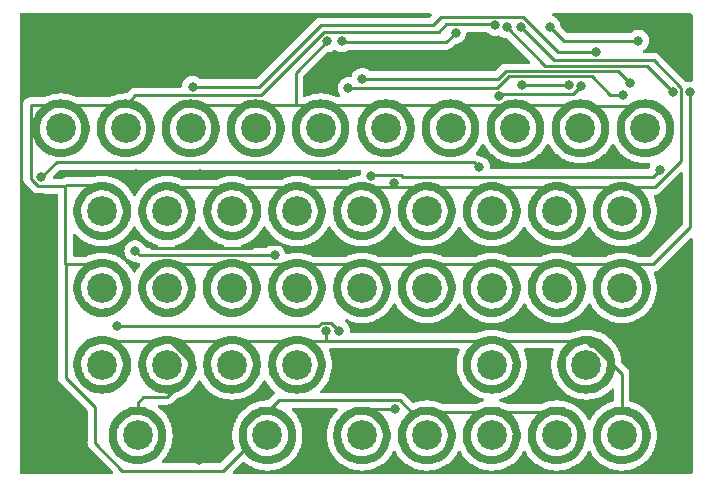
<source format=gbr>
%TF.GenerationSoftware,KiCad,Pcbnew,6.0.11-2627ca5db0~126~ubuntu22.04.1*%
%TF.CreationDate,2024-01-14T00:56:42+01:00*%
%TF.ProjectId,sda_trie_kbd,7364615f-7472-4696-955f-6b62642e6b69,rev?*%
%TF.SameCoordinates,PX2f34f60PY1c9b1e8*%
%TF.FileFunction,Copper,L1,Top*%
%TF.FilePolarity,Positive*%
%FSLAX46Y46*%
G04 Gerber Fmt 4.6, Leading zero omitted, Abs format (unit mm)*
G04 Created by KiCad (PCBNEW 6.0.11-2627ca5db0~126~ubuntu22.04.1) date 2024-01-14 00:56:42*
%MOMM*%
%LPD*%
G01*
G04 APERTURE LIST*
%TA.AperFunction,ComponentPad*%
%ADD10C,2.524000*%
%TD*%
%TA.AperFunction,ViaPad*%
%ADD11C,0.800000*%
%TD*%
%TA.AperFunction,Conductor*%
%ADD12C,0.250000*%
%TD*%
G04 APERTURE END LIST*
D10*
X51500000Y-17254504D03*
%TA.AperFunction,SMDPad,CuDef*%
G36*
X53906604Y-17713588D02*
G01*
X53830088Y-18011596D01*
X53716826Y-18297663D01*
X53568603Y-18567280D01*
X53387757Y-18816193D01*
X53177140Y-19040477D01*
X52940074Y-19236596D01*
X52680297Y-19401455D01*
X52401905Y-19532456D01*
X52109290Y-19627533D01*
X51807066Y-19685185D01*
X51500000Y-19704504D01*
X51192934Y-19685185D01*
X50890710Y-19627533D01*
X50598095Y-19532456D01*
X50319703Y-19401455D01*
X50059926Y-19236596D01*
X49822860Y-19040477D01*
X49612243Y-18816193D01*
X49431397Y-18567280D01*
X49283174Y-18297663D01*
X49169912Y-18011596D01*
X49093396Y-17713588D01*
X49054835Y-17408341D01*
X49054835Y-17100667D01*
X49093396Y-16795420D01*
X49169912Y-16497412D01*
X49283174Y-16211345D01*
X49431397Y-15941728D01*
X49612243Y-15692815D01*
X49822860Y-15468531D01*
X50059926Y-15272412D01*
X50319703Y-15107553D01*
X50598095Y-14976552D01*
X50890710Y-14881475D01*
X51192934Y-14823823D01*
X51500000Y-14804504D01*
X51545938Y-14807394D01*
X51545938Y-15500198D01*
X51286131Y-15512678D01*
X51031022Y-15563422D01*
X50786215Y-15651317D01*
X50557089Y-15774430D01*
X50348677Y-15930059D01*
X50165558Y-16114783D01*
X50011754Y-16324545D01*
X49890645Y-16554736D01*
X49804890Y-16800301D01*
X49756374Y-17055843D01*
X49746162Y-17315749D01*
X49774479Y-17574310D01*
X49840703Y-17825846D01*
X49943378Y-18064830D01*
X50080250Y-18286012D01*
X50248312Y-18484535D01*
X50443871Y-18656035D01*
X50662631Y-18796746D01*
X50899786Y-18903577D01*
X51150128Y-18974181D01*
X51408155Y-19007006D01*
X51500000Y-19009411D01*
X51759392Y-18990135D01*
X52013085Y-18932730D01*
X52255507Y-18838457D01*
X52481332Y-18709388D01*
X52685598Y-18548357D01*
X52863819Y-18358903D01*
X53012079Y-18145187D01*
X53127121Y-17911904D01*
X53206419Y-17664179D01*
X53248229Y-17407454D01*
X53251634Y-17147369D01*
X53216558Y-16889638D01*
X53143773Y-16639923D01*
X53034876Y-16403708D01*
X52892261Y-16186184D01*
X52719061Y-15992130D01*
X52519080Y-15825807D01*
X52296711Y-15690870D01*
X52056840Y-15590284D01*
X51804736Y-15526258D01*
X51545938Y-15500198D01*
X51545938Y-14807394D01*
X51807066Y-14823823D01*
X52109290Y-14881475D01*
X52401905Y-14976552D01*
X52680297Y-15107553D01*
X52940074Y-15272412D01*
X53177140Y-15468531D01*
X53387757Y-15692815D01*
X53568603Y-15941728D01*
X53716826Y-16211345D01*
X53830088Y-16497412D01*
X53906604Y-16795420D01*
X53945165Y-17100667D01*
X53945165Y-17408341D01*
X53906604Y-17713588D01*
G37*
%TD.AperFunction*%
X40500000Y-23754504D03*
%TA.AperFunction,SMDPad,CuDef*%
G36*
X42906604Y-24213588D02*
G01*
X42830088Y-24511596D01*
X42716826Y-24797663D01*
X42568603Y-25067280D01*
X42387757Y-25316193D01*
X42177140Y-25540477D01*
X41940074Y-25736596D01*
X41680297Y-25901455D01*
X41401905Y-26032456D01*
X41109290Y-26127533D01*
X40807066Y-26185185D01*
X40500000Y-26204504D01*
X40192934Y-26185185D01*
X39890710Y-26127533D01*
X39598095Y-26032456D01*
X39319703Y-25901455D01*
X39059926Y-25736596D01*
X38822860Y-25540477D01*
X38612243Y-25316193D01*
X38431397Y-25067280D01*
X38283174Y-24797663D01*
X38169912Y-24511596D01*
X38093396Y-24213588D01*
X38054835Y-23908341D01*
X38054835Y-23600667D01*
X38093396Y-23295420D01*
X38169912Y-22997412D01*
X38283174Y-22711345D01*
X38431397Y-22441728D01*
X38612243Y-22192815D01*
X38822860Y-21968531D01*
X39059926Y-21772412D01*
X39319703Y-21607553D01*
X39598095Y-21476552D01*
X39890710Y-21381475D01*
X40192934Y-21323823D01*
X40500000Y-21304504D01*
X40545938Y-21307394D01*
X40545938Y-22000198D01*
X40286131Y-22012678D01*
X40031022Y-22063422D01*
X39786215Y-22151317D01*
X39557089Y-22274430D01*
X39348677Y-22430059D01*
X39165558Y-22614783D01*
X39011754Y-22824545D01*
X38890645Y-23054736D01*
X38804890Y-23300301D01*
X38756374Y-23555843D01*
X38746162Y-23815749D01*
X38774479Y-24074310D01*
X38840703Y-24325846D01*
X38943378Y-24564830D01*
X39080250Y-24786012D01*
X39248312Y-24984535D01*
X39443871Y-25156035D01*
X39662631Y-25296746D01*
X39899786Y-25403577D01*
X40150128Y-25474181D01*
X40408155Y-25507006D01*
X40500000Y-25509411D01*
X40759392Y-25490135D01*
X41013085Y-25432730D01*
X41255507Y-25338457D01*
X41481332Y-25209388D01*
X41685598Y-25048357D01*
X41863819Y-24858903D01*
X42012079Y-24645187D01*
X42127121Y-24411904D01*
X42206419Y-24164179D01*
X42248229Y-23907454D01*
X42251634Y-23647369D01*
X42216558Y-23389638D01*
X42143773Y-23139923D01*
X42034876Y-22903708D01*
X41892261Y-22686184D01*
X41719061Y-22492130D01*
X41519080Y-22325807D01*
X41296711Y-22190870D01*
X41056840Y-22090284D01*
X40804736Y-22026258D01*
X40545938Y-22000198D01*
X40545938Y-21307394D01*
X40807066Y-21323823D01*
X41109290Y-21381475D01*
X41401905Y-21476552D01*
X41680297Y-21607553D01*
X41940074Y-21772412D01*
X42177140Y-21968531D01*
X42387757Y-22192815D01*
X42568603Y-22441728D01*
X42716826Y-22711345D01*
X42830088Y-22997412D01*
X42906604Y-23295420D01*
X42945165Y-23600667D01*
X42945165Y-23908341D01*
X42906604Y-24213588D01*
G37*
%TD.AperFunction*%
X29500000Y-36254504D03*
%TA.AperFunction,SMDPad,CuDef*%
G36*
X31906604Y-36713588D02*
G01*
X31830088Y-37011596D01*
X31716826Y-37297663D01*
X31568603Y-37567280D01*
X31387757Y-37816193D01*
X31177140Y-38040477D01*
X30940074Y-38236596D01*
X30680297Y-38401455D01*
X30401905Y-38532456D01*
X30109290Y-38627533D01*
X29807066Y-38685185D01*
X29500000Y-38704504D01*
X29192934Y-38685185D01*
X28890710Y-38627533D01*
X28598095Y-38532456D01*
X28319703Y-38401455D01*
X28059926Y-38236596D01*
X27822860Y-38040477D01*
X27612243Y-37816193D01*
X27431397Y-37567280D01*
X27283174Y-37297663D01*
X27169912Y-37011596D01*
X27093396Y-36713588D01*
X27054835Y-36408341D01*
X27054835Y-36100667D01*
X27093396Y-35795420D01*
X27169912Y-35497412D01*
X27283174Y-35211345D01*
X27431397Y-34941728D01*
X27612243Y-34692815D01*
X27822860Y-34468531D01*
X28059926Y-34272412D01*
X28319703Y-34107553D01*
X28598095Y-33976552D01*
X28890710Y-33881475D01*
X29192934Y-33823823D01*
X29500000Y-33804504D01*
X29545938Y-33807394D01*
X29545938Y-34500198D01*
X29286131Y-34512678D01*
X29031022Y-34563422D01*
X28786215Y-34651317D01*
X28557089Y-34774430D01*
X28348677Y-34930059D01*
X28165558Y-35114783D01*
X28011754Y-35324545D01*
X27890645Y-35554736D01*
X27804890Y-35800301D01*
X27756374Y-36055843D01*
X27746162Y-36315749D01*
X27774479Y-36574310D01*
X27840703Y-36825846D01*
X27943378Y-37064830D01*
X28080250Y-37286012D01*
X28248312Y-37484535D01*
X28443871Y-37656035D01*
X28662631Y-37796746D01*
X28899786Y-37903577D01*
X29150128Y-37974181D01*
X29408155Y-38007006D01*
X29500000Y-38009411D01*
X29759392Y-37990135D01*
X30013085Y-37932730D01*
X30255507Y-37838457D01*
X30481332Y-37709388D01*
X30685598Y-37548357D01*
X30863819Y-37358903D01*
X31012079Y-37145187D01*
X31127121Y-36911904D01*
X31206419Y-36664179D01*
X31248229Y-36407454D01*
X31251634Y-36147369D01*
X31216558Y-35889638D01*
X31143773Y-35639923D01*
X31034876Y-35403708D01*
X30892261Y-35186184D01*
X30719061Y-34992130D01*
X30519080Y-34825807D01*
X30296711Y-34690870D01*
X30056840Y-34590284D01*
X29804736Y-34526258D01*
X29545938Y-34500198D01*
X29545938Y-33807394D01*
X29807066Y-33823823D01*
X30109290Y-33881475D01*
X30401905Y-33976552D01*
X30680297Y-34107553D01*
X30940074Y-34272412D01*
X31177140Y-34468531D01*
X31387757Y-34692815D01*
X31568603Y-34941728D01*
X31716826Y-35211345D01*
X31830088Y-35497412D01*
X31906604Y-35795420D01*
X31945165Y-36100667D01*
X31945165Y-36408341D01*
X31906604Y-36713588D01*
G37*
%TD.AperFunction*%
X13000000Y-17254504D03*
%TA.AperFunction,SMDPad,CuDef*%
G36*
X15406604Y-17713588D02*
G01*
X15330088Y-18011596D01*
X15216826Y-18297663D01*
X15068603Y-18567280D01*
X14887757Y-18816193D01*
X14677140Y-19040477D01*
X14440074Y-19236596D01*
X14180297Y-19401455D01*
X13901905Y-19532456D01*
X13609290Y-19627533D01*
X13307066Y-19685185D01*
X13000000Y-19704504D01*
X12692934Y-19685185D01*
X12390710Y-19627533D01*
X12098095Y-19532456D01*
X11819703Y-19401455D01*
X11559926Y-19236596D01*
X11322860Y-19040477D01*
X11112243Y-18816193D01*
X10931397Y-18567280D01*
X10783174Y-18297663D01*
X10669912Y-18011596D01*
X10593396Y-17713588D01*
X10554835Y-17408341D01*
X10554835Y-17100667D01*
X10593396Y-16795420D01*
X10669912Y-16497412D01*
X10783174Y-16211345D01*
X10931397Y-15941728D01*
X11112243Y-15692815D01*
X11322860Y-15468531D01*
X11559926Y-15272412D01*
X11819703Y-15107553D01*
X12098095Y-14976552D01*
X12390710Y-14881475D01*
X12692934Y-14823823D01*
X13000000Y-14804504D01*
X13045938Y-14807394D01*
X13045938Y-15500198D01*
X12786131Y-15512678D01*
X12531022Y-15563422D01*
X12286215Y-15651317D01*
X12057089Y-15774430D01*
X11848677Y-15930059D01*
X11665558Y-16114783D01*
X11511754Y-16324545D01*
X11390645Y-16554736D01*
X11304890Y-16800301D01*
X11256374Y-17055843D01*
X11246162Y-17315749D01*
X11274479Y-17574310D01*
X11340703Y-17825846D01*
X11443378Y-18064830D01*
X11580250Y-18286012D01*
X11748312Y-18484535D01*
X11943871Y-18656035D01*
X12162631Y-18796746D01*
X12399786Y-18903577D01*
X12650128Y-18974181D01*
X12908155Y-19007006D01*
X13000000Y-19009411D01*
X13259392Y-18990135D01*
X13513085Y-18932730D01*
X13755507Y-18838457D01*
X13981332Y-18709388D01*
X14185598Y-18548357D01*
X14363819Y-18358903D01*
X14512079Y-18145187D01*
X14627121Y-17911904D01*
X14706419Y-17664179D01*
X14748229Y-17407454D01*
X14751634Y-17147369D01*
X14716558Y-16889638D01*
X14643773Y-16639923D01*
X14534876Y-16403708D01*
X14392261Y-16186184D01*
X14219061Y-15992130D01*
X14019080Y-15825807D01*
X13796711Y-15690870D01*
X13556840Y-15590284D01*
X13304736Y-15526258D01*
X13045938Y-15500198D01*
X13045938Y-14807394D01*
X13307066Y-14823823D01*
X13609290Y-14881475D01*
X13901905Y-14976552D01*
X14180297Y-15107553D01*
X14440074Y-15272412D01*
X14677140Y-15468531D01*
X14887757Y-15692815D01*
X15068603Y-15941728D01*
X15216826Y-16211345D01*
X15330088Y-16497412D01*
X15406604Y-16795420D01*
X15445165Y-17100667D01*
X15445165Y-17408341D01*
X15406604Y-17713588D01*
G37*
%TD.AperFunction*%
X51500000Y-36254504D03*
%TA.AperFunction,SMDPad,CuDef*%
G36*
X53906604Y-36713588D02*
G01*
X53830088Y-37011596D01*
X53716826Y-37297663D01*
X53568603Y-37567280D01*
X53387757Y-37816193D01*
X53177140Y-38040477D01*
X52940074Y-38236596D01*
X52680297Y-38401455D01*
X52401905Y-38532456D01*
X52109290Y-38627533D01*
X51807066Y-38685185D01*
X51500000Y-38704504D01*
X51192934Y-38685185D01*
X50890710Y-38627533D01*
X50598095Y-38532456D01*
X50319703Y-38401455D01*
X50059926Y-38236596D01*
X49822860Y-38040477D01*
X49612243Y-37816193D01*
X49431397Y-37567280D01*
X49283174Y-37297663D01*
X49169912Y-37011596D01*
X49093396Y-36713588D01*
X49054835Y-36408341D01*
X49054835Y-36100667D01*
X49093396Y-35795420D01*
X49169912Y-35497412D01*
X49283174Y-35211345D01*
X49431397Y-34941728D01*
X49612243Y-34692815D01*
X49822860Y-34468531D01*
X50059926Y-34272412D01*
X50319703Y-34107553D01*
X50598095Y-33976552D01*
X50890710Y-33881475D01*
X51192934Y-33823823D01*
X51500000Y-33804504D01*
X51545938Y-33807394D01*
X51545938Y-34500198D01*
X51286131Y-34512678D01*
X51031022Y-34563422D01*
X50786215Y-34651317D01*
X50557089Y-34774430D01*
X50348677Y-34930059D01*
X50165558Y-35114783D01*
X50011754Y-35324545D01*
X49890645Y-35554736D01*
X49804890Y-35800301D01*
X49756374Y-36055843D01*
X49746162Y-36315749D01*
X49774479Y-36574310D01*
X49840703Y-36825846D01*
X49943378Y-37064830D01*
X50080250Y-37286012D01*
X50248312Y-37484535D01*
X50443871Y-37656035D01*
X50662631Y-37796746D01*
X50899786Y-37903577D01*
X51150128Y-37974181D01*
X51408155Y-38007006D01*
X51500000Y-38009411D01*
X51759392Y-37990135D01*
X52013085Y-37932730D01*
X52255507Y-37838457D01*
X52481332Y-37709388D01*
X52685598Y-37548357D01*
X52863819Y-37358903D01*
X53012079Y-37145187D01*
X53127121Y-36911904D01*
X53206419Y-36664179D01*
X53248229Y-36407454D01*
X53251634Y-36147369D01*
X53216558Y-35889638D01*
X53143773Y-35639923D01*
X53034876Y-35403708D01*
X52892261Y-35186184D01*
X52719061Y-34992130D01*
X52519080Y-34825807D01*
X52296711Y-34690870D01*
X52056840Y-34590284D01*
X51804736Y-34526258D01*
X51545938Y-34500198D01*
X51545938Y-33807394D01*
X51807066Y-33823823D01*
X52109290Y-33881475D01*
X52401905Y-33976552D01*
X52680297Y-34107553D01*
X52940074Y-34272412D01*
X53177140Y-34468531D01*
X53387757Y-34692815D01*
X53568603Y-34941728D01*
X53716826Y-35211345D01*
X53830088Y-35497412D01*
X53906604Y-35795420D01*
X53945165Y-36100667D01*
X53945165Y-36408341D01*
X53906604Y-36713588D01*
G37*
%TD.AperFunction*%
X31539205Y-10254504D03*
%TA.AperFunction,SMDPad,CuDef*%
G36*
X33945809Y-10713588D02*
G01*
X33869293Y-11011596D01*
X33756031Y-11297663D01*
X33607808Y-11567280D01*
X33426962Y-11816193D01*
X33216345Y-12040477D01*
X32979279Y-12236596D01*
X32719502Y-12401455D01*
X32441110Y-12532456D01*
X32148495Y-12627533D01*
X31846271Y-12685185D01*
X31539205Y-12704504D01*
X31232139Y-12685185D01*
X30929915Y-12627533D01*
X30637300Y-12532456D01*
X30358908Y-12401455D01*
X30099131Y-12236596D01*
X29862065Y-12040477D01*
X29651448Y-11816193D01*
X29470602Y-11567280D01*
X29322379Y-11297663D01*
X29209117Y-11011596D01*
X29132601Y-10713588D01*
X29094040Y-10408341D01*
X29094040Y-10100667D01*
X29132601Y-9795420D01*
X29209117Y-9497412D01*
X29322379Y-9211345D01*
X29470602Y-8941728D01*
X29651448Y-8692815D01*
X29862065Y-8468531D01*
X30099131Y-8272412D01*
X30358908Y-8107553D01*
X30637300Y-7976552D01*
X30929915Y-7881475D01*
X31232139Y-7823823D01*
X31539205Y-7804504D01*
X31585143Y-7807394D01*
X31585143Y-8500198D01*
X31325336Y-8512678D01*
X31070227Y-8563422D01*
X30825420Y-8651317D01*
X30596294Y-8774430D01*
X30387882Y-8930059D01*
X30204763Y-9114783D01*
X30050959Y-9324545D01*
X29929850Y-9554736D01*
X29844095Y-9800301D01*
X29795579Y-10055843D01*
X29785367Y-10315749D01*
X29813684Y-10574310D01*
X29879908Y-10825846D01*
X29982583Y-11064830D01*
X30119455Y-11286012D01*
X30287517Y-11484535D01*
X30483076Y-11656035D01*
X30701836Y-11796746D01*
X30938991Y-11903577D01*
X31189333Y-11974181D01*
X31447360Y-12007006D01*
X31539205Y-12009411D01*
X31798597Y-11990135D01*
X32052290Y-11932730D01*
X32294712Y-11838457D01*
X32520537Y-11709388D01*
X32724803Y-11548357D01*
X32903024Y-11358903D01*
X33051284Y-11145187D01*
X33166326Y-10911904D01*
X33245624Y-10664179D01*
X33287434Y-10407454D01*
X33290839Y-10147369D01*
X33255763Y-9889638D01*
X33182978Y-9639923D01*
X33074081Y-9403708D01*
X32931466Y-9186184D01*
X32758266Y-8992130D01*
X32558285Y-8825807D01*
X32335916Y-8690870D01*
X32096045Y-8590284D01*
X31843941Y-8526258D01*
X31585143Y-8500198D01*
X31585143Y-7807394D01*
X31846271Y-7823823D01*
X32148495Y-7881475D01*
X32441110Y-7976552D01*
X32719502Y-8107553D01*
X32979279Y-8272412D01*
X33216345Y-8468531D01*
X33426962Y-8692815D01*
X33607808Y-8941728D01*
X33756031Y-9211345D01*
X33869293Y-9497412D01*
X33945809Y-9795420D01*
X33984370Y-10100667D01*
X33984370Y-10408341D01*
X33945809Y-10713588D01*
G37*
%TD.AperFunction*%
X53500000Y-10254504D03*
%TA.AperFunction,SMDPad,CuDef*%
G36*
X55906604Y-10713588D02*
G01*
X55830088Y-11011596D01*
X55716826Y-11297663D01*
X55568603Y-11567280D01*
X55387757Y-11816193D01*
X55177140Y-12040477D01*
X54940074Y-12236596D01*
X54680297Y-12401455D01*
X54401905Y-12532456D01*
X54109290Y-12627533D01*
X53807066Y-12685185D01*
X53500000Y-12704504D01*
X53192934Y-12685185D01*
X52890710Y-12627533D01*
X52598095Y-12532456D01*
X52319703Y-12401455D01*
X52059926Y-12236596D01*
X51822860Y-12040477D01*
X51612243Y-11816193D01*
X51431397Y-11567280D01*
X51283174Y-11297663D01*
X51169912Y-11011596D01*
X51093396Y-10713588D01*
X51054835Y-10408341D01*
X51054835Y-10100667D01*
X51093396Y-9795420D01*
X51169912Y-9497412D01*
X51283174Y-9211345D01*
X51431397Y-8941728D01*
X51612243Y-8692815D01*
X51822860Y-8468531D01*
X52059926Y-8272412D01*
X52319703Y-8107553D01*
X52598095Y-7976552D01*
X52890710Y-7881475D01*
X53192934Y-7823823D01*
X53500000Y-7804504D01*
X53545938Y-7807394D01*
X53545938Y-8500198D01*
X53286131Y-8512678D01*
X53031022Y-8563422D01*
X52786215Y-8651317D01*
X52557089Y-8774430D01*
X52348677Y-8930059D01*
X52165558Y-9114783D01*
X52011754Y-9324545D01*
X51890645Y-9554736D01*
X51804890Y-9800301D01*
X51756374Y-10055843D01*
X51746162Y-10315749D01*
X51774479Y-10574310D01*
X51840703Y-10825846D01*
X51943378Y-11064830D01*
X52080250Y-11286012D01*
X52248312Y-11484535D01*
X52443871Y-11656035D01*
X52662631Y-11796746D01*
X52899786Y-11903577D01*
X53150128Y-11974181D01*
X53408155Y-12007006D01*
X53500000Y-12009411D01*
X53759392Y-11990135D01*
X54013085Y-11932730D01*
X54255507Y-11838457D01*
X54481332Y-11709388D01*
X54685598Y-11548357D01*
X54863819Y-11358903D01*
X55012079Y-11145187D01*
X55127121Y-10911904D01*
X55206419Y-10664179D01*
X55248229Y-10407454D01*
X55251634Y-10147369D01*
X55216558Y-9889638D01*
X55143773Y-9639923D01*
X55034876Y-9403708D01*
X54892261Y-9186184D01*
X54719061Y-8992130D01*
X54519080Y-8825807D01*
X54296711Y-8690870D01*
X54056840Y-8590284D01*
X53804736Y-8526258D01*
X53545938Y-8500198D01*
X53545938Y-7807394D01*
X53807066Y-7823823D01*
X54109290Y-7881475D01*
X54401905Y-7976552D01*
X54680297Y-8107553D01*
X54940074Y-8272412D01*
X55177140Y-8468531D01*
X55387757Y-8692815D01*
X55568603Y-8941728D01*
X55716826Y-9211345D01*
X55830088Y-9497412D01*
X55906604Y-9795420D01*
X55945165Y-10100667D01*
X55945165Y-10408341D01*
X55906604Y-10713588D01*
G37*
%TD.AperFunction*%
X13000000Y-23754504D03*
%TA.AperFunction,SMDPad,CuDef*%
G36*
X15406604Y-24213588D02*
G01*
X15330088Y-24511596D01*
X15216826Y-24797663D01*
X15068603Y-25067280D01*
X14887757Y-25316193D01*
X14677140Y-25540477D01*
X14440074Y-25736596D01*
X14180297Y-25901455D01*
X13901905Y-26032456D01*
X13609290Y-26127533D01*
X13307066Y-26185185D01*
X13000000Y-26204504D01*
X12692934Y-26185185D01*
X12390710Y-26127533D01*
X12098095Y-26032456D01*
X11819703Y-25901455D01*
X11559926Y-25736596D01*
X11322860Y-25540477D01*
X11112243Y-25316193D01*
X10931397Y-25067280D01*
X10783174Y-24797663D01*
X10669912Y-24511596D01*
X10593396Y-24213588D01*
X10554835Y-23908341D01*
X10554835Y-23600667D01*
X10593396Y-23295420D01*
X10669912Y-22997412D01*
X10783174Y-22711345D01*
X10931397Y-22441728D01*
X11112243Y-22192815D01*
X11322860Y-21968531D01*
X11559926Y-21772412D01*
X11819703Y-21607553D01*
X12098095Y-21476552D01*
X12390710Y-21381475D01*
X12692934Y-21323823D01*
X13000000Y-21304504D01*
X13045938Y-21307394D01*
X13045938Y-22000198D01*
X12786131Y-22012678D01*
X12531022Y-22063422D01*
X12286215Y-22151317D01*
X12057089Y-22274430D01*
X11848677Y-22430059D01*
X11665558Y-22614783D01*
X11511754Y-22824545D01*
X11390645Y-23054736D01*
X11304890Y-23300301D01*
X11256374Y-23555843D01*
X11246162Y-23815749D01*
X11274479Y-24074310D01*
X11340703Y-24325846D01*
X11443378Y-24564830D01*
X11580250Y-24786012D01*
X11748312Y-24984535D01*
X11943871Y-25156035D01*
X12162631Y-25296746D01*
X12399786Y-25403577D01*
X12650128Y-25474181D01*
X12908155Y-25507006D01*
X13000000Y-25509411D01*
X13259392Y-25490135D01*
X13513085Y-25432730D01*
X13755507Y-25338457D01*
X13981332Y-25209388D01*
X14185598Y-25048357D01*
X14363819Y-24858903D01*
X14512079Y-24645187D01*
X14627121Y-24411904D01*
X14706419Y-24164179D01*
X14748229Y-23907454D01*
X14751634Y-23647369D01*
X14716558Y-23389638D01*
X14643773Y-23139923D01*
X14534876Y-22903708D01*
X14392261Y-22686184D01*
X14219061Y-22492130D01*
X14019080Y-22325807D01*
X13796711Y-22190870D01*
X13556840Y-22090284D01*
X13304736Y-22026258D01*
X13045938Y-22000198D01*
X13045938Y-21307394D01*
X13307066Y-21323823D01*
X13609290Y-21381475D01*
X13901905Y-21476552D01*
X14180297Y-21607553D01*
X14440074Y-21772412D01*
X14677140Y-21968531D01*
X14887757Y-22192815D01*
X15068603Y-22441728D01*
X15216826Y-22711345D01*
X15330088Y-22997412D01*
X15406604Y-23295420D01*
X15445165Y-23600667D01*
X15445165Y-23908341D01*
X15406604Y-24213588D01*
G37*
%TD.AperFunction*%
X24000000Y-17254504D03*
%TA.AperFunction,SMDPad,CuDef*%
G36*
X26406604Y-17713588D02*
G01*
X26330088Y-18011596D01*
X26216826Y-18297663D01*
X26068603Y-18567280D01*
X25887757Y-18816193D01*
X25677140Y-19040477D01*
X25440074Y-19236596D01*
X25180297Y-19401455D01*
X24901905Y-19532456D01*
X24609290Y-19627533D01*
X24307066Y-19685185D01*
X24000000Y-19704504D01*
X23692934Y-19685185D01*
X23390710Y-19627533D01*
X23098095Y-19532456D01*
X22819703Y-19401455D01*
X22559926Y-19236596D01*
X22322860Y-19040477D01*
X22112243Y-18816193D01*
X21931397Y-18567280D01*
X21783174Y-18297663D01*
X21669912Y-18011596D01*
X21593396Y-17713588D01*
X21554835Y-17408341D01*
X21554835Y-17100667D01*
X21593396Y-16795420D01*
X21669912Y-16497412D01*
X21783174Y-16211345D01*
X21931397Y-15941728D01*
X22112243Y-15692815D01*
X22322860Y-15468531D01*
X22559926Y-15272412D01*
X22819703Y-15107553D01*
X23098095Y-14976552D01*
X23390710Y-14881475D01*
X23692934Y-14823823D01*
X24000000Y-14804504D01*
X24045938Y-14807394D01*
X24045938Y-15500198D01*
X23786131Y-15512678D01*
X23531022Y-15563422D01*
X23286215Y-15651317D01*
X23057089Y-15774430D01*
X22848677Y-15930059D01*
X22665558Y-16114783D01*
X22511754Y-16324545D01*
X22390645Y-16554736D01*
X22304890Y-16800301D01*
X22256374Y-17055843D01*
X22246162Y-17315749D01*
X22274479Y-17574310D01*
X22340703Y-17825846D01*
X22443378Y-18064830D01*
X22580250Y-18286012D01*
X22748312Y-18484535D01*
X22943871Y-18656035D01*
X23162631Y-18796746D01*
X23399786Y-18903577D01*
X23650128Y-18974181D01*
X23908155Y-19007006D01*
X24000000Y-19009411D01*
X24259392Y-18990135D01*
X24513085Y-18932730D01*
X24755507Y-18838457D01*
X24981332Y-18709388D01*
X25185598Y-18548357D01*
X25363819Y-18358903D01*
X25512079Y-18145187D01*
X25627121Y-17911904D01*
X25706419Y-17664179D01*
X25748229Y-17407454D01*
X25751634Y-17147369D01*
X25716558Y-16889638D01*
X25643773Y-16639923D01*
X25534876Y-16403708D01*
X25392261Y-16186184D01*
X25219061Y-15992130D01*
X25019080Y-15825807D01*
X24796711Y-15690870D01*
X24556840Y-15590284D01*
X24304736Y-15526258D01*
X24045938Y-15500198D01*
X24045938Y-14807394D01*
X24307066Y-14823823D01*
X24609290Y-14881475D01*
X24901905Y-14976552D01*
X25180297Y-15107553D01*
X25440074Y-15272412D01*
X25677140Y-15468531D01*
X25887757Y-15692815D01*
X26068603Y-15941728D01*
X26216826Y-16211345D01*
X26330088Y-16497412D01*
X26406604Y-16795420D01*
X26445165Y-17100667D01*
X26445165Y-17408341D01*
X26406604Y-17713588D01*
G37*
%TD.AperFunction*%
X15000000Y-10254504D03*
%TA.AperFunction,SMDPad,CuDef*%
G36*
X17406604Y-10713588D02*
G01*
X17330088Y-11011596D01*
X17216826Y-11297663D01*
X17068603Y-11567280D01*
X16887757Y-11816193D01*
X16677140Y-12040477D01*
X16440074Y-12236596D01*
X16180297Y-12401455D01*
X15901905Y-12532456D01*
X15609290Y-12627533D01*
X15307066Y-12685185D01*
X15000000Y-12704504D01*
X14692934Y-12685185D01*
X14390710Y-12627533D01*
X14098095Y-12532456D01*
X13819703Y-12401455D01*
X13559926Y-12236596D01*
X13322860Y-12040477D01*
X13112243Y-11816193D01*
X12931397Y-11567280D01*
X12783174Y-11297663D01*
X12669912Y-11011596D01*
X12593396Y-10713588D01*
X12554835Y-10408341D01*
X12554835Y-10100667D01*
X12593396Y-9795420D01*
X12669912Y-9497412D01*
X12783174Y-9211345D01*
X12931397Y-8941728D01*
X13112243Y-8692815D01*
X13322860Y-8468531D01*
X13559926Y-8272412D01*
X13819703Y-8107553D01*
X14098095Y-7976552D01*
X14390710Y-7881475D01*
X14692934Y-7823823D01*
X15000000Y-7804504D01*
X15045938Y-7807394D01*
X15045938Y-8500198D01*
X14786131Y-8512678D01*
X14531022Y-8563422D01*
X14286215Y-8651317D01*
X14057089Y-8774430D01*
X13848677Y-8930059D01*
X13665558Y-9114783D01*
X13511754Y-9324545D01*
X13390645Y-9554736D01*
X13304890Y-9800301D01*
X13256374Y-10055843D01*
X13246162Y-10315749D01*
X13274479Y-10574310D01*
X13340703Y-10825846D01*
X13443378Y-11064830D01*
X13580250Y-11286012D01*
X13748312Y-11484535D01*
X13943871Y-11656035D01*
X14162631Y-11796746D01*
X14399786Y-11903577D01*
X14650128Y-11974181D01*
X14908155Y-12007006D01*
X15000000Y-12009411D01*
X15259392Y-11990135D01*
X15513085Y-11932730D01*
X15755507Y-11838457D01*
X15981332Y-11709388D01*
X16185598Y-11548357D01*
X16363819Y-11358903D01*
X16512079Y-11145187D01*
X16627121Y-10911904D01*
X16706419Y-10664179D01*
X16748229Y-10407454D01*
X16751634Y-10147369D01*
X16716558Y-9889638D01*
X16643773Y-9639923D01*
X16534876Y-9403708D01*
X16392261Y-9186184D01*
X16219061Y-8992130D01*
X16019080Y-8825807D01*
X15796711Y-8690870D01*
X15556840Y-8590284D01*
X15304736Y-8526258D01*
X15045938Y-8500198D01*
X15045938Y-7807394D01*
X15307066Y-7823823D01*
X15609290Y-7881475D01*
X15901905Y-7976552D01*
X16180297Y-8107553D01*
X16440074Y-8272412D01*
X16677140Y-8468531D01*
X16887757Y-8692815D01*
X17068603Y-8941728D01*
X17216826Y-9211345D01*
X17330088Y-9497412D01*
X17406604Y-9795420D01*
X17445165Y-10100667D01*
X17445165Y-10408341D01*
X17406604Y-10713588D01*
G37*
%TD.AperFunction*%
X40500000Y-36254504D03*
%TA.AperFunction,SMDPad,CuDef*%
G36*
X42906604Y-36713588D02*
G01*
X42830088Y-37011596D01*
X42716826Y-37297663D01*
X42568603Y-37567280D01*
X42387757Y-37816193D01*
X42177140Y-38040477D01*
X41940074Y-38236596D01*
X41680297Y-38401455D01*
X41401905Y-38532456D01*
X41109290Y-38627533D01*
X40807066Y-38685185D01*
X40500000Y-38704504D01*
X40192934Y-38685185D01*
X39890710Y-38627533D01*
X39598095Y-38532456D01*
X39319703Y-38401455D01*
X39059926Y-38236596D01*
X38822860Y-38040477D01*
X38612243Y-37816193D01*
X38431397Y-37567280D01*
X38283174Y-37297663D01*
X38169912Y-37011596D01*
X38093396Y-36713588D01*
X38054835Y-36408341D01*
X38054835Y-36100667D01*
X38093396Y-35795420D01*
X38169912Y-35497412D01*
X38283174Y-35211345D01*
X38431397Y-34941728D01*
X38612243Y-34692815D01*
X38822860Y-34468531D01*
X39059926Y-34272412D01*
X39319703Y-34107553D01*
X39598095Y-33976552D01*
X39890710Y-33881475D01*
X40192934Y-33823823D01*
X40500000Y-33804504D01*
X40545938Y-33807394D01*
X40545938Y-34500198D01*
X40286131Y-34512678D01*
X40031022Y-34563422D01*
X39786215Y-34651317D01*
X39557089Y-34774430D01*
X39348677Y-34930059D01*
X39165558Y-35114783D01*
X39011754Y-35324545D01*
X38890645Y-35554736D01*
X38804890Y-35800301D01*
X38756374Y-36055843D01*
X38746162Y-36315749D01*
X38774479Y-36574310D01*
X38840703Y-36825846D01*
X38943378Y-37064830D01*
X39080250Y-37286012D01*
X39248312Y-37484535D01*
X39443871Y-37656035D01*
X39662631Y-37796746D01*
X39899786Y-37903577D01*
X40150128Y-37974181D01*
X40408155Y-38007006D01*
X40500000Y-38009411D01*
X40759392Y-37990135D01*
X41013085Y-37932730D01*
X41255507Y-37838457D01*
X41481332Y-37709388D01*
X41685598Y-37548357D01*
X41863819Y-37358903D01*
X42012079Y-37145187D01*
X42127121Y-36911904D01*
X42206419Y-36664179D01*
X42248229Y-36407454D01*
X42251634Y-36147369D01*
X42216558Y-35889638D01*
X42143773Y-35639923D01*
X42034876Y-35403708D01*
X41892261Y-35186184D01*
X41719061Y-34992130D01*
X41519080Y-34825807D01*
X41296711Y-34690870D01*
X41056840Y-34590284D01*
X40804736Y-34526258D01*
X40545938Y-34500198D01*
X40545938Y-33807394D01*
X40807066Y-33823823D01*
X41109290Y-33881475D01*
X41401905Y-33976552D01*
X41680297Y-34107553D01*
X41940074Y-34272412D01*
X42177140Y-34468531D01*
X42387757Y-34692815D01*
X42568603Y-34941728D01*
X42716826Y-35211345D01*
X42830088Y-35497412D01*
X42906604Y-35795420D01*
X42945165Y-36100667D01*
X42945165Y-36408341D01*
X42906604Y-36713588D01*
G37*
%TD.AperFunction*%
X35000000Y-36254504D03*
%TA.AperFunction,SMDPad,CuDef*%
G36*
X37406604Y-36713588D02*
G01*
X37330088Y-37011596D01*
X37216826Y-37297663D01*
X37068603Y-37567280D01*
X36887757Y-37816193D01*
X36677140Y-38040477D01*
X36440074Y-38236596D01*
X36180297Y-38401455D01*
X35901905Y-38532456D01*
X35609290Y-38627533D01*
X35307066Y-38685185D01*
X35000000Y-38704504D01*
X34692934Y-38685185D01*
X34390710Y-38627533D01*
X34098095Y-38532456D01*
X33819703Y-38401455D01*
X33559926Y-38236596D01*
X33322860Y-38040477D01*
X33112243Y-37816193D01*
X32931397Y-37567280D01*
X32783174Y-37297663D01*
X32669912Y-37011596D01*
X32593396Y-36713588D01*
X32554835Y-36408341D01*
X32554835Y-36100667D01*
X32593396Y-35795420D01*
X32669912Y-35497412D01*
X32783174Y-35211345D01*
X32931397Y-34941728D01*
X33112243Y-34692815D01*
X33322860Y-34468531D01*
X33559926Y-34272412D01*
X33819703Y-34107553D01*
X34098095Y-33976552D01*
X34390710Y-33881475D01*
X34692934Y-33823823D01*
X35000000Y-33804504D01*
X35045938Y-33807394D01*
X35045938Y-34500198D01*
X34786131Y-34512678D01*
X34531022Y-34563422D01*
X34286215Y-34651317D01*
X34057089Y-34774430D01*
X33848677Y-34930059D01*
X33665558Y-35114783D01*
X33511754Y-35324545D01*
X33390645Y-35554736D01*
X33304890Y-35800301D01*
X33256374Y-36055843D01*
X33246162Y-36315749D01*
X33274479Y-36574310D01*
X33340703Y-36825846D01*
X33443378Y-37064830D01*
X33580250Y-37286012D01*
X33748312Y-37484535D01*
X33943871Y-37656035D01*
X34162631Y-37796746D01*
X34399786Y-37903577D01*
X34650128Y-37974181D01*
X34908155Y-38007006D01*
X35000000Y-38009411D01*
X35259392Y-37990135D01*
X35513085Y-37932730D01*
X35755507Y-37838457D01*
X35981332Y-37709388D01*
X36185598Y-37548357D01*
X36363819Y-37358903D01*
X36512079Y-37145187D01*
X36627121Y-36911904D01*
X36706419Y-36664179D01*
X36748229Y-36407454D01*
X36751634Y-36147369D01*
X36716558Y-35889638D01*
X36643773Y-35639923D01*
X36534876Y-35403708D01*
X36392261Y-35186184D01*
X36219061Y-34992130D01*
X36019080Y-34825807D01*
X35796711Y-34690870D01*
X35556840Y-34590284D01*
X35304736Y-34526258D01*
X35045938Y-34500198D01*
X35045938Y-33807394D01*
X35307066Y-33823823D01*
X35609290Y-33881475D01*
X35901905Y-33976552D01*
X36180297Y-34107553D01*
X36440074Y-34272412D01*
X36677140Y-34468531D01*
X36887757Y-34692815D01*
X37068603Y-34941728D01*
X37216826Y-35211345D01*
X37330088Y-35497412D01*
X37406604Y-35795420D01*
X37445165Y-36100667D01*
X37445165Y-36408341D01*
X37406604Y-36713588D01*
G37*
%TD.AperFunction*%
X48000000Y-10254504D03*
%TA.AperFunction,SMDPad,CuDef*%
G36*
X50406604Y-10713588D02*
G01*
X50330088Y-11011596D01*
X50216826Y-11297663D01*
X50068603Y-11567280D01*
X49887757Y-11816193D01*
X49677140Y-12040477D01*
X49440074Y-12236596D01*
X49180297Y-12401455D01*
X48901905Y-12532456D01*
X48609290Y-12627533D01*
X48307066Y-12685185D01*
X48000000Y-12704504D01*
X47692934Y-12685185D01*
X47390710Y-12627533D01*
X47098095Y-12532456D01*
X46819703Y-12401455D01*
X46559926Y-12236596D01*
X46322860Y-12040477D01*
X46112243Y-11816193D01*
X45931397Y-11567280D01*
X45783174Y-11297663D01*
X45669912Y-11011596D01*
X45593396Y-10713588D01*
X45554835Y-10408341D01*
X45554835Y-10100667D01*
X45593396Y-9795420D01*
X45669912Y-9497412D01*
X45783174Y-9211345D01*
X45931397Y-8941728D01*
X46112243Y-8692815D01*
X46322860Y-8468531D01*
X46559926Y-8272412D01*
X46819703Y-8107553D01*
X47098095Y-7976552D01*
X47390710Y-7881475D01*
X47692934Y-7823823D01*
X48000000Y-7804504D01*
X48045938Y-7807394D01*
X48045938Y-8500198D01*
X47786131Y-8512678D01*
X47531022Y-8563422D01*
X47286215Y-8651317D01*
X47057089Y-8774430D01*
X46848677Y-8930059D01*
X46665558Y-9114783D01*
X46511754Y-9324545D01*
X46390645Y-9554736D01*
X46304890Y-9800301D01*
X46256374Y-10055843D01*
X46246162Y-10315749D01*
X46274479Y-10574310D01*
X46340703Y-10825846D01*
X46443378Y-11064830D01*
X46580250Y-11286012D01*
X46748312Y-11484535D01*
X46943871Y-11656035D01*
X47162631Y-11796746D01*
X47399786Y-11903577D01*
X47650128Y-11974181D01*
X47908155Y-12007006D01*
X48000000Y-12009411D01*
X48259392Y-11990135D01*
X48513085Y-11932730D01*
X48755507Y-11838457D01*
X48981332Y-11709388D01*
X49185598Y-11548357D01*
X49363819Y-11358903D01*
X49512079Y-11145187D01*
X49627121Y-10911904D01*
X49706419Y-10664179D01*
X49748229Y-10407454D01*
X49751634Y-10147369D01*
X49716558Y-9889638D01*
X49643773Y-9639923D01*
X49534876Y-9403708D01*
X49392261Y-9186184D01*
X49219061Y-8992130D01*
X49019080Y-8825807D01*
X48796711Y-8690870D01*
X48556840Y-8590284D01*
X48304736Y-8526258D01*
X48045938Y-8500198D01*
X48045938Y-7807394D01*
X48307066Y-7823823D01*
X48609290Y-7881475D01*
X48901905Y-7976552D01*
X49180297Y-8107553D01*
X49440074Y-8272412D01*
X49677140Y-8468531D01*
X49887757Y-8692815D01*
X50068603Y-8941728D01*
X50216826Y-9211345D01*
X50330088Y-9497412D01*
X50406604Y-9795420D01*
X50445165Y-10100667D01*
X50445165Y-10408341D01*
X50406604Y-10713588D01*
G37*
%TD.AperFunction*%
X40500000Y-30254504D03*
%TA.AperFunction,SMDPad,CuDef*%
G36*
X42906604Y-30713588D02*
G01*
X42830088Y-31011596D01*
X42716826Y-31297663D01*
X42568603Y-31567280D01*
X42387757Y-31816193D01*
X42177140Y-32040477D01*
X41940074Y-32236596D01*
X41680297Y-32401455D01*
X41401905Y-32532456D01*
X41109290Y-32627533D01*
X40807066Y-32685185D01*
X40500000Y-32704504D01*
X40192934Y-32685185D01*
X39890710Y-32627533D01*
X39598095Y-32532456D01*
X39319703Y-32401455D01*
X39059926Y-32236596D01*
X38822860Y-32040477D01*
X38612243Y-31816193D01*
X38431397Y-31567280D01*
X38283174Y-31297663D01*
X38169912Y-31011596D01*
X38093396Y-30713588D01*
X38054835Y-30408341D01*
X38054835Y-30100667D01*
X38093396Y-29795420D01*
X38169912Y-29497412D01*
X38283174Y-29211345D01*
X38431397Y-28941728D01*
X38612243Y-28692815D01*
X38822860Y-28468531D01*
X39059926Y-28272412D01*
X39319703Y-28107553D01*
X39598095Y-27976552D01*
X39890710Y-27881475D01*
X40192934Y-27823823D01*
X40500000Y-27804504D01*
X40545938Y-27807394D01*
X40545938Y-28500198D01*
X40286131Y-28512678D01*
X40031022Y-28563422D01*
X39786215Y-28651317D01*
X39557089Y-28774430D01*
X39348677Y-28930059D01*
X39165558Y-29114783D01*
X39011754Y-29324545D01*
X38890645Y-29554736D01*
X38804890Y-29800301D01*
X38756374Y-30055843D01*
X38746162Y-30315749D01*
X38774479Y-30574310D01*
X38840703Y-30825846D01*
X38943378Y-31064830D01*
X39080250Y-31286012D01*
X39248312Y-31484535D01*
X39443871Y-31656035D01*
X39662631Y-31796746D01*
X39899786Y-31903577D01*
X40150128Y-31974181D01*
X40408155Y-32007006D01*
X40500000Y-32009411D01*
X40759392Y-31990135D01*
X41013085Y-31932730D01*
X41255507Y-31838457D01*
X41481332Y-31709388D01*
X41685598Y-31548357D01*
X41863819Y-31358903D01*
X42012079Y-31145187D01*
X42127121Y-30911904D01*
X42206419Y-30664179D01*
X42248229Y-30407454D01*
X42251634Y-30147369D01*
X42216558Y-29889638D01*
X42143773Y-29639923D01*
X42034876Y-29403708D01*
X41892261Y-29186184D01*
X41719061Y-28992130D01*
X41519080Y-28825807D01*
X41296711Y-28690870D01*
X41056840Y-28590284D01*
X40804736Y-28526258D01*
X40545938Y-28500198D01*
X40545938Y-27807394D01*
X40807066Y-27823823D01*
X41109290Y-27881475D01*
X41401905Y-27976552D01*
X41680297Y-28107553D01*
X41940074Y-28272412D01*
X42177140Y-28468531D01*
X42387757Y-28692815D01*
X42568603Y-28941728D01*
X42716826Y-29211345D01*
X42830088Y-29497412D01*
X42906604Y-29795420D01*
X42945165Y-30100667D01*
X42945165Y-30408341D01*
X42906604Y-30713588D01*
G37*
%TD.AperFunction*%
X9500000Y-10254504D03*
%TA.AperFunction,SMDPad,CuDef*%
G36*
X11906604Y-10713588D02*
G01*
X11830088Y-11011596D01*
X11716826Y-11297663D01*
X11568603Y-11567280D01*
X11387757Y-11816193D01*
X11177140Y-12040477D01*
X10940074Y-12236596D01*
X10680297Y-12401455D01*
X10401905Y-12532456D01*
X10109290Y-12627533D01*
X9807066Y-12685185D01*
X9500000Y-12704504D01*
X9192934Y-12685185D01*
X8890710Y-12627533D01*
X8598095Y-12532456D01*
X8319703Y-12401455D01*
X8059926Y-12236596D01*
X7822860Y-12040477D01*
X7612243Y-11816193D01*
X7431397Y-11567280D01*
X7283174Y-11297663D01*
X7169912Y-11011596D01*
X7093396Y-10713588D01*
X7054835Y-10408341D01*
X7054835Y-10100667D01*
X7093396Y-9795420D01*
X7169912Y-9497412D01*
X7283174Y-9211345D01*
X7431397Y-8941728D01*
X7612243Y-8692815D01*
X7822860Y-8468531D01*
X8059926Y-8272412D01*
X8319703Y-8107553D01*
X8598095Y-7976552D01*
X8890710Y-7881475D01*
X9192934Y-7823823D01*
X9500000Y-7804504D01*
X9545938Y-7807394D01*
X9545938Y-8500198D01*
X9286131Y-8512678D01*
X9031022Y-8563422D01*
X8786215Y-8651317D01*
X8557089Y-8774430D01*
X8348677Y-8930059D01*
X8165558Y-9114783D01*
X8011754Y-9324545D01*
X7890645Y-9554736D01*
X7804890Y-9800301D01*
X7756374Y-10055843D01*
X7746162Y-10315749D01*
X7774479Y-10574310D01*
X7840703Y-10825846D01*
X7943378Y-11064830D01*
X8080250Y-11286012D01*
X8248312Y-11484535D01*
X8443871Y-11656035D01*
X8662631Y-11796746D01*
X8899786Y-11903577D01*
X9150128Y-11974181D01*
X9408155Y-12007006D01*
X9500000Y-12009411D01*
X9759392Y-11990135D01*
X10013085Y-11932730D01*
X10255507Y-11838457D01*
X10481332Y-11709388D01*
X10685598Y-11548357D01*
X10863819Y-11358903D01*
X11012079Y-11145187D01*
X11127121Y-10911904D01*
X11206419Y-10664179D01*
X11248229Y-10407454D01*
X11251634Y-10147369D01*
X11216558Y-9889638D01*
X11143773Y-9639923D01*
X11034876Y-9403708D01*
X10892261Y-9186184D01*
X10719061Y-8992130D01*
X10519080Y-8825807D01*
X10296711Y-8690870D01*
X10056840Y-8590284D01*
X9804736Y-8526258D01*
X9545938Y-8500198D01*
X9545938Y-7807394D01*
X9807066Y-7823823D01*
X10109290Y-7881475D01*
X10401905Y-7976552D01*
X10680297Y-8107553D01*
X10940074Y-8272412D01*
X11177140Y-8468531D01*
X11387757Y-8692815D01*
X11568603Y-8941728D01*
X11716826Y-9211345D01*
X11830088Y-9497412D01*
X11906604Y-9795420D01*
X11945165Y-10100667D01*
X11945165Y-10408341D01*
X11906604Y-10713588D01*
G37*
%TD.AperFunction*%
X13000000Y-30254504D03*
%TA.AperFunction,SMDPad,CuDef*%
G36*
X15406604Y-30713588D02*
G01*
X15330088Y-31011596D01*
X15216826Y-31297663D01*
X15068603Y-31567280D01*
X14887757Y-31816193D01*
X14677140Y-32040477D01*
X14440074Y-32236596D01*
X14180297Y-32401455D01*
X13901905Y-32532456D01*
X13609290Y-32627533D01*
X13307066Y-32685185D01*
X13000000Y-32704504D01*
X12692934Y-32685185D01*
X12390710Y-32627533D01*
X12098095Y-32532456D01*
X11819703Y-32401455D01*
X11559926Y-32236596D01*
X11322860Y-32040477D01*
X11112243Y-31816193D01*
X10931397Y-31567280D01*
X10783174Y-31297663D01*
X10669912Y-31011596D01*
X10593396Y-30713588D01*
X10554835Y-30408341D01*
X10554835Y-30100667D01*
X10593396Y-29795420D01*
X10669912Y-29497412D01*
X10783174Y-29211345D01*
X10931397Y-28941728D01*
X11112243Y-28692815D01*
X11322860Y-28468531D01*
X11559926Y-28272412D01*
X11819703Y-28107553D01*
X12098095Y-27976552D01*
X12390710Y-27881475D01*
X12692934Y-27823823D01*
X13000000Y-27804504D01*
X13045938Y-27807394D01*
X13045938Y-28500198D01*
X12786131Y-28512678D01*
X12531022Y-28563422D01*
X12286215Y-28651317D01*
X12057089Y-28774430D01*
X11848677Y-28930059D01*
X11665558Y-29114783D01*
X11511754Y-29324545D01*
X11390645Y-29554736D01*
X11304890Y-29800301D01*
X11256374Y-30055843D01*
X11246162Y-30315749D01*
X11274479Y-30574310D01*
X11340703Y-30825846D01*
X11443378Y-31064830D01*
X11580250Y-31286012D01*
X11748312Y-31484535D01*
X11943871Y-31656035D01*
X12162631Y-31796746D01*
X12399786Y-31903577D01*
X12650128Y-31974181D01*
X12908155Y-32007006D01*
X13000000Y-32009411D01*
X13259392Y-31990135D01*
X13513085Y-31932730D01*
X13755507Y-31838457D01*
X13981332Y-31709388D01*
X14185598Y-31548357D01*
X14363819Y-31358903D01*
X14512079Y-31145187D01*
X14627121Y-30911904D01*
X14706419Y-30664179D01*
X14748229Y-30407454D01*
X14751634Y-30147369D01*
X14716558Y-29889638D01*
X14643773Y-29639923D01*
X14534876Y-29403708D01*
X14392261Y-29186184D01*
X14219061Y-28992130D01*
X14019080Y-28825807D01*
X13796711Y-28690870D01*
X13556840Y-28590284D01*
X13304736Y-28526258D01*
X13045938Y-28500198D01*
X13045938Y-27807394D01*
X13307066Y-27823823D01*
X13609290Y-27881475D01*
X13901905Y-27976552D01*
X14180297Y-28107553D01*
X14440074Y-28272412D01*
X14677140Y-28468531D01*
X14887757Y-28692815D01*
X15068603Y-28941728D01*
X15216826Y-29211345D01*
X15330088Y-29497412D01*
X15406604Y-29795420D01*
X15445165Y-30100667D01*
X15445165Y-30408341D01*
X15406604Y-30713588D01*
G37*
%TD.AperFunction*%
X37000000Y-10254504D03*
%TA.AperFunction,SMDPad,CuDef*%
G36*
X39406604Y-10713588D02*
G01*
X39330088Y-11011596D01*
X39216826Y-11297663D01*
X39068603Y-11567280D01*
X38887757Y-11816193D01*
X38677140Y-12040477D01*
X38440074Y-12236596D01*
X38180297Y-12401455D01*
X37901905Y-12532456D01*
X37609290Y-12627533D01*
X37307066Y-12685185D01*
X37000000Y-12704504D01*
X36692934Y-12685185D01*
X36390710Y-12627533D01*
X36098095Y-12532456D01*
X35819703Y-12401455D01*
X35559926Y-12236596D01*
X35322860Y-12040477D01*
X35112243Y-11816193D01*
X34931397Y-11567280D01*
X34783174Y-11297663D01*
X34669912Y-11011596D01*
X34593396Y-10713588D01*
X34554835Y-10408341D01*
X34554835Y-10100667D01*
X34593396Y-9795420D01*
X34669912Y-9497412D01*
X34783174Y-9211345D01*
X34931397Y-8941728D01*
X35112243Y-8692815D01*
X35322860Y-8468531D01*
X35559926Y-8272412D01*
X35819703Y-8107553D01*
X36098095Y-7976552D01*
X36390710Y-7881475D01*
X36692934Y-7823823D01*
X37000000Y-7804504D01*
X37045938Y-7807394D01*
X37045938Y-8500198D01*
X36786131Y-8512678D01*
X36531022Y-8563422D01*
X36286215Y-8651317D01*
X36057089Y-8774430D01*
X35848677Y-8930059D01*
X35665558Y-9114783D01*
X35511754Y-9324545D01*
X35390645Y-9554736D01*
X35304890Y-9800301D01*
X35256374Y-10055843D01*
X35246162Y-10315749D01*
X35274479Y-10574310D01*
X35340703Y-10825846D01*
X35443378Y-11064830D01*
X35580250Y-11286012D01*
X35748312Y-11484535D01*
X35943871Y-11656035D01*
X36162631Y-11796746D01*
X36399786Y-11903577D01*
X36650128Y-11974181D01*
X36908155Y-12007006D01*
X37000000Y-12009411D01*
X37259392Y-11990135D01*
X37513085Y-11932730D01*
X37755507Y-11838457D01*
X37981332Y-11709388D01*
X38185598Y-11548357D01*
X38363819Y-11358903D01*
X38512079Y-11145187D01*
X38627121Y-10911904D01*
X38706419Y-10664179D01*
X38748229Y-10407454D01*
X38751634Y-10147369D01*
X38716558Y-9889638D01*
X38643773Y-9639923D01*
X38534876Y-9403708D01*
X38392261Y-9186184D01*
X38219061Y-8992130D01*
X38019080Y-8825807D01*
X37796711Y-8690870D01*
X37556840Y-8590284D01*
X37304736Y-8526258D01*
X37045938Y-8500198D01*
X37045938Y-7807394D01*
X37307066Y-7823823D01*
X37609290Y-7881475D01*
X37901905Y-7976552D01*
X38180297Y-8107553D01*
X38440074Y-8272412D01*
X38677140Y-8468531D01*
X38887757Y-8692815D01*
X39068603Y-8941728D01*
X39216826Y-9211345D01*
X39330088Y-9497412D01*
X39406604Y-9795420D01*
X39445165Y-10100667D01*
X39445165Y-10408341D01*
X39406604Y-10713588D01*
G37*
%TD.AperFunction*%
X7500000Y-17254504D03*
%TA.AperFunction,SMDPad,CuDef*%
G36*
X9906604Y-17713588D02*
G01*
X9830088Y-18011596D01*
X9716826Y-18297663D01*
X9568603Y-18567280D01*
X9387757Y-18816193D01*
X9177140Y-19040477D01*
X8940074Y-19236596D01*
X8680297Y-19401455D01*
X8401905Y-19532456D01*
X8109290Y-19627533D01*
X7807066Y-19685185D01*
X7500000Y-19704504D01*
X7192934Y-19685185D01*
X6890710Y-19627533D01*
X6598095Y-19532456D01*
X6319703Y-19401455D01*
X6059926Y-19236596D01*
X5822860Y-19040477D01*
X5612243Y-18816193D01*
X5431397Y-18567280D01*
X5283174Y-18297663D01*
X5169912Y-18011596D01*
X5093396Y-17713588D01*
X5054835Y-17408341D01*
X5054835Y-17100667D01*
X5093396Y-16795420D01*
X5169912Y-16497412D01*
X5283174Y-16211345D01*
X5431397Y-15941728D01*
X5612243Y-15692815D01*
X5822860Y-15468531D01*
X6059926Y-15272412D01*
X6319703Y-15107553D01*
X6598095Y-14976552D01*
X6890710Y-14881475D01*
X7192934Y-14823823D01*
X7500000Y-14804504D01*
X7545938Y-14807394D01*
X7545938Y-15500198D01*
X7286131Y-15512678D01*
X7031022Y-15563422D01*
X6786215Y-15651317D01*
X6557089Y-15774430D01*
X6348677Y-15930059D01*
X6165558Y-16114783D01*
X6011754Y-16324545D01*
X5890645Y-16554736D01*
X5804890Y-16800301D01*
X5756374Y-17055843D01*
X5746162Y-17315749D01*
X5774479Y-17574310D01*
X5840703Y-17825846D01*
X5943378Y-18064830D01*
X6080250Y-18286012D01*
X6248312Y-18484535D01*
X6443871Y-18656035D01*
X6662631Y-18796746D01*
X6899786Y-18903577D01*
X7150128Y-18974181D01*
X7408155Y-19007006D01*
X7500000Y-19009411D01*
X7759392Y-18990135D01*
X8013085Y-18932730D01*
X8255507Y-18838457D01*
X8481332Y-18709388D01*
X8685598Y-18548357D01*
X8863819Y-18358903D01*
X9012079Y-18145187D01*
X9127121Y-17911904D01*
X9206419Y-17664179D01*
X9248229Y-17407454D01*
X9251634Y-17147369D01*
X9216558Y-16889638D01*
X9143773Y-16639923D01*
X9034876Y-16403708D01*
X8892261Y-16186184D01*
X8719061Y-15992130D01*
X8519080Y-15825807D01*
X8296711Y-15690870D01*
X8056840Y-15590284D01*
X7804736Y-15526258D01*
X7545938Y-15500198D01*
X7545938Y-14807394D01*
X7807066Y-14823823D01*
X8109290Y-14881475D01*
X8401905Y-14976552D01*
X8680297Y-15107553D01*
X8940074Y-15272412D01*
X9177140Y-15468531D01*
X9387757Y-15692815D01*
X9568603Y-15941728D01*
X9716826Y-16211345D01*
X9830088Y-16497412D01*
X9906604Y-16795420D01*
X9945165Y-17100667D01*
X9945165Y-17408341D01*
X9906604Y-17713588D01*
G37*
%TD.AperFunction*%
X40500000Y-17254504D03*
%TA.AperFunction,SMDPad,CuDef*%
G36*
X42906604Y-17713588D02*
G01*
X42830088Y-18011596D01*
X42716826Y-18297663D01*
X42568603Y-18567280D01*
X42387757Y-18816193D01*
X42177140Y-19040477D01*
X41940074Y-19236596D01*
X41680297Y-19401455D01*
X41401905Y-19532456D01*
X41109290Y-19627533D01*
X40807066Y-19685185D01*
X40500000Y-19704504D01*
X40192934Y-19685185D01*
X39890710Y-19627533D01*
X39598095Y-19532456D01*
X39319703Y-19401455D01*
X39059926Y-19236596D01*
X38822860Y-19040477D01*
X38612243Y-18816193D01*
X38431397Y-18567280D01*
X38283174Y-18297663D01*
X38169912Y-18011596D01*
X38093396Y-17713588D01*
X38054835Y-17408341D01*
X38054835Y-17100667D01*
X38093396Y-16795420D01*
X38169912Y-16497412D01*
X38283174Y-16211345D01*
X38431397Y-15941728D01*
X38612243Y-15692815D01*
X38822860Y-15468531D01*
X39059926Y-15272412D01*
X39319703Y-15107553D01*
X39598095Y-14976552D01*
X39890710Y-14881475D01*
X40192934Y-14823823D01*
X40500000Y-14804504D01*
X40545938Y-14807394D01*
X40545938Y-15500198D01*
X40286131Y-15512678D01*
X40031022Y-15563422D01*
X39786215Y-15651317D01*
X39557089Y-15774430D01*
X39348677Y-15930059D01*
X39165558Y-16114783D01*
X39011754Y-16324545D01*
X38890645Y-16554736D01*
X38804890Y-16800301D01*
X38756374Y-17055843D01*
X38746162Y-17315749D01*
X38774479Y-17574310D01*
X38840703Y-17825846D01*
X38943378Y-18064830D01*
X39080250Y-18286012D01*
X39248312Y-18484535D01*
X39443871Y-18656035D01*
X39662631Y-18796746D01*
X39899786Y-18903577D01*
X40150128Y-18974181D01*
X40408155Y-19007006D01*
X40500000Y-19009411D01*
X40759392Y-18990135D01*
X41013085Y-18932730D01*
X41255507Y-18838457D01*
X41481332Y-18709388D01*
X41685598Y-18548357D01*
X41863819Y-18358903D01*
X42012079Y-18145187D01*
X42127121Y-17911904D01*
X42206419Y-17664179D01*
X42248229Y-17407454D01*
X42251634Y-17147369D01*
X42216558Y-16889638D01*
X42143773Y-16639923D01*
X42034876Y-16403708D01*
X41892261Y-16186184D01*
X41719061Y-15992130D01*
X41519080Y-15825807D01*
X41296711Y-15690870D01*
X41056840Y-15590284D01*
X40804736Y-15526258D01*
X40545938Y-15500198D01*
X40545938Y-14807394D01*
X40807066Y-14823823D01*
X41109290Y-14881475D01*
X41401905Y-14976552D01*
X41680297Y-15107553D01*
X41940074Y-15272412D01*
X42177140Y-15468531D01*
X42387757Y-15692815D01*
X42568603Y-15941728D01*
X42716826Y-16211345D01*
X42830088Y-16497412D01*
X42906604Y-16795420D01*
X42945165Y-17100667D01*
X42945165Y-17408341D01*
X42906604Y-17713588D01*
G37*
%TD.AperFunction*%
X46000000Y-36254504D03*
%TA.AperFunction,SMDPad,CuDef*%
G36*
X48406604Y-36713588D02*
G01*
X48330088Y-37011596D01*
X48216826Y-37297663D01*
X48068603Y-37567280D01*
X47887757Y-37816193D01*
X47677140Y-38040477D01*
X47440074Y-38236596D01*
X47180297Y-38401455D01*
X46901905Y-38532456D01*
X46609290Y-38627533D01*
X46307066Y-38685185D01*
X46000000Y-38704504D01*
X45692934Y-38685185D01*
X45390710Y-38627533D01*
X45098095Y-38532456D01*
X44819703Y-38401455D01*
X44559926Y-38236596D01*
X44322860Y-38040477D01*
X44112243Y-37816193D01*
X43931397Y-37567280D01*
X43783174Y-37297663D01*
X43669912Y-37011596D01*
X43593396Y-36713588D01*
X43554835Y-36408341D01*
X43554835Y-36100667D01*
X43593396Y-35795420D01*
X43669912Y-35497412D01*
X43783174Y-35211345D01*
X43931397Y-34941728D01*
X44112243Y-34692815D01*
X44322860Y-34468531D01*
X44559926Y-34272412D01*
X44819703Y-34107553D01*
X45098095Y-33976552D01*
X45390710Y-33881475D01*
X45692934Y-33823823D01*
X46000000Y-33804504D01*
X46045938Y-33807394D01*
X46045938Y-34500198D01*
X45786131Y-34512678D01*
X45531022Y-34563422D01*
X45286215Y-34651317D01*
X45057089Y-34774430D01*
X44848677Y-34930059D01*
X44665558Y-35114783D01*
X44511754Y-35324545D01*
X44390645Y-35554736D01*
X44304890Y-35800301D01*
X44256374Y-36055843D01*
X44246162Y-36315749D01*
X44274479Y-36574310D01*
X44340703Y-36825846D01*
X44443378Y-37064830D01*
X44580250Y-37286012D01*
X44748312Y-37484535D01*
X44943871Y-37656035D01*
X45162631Y-37796746D01*
X45399786Y-37903577D01*
X45650128Y-37974181D01*
X45908155Y-38007006D01*
X46000000Y-38009411D01*
X46259392Y-37990135D01*
X46513085Y-37932730D01*
X46755507Y-37838457D01*
X46981332Y-37709388D01*
X47185598Y-37548357D01*
X47363819Y-37358903D01*
X47512079Y-37145187D01*
X47627121Y-36911904D01*
X47706419Y-36664179D01*
X47748229Y-36407454D01*
X47751634Y-36147369D01*
X47716558Y-35889638D01*
X47643773Y-35639923D01*
X47534876Y-35403708D01*
X47392261Y-35186184D01*
X47219061Y-34992130D01*
X47019080Y-34825807D01*
X46796711Y-34690870D01*
X46556840Y-34590284D01*
X46304736Y-34526258D01*
X46045938Y-34500198D01*
X46045938Y-33807394D01*
X46307066Y-33823823D01*
X46609290Y-33881475D01*
X46901905Y-33976552D01*
X47180297Y-34107553D01*
X47440074Y-34272412D01*
X47677140Y-34468531D01*
X47887757Y-34692815D01*
X48068603Y-34941728D01*
X48216826Y-35211345D01*
X48330088Y-35497412D01*
X48406604Y-35795420D01*
X48445165Y-36100667D01*
X48445165Y-36408341D01*
X48406604Y-36713588D01*
G37*
%TD.AperFunction*%
%TA.AperFunction,SMDPad,CuDef*%
G36*
X23906604Y-36713588D02*
G01*
X23830088Y-37011596D01*
X23716826Y-37297663D01*
X23568603Y-37567280D01*
X23387757Y-37816193D01*
X23177140Y-38040477D01*
X22940074Y-38236596D01*
X22680297Y-38401455D01*
X22401905Y-38532456D01*
X22109290Y-38627533D01*
X21807066Y-38685185D01*
X21500000Y-38704504D01*
X21192934Y-38685185D01*
X20890710Y-38627533D01*
X20598095Y-38532456D01*
X20319703Y-38401455D01*
X20059926Y-38236596D01*
X19822860Y-38040477D01*
X19612243Y-37816193D01*
X19431397Y-37567280D01*
X19283174Y-37297663D01*
X19169912Y-37011596D01*
X19093396Y-36713588D01*
X19054835Y-36408341D01*
X19054835Y-36100667D01*
X19093396Y-35795420D01*
X19169912Y-35497412D01*
X19283174Y-35211345D01*
X19431397Y-34941728D01*
X19612243Y-34692815D01*
X19822860Y-34468531D01*
X20059926Y-34272412D01*
X20319703Y-34107553D01*
X20598095Y-33976552D01*
X20890710Y-33881475D01*
X21192934Y-33823823D01*
X21500000Y-33804504D01*
X21545938Y-33807394D01*
X21545938Y-34500198D01*
X21286131Y-34512678D01*
X21031022Y-34563422D01*
X20786215Y-34651317D01*
X20557089Y-34774430D01*
X20348677Y-34930059D01*
X20165558Y-35114783D01*
X20011754Y-35324545D01*
X19890645Y-35554736D01*
X19804890Y-35800301D01*
X19756374Y-36055843D01*
X19746162Y-36315749D01*
X19774479Y-36574310D01*
X19840703Y-36825846D01*
X19943378Y-37064830D01*
X20080250Y-37286012D01*
X20248312Y-37484535D01*
X20443871Y-37656035D01*
X20662631Y-37796746D01*
X20899786Y-37903577D01*
X21150128Y-37974181D01*
X21408155Y-38007006D01*
X21500000Y-38009411D01*
X21759392Y-37990135D01*
X22013085Y-37932730D01*
X22255507Y-37838457D01*
X22481332Y-37709388D01*
X22685598Y-37548357D01*
X22863819Y-37358903D01*
X23012079Y-37145187D01*
X23127121Y-36911904D01*
X23206419Y-36664179D01*
X23248229Y-36407454D01*
X23251634Y-36147369D01*
X23216558Y-35889638D01*
X23143773Y-35639923D01*
X23034876Y-35403708D01*
X22892261Y-35186184D01*
X22719061Y-34992130D01*
X22519080Y-34825807D01*
X22296711Y-34690870D01*
X22056840Y-34590284D01*
X21804736Y-34526258D01*
X21545938Y-34500198D01*
X21545938Y-33807394D01*
X21807066Y-33823823D01*
X22109290Y-33881475D01*
X22401905Y-33976552D01*
X22680297Y-34107553D01*
X22940074Y-34272412D01*
X23177140Y-34468531D01*
X23387757Y-34692815D01*
X23568603Y-34941728D01*
X23716826Y-35211345D01*
X23830088Y-35497412D01*
X23906604Y-35795420D01*
X23945165Y-36100667D01*
X23945165Y-36408341D01*
X23906604Y-36713588D01*
G37*
%TD.AperFunction*%
X21500000Y-36254504D03*
X29500000Y-23754504D03*
%TA.AperFunction,SMDPad,CuDef*%
G36*
X31906604Y-24213588D02*
G01*
X31830088Y-24511596D01*
X31716826Y-24797663D01*
X31568603Y-25067280D01*
X31387757Y-25316193D01*
X31177140Y-25540477D01*
X30940074Y-25736596D01*
X30680297Y-25901455D01*
X30401905Y-26032456D01*
X30109290Y-26127533D01*
X29807066Y-26185185D01*
X29500000Y-26204504D01*
X29192934Y-26185185D01*
X28890710Y-26127533D01*
X28598095Y-26032456D01*
X28319703Y-25901455D01*
X28059926Y-25736596D01*
X27822860Y-25540477D01*
X27612243Y-25316193D01*
X27431397Y-25067280D01*
X27283174Y-24797663D01*
X27169912Y-24511596D01*
X27093396Y-24213588D01*
X27054835Y-23908341D01*
X27054835Y-23600667D01*
X27093396Y-23295420D01*
X27169912Y-22997412D01*
X27283174Y-22711345D01*
X27431397Y-22441728D01*
X27612243Y-22192815D01*
X27822860Y-21968531D01*
X28059926Y-21772412D01*
X28319703Y-21607553D01*
X28598095Y-21476552D01*
X28890710Y-21381475D01*
X29192934Y-21323823D01*
X29500000Y-21304504D01*
X29545938Y-21307394D01*
X29545938Y-22000198D01*
X29286131Y-22012678D01*
X29031022Y-22063422D01*
X28786215Y-22151317D01*
X28557089Y-22274430D01*
X28348677Y-22430059D01*
X28165558Y-22614783D01*
X28011754Y-22824545D01*
X27890645Y-23054736D01*
X27804890Y-23300301D01*
X27756374Y-23555843D01*
X27746162Y-23815749D01*
X27774479Y-24074310D01*
X27840703Y-24325846D01*
X27943378Y-24564830D01*
X28080250Y-24786012D01*
X28248312Y-24984535D01*
X28443871Y-25156035D01*
X28662631Y-25296746D01*
X28899786Y-25403577D01*
X29150128Y-25474181D01*
X29408155Y-25507006D01*
X29500000Y-25509411D01*
X29759392Y-25490135D01*
X30013085Y-25432730D01*
X30255507Y-25338457D01*
X30481332Y-25209388D01*
X30685598Y-25048357D01*
X30863819Y-24858903D01*
X31012079Y-24645187D01*
X31127121Y-24411904D01*
X31206419Y-24164179D01*
X31248229Y-23907454D01*
X31251634Y-23647369D01*
X31216558Y-23389638D01*
X31143773Y-23139923D01*
X31034876Y-22903708D01*
X30892261Y-22686184D01*
X30719061Y-22492130D01*
X30519080Y-22325807D01*
X30296711Y-22190870D01*
X30056840Y-22090284D01*
X29804736Y-22026258D01*
X29545938Y-22000198D01*
X29545938Y-21307394D01*
X29807066Y-21323823D01*
X30109290Y-21381475D01*
X30401905Y-21476552D01*
X30680297Y-21607553D01*
X30940074Y-21772412D01*
X31177140Y-21968531D01*
X31387757Y-22192815D01*
X31568603Y-22441728D01*
X31716826Y-22711345D01*
X31830088Y-22997412D01*
X31906604Y-23295420D01*
X31945165Y-23600667D01*
X31945165Y-23908341D01*
X31906604Y-24213588D01*
G37*
%TD.AperFunction*%
X46000000Y-17254504D03*
%TA.AperFunction,SMDPad,CuDef*%
G36*
X48406604Y-17713588D02*
G01*
X48330088Y-18011596D01*
X48216826Y-18297663D01*
X48068603Y-18567280D01*
X47887757Y-18816193D01*
X47677140Y-19040477D01*
X47440074Y-19236596D01*
X47180297Y-19401455D01*
X46901905Y-19532456D01*
X46609290Y-19627533D01*
X46307066Y-19685185D01*
X46000000Y-19704504D01*
X45692934Y-19685185D01*
X45390710Y-19627533D01*
X45098095Y-19532456D01*
X44819703Y-19401455D01*
X44559926Y-19236596D01*
X44322860Y-19040477D01*
X44112243Y-18816193D01*
X43931397Y-18567280D01*
X43783174Y-18297663D01*
X43669912Y-18011596D01*
X43593396Y-17713588D01*
X43554835Y-17408341D01*
X43554835Y-17100667D01*
X43593396Y-16795420D01*
X43669912Y-16497412D01*
X43783174Y-16211345D01*
X43931397Y-15941728D01*
X44112243Y-15692815D01*
X44322860Y-15468531D01*
X44559926Y-15272412D01*
X44819703Y-15107553D01*
X45098095Y-14976552D01*
X45390710Y-14881475D01*
X45692934Y-14823823D01*
X46000000Y-14804504D01*
X46045938Y-14807394D01*
X46045938Y-15500198D01*
X45786131Y-15512678D01*
X45531022Y-15563422D01*
X45286215Y-15651317D01*
X45057089Y-15774430D01*
X44848677Y-15930059D01*
X44665558Y-16114783D01*
X44511754Y-16324545D01*
X44390645Y-16554736D01*
X44304890Y-16800301D01*
X44256374Y-17055843D01*
X44246162Y-17315749D01*
X44274479Y-17574310D01*
X44340703Y-17825846D01*
X44443378Y-18064830D01*
X44580250Y-18286012D01*
X44748312Y-18484535D01*
X44943871Y-18656035D01*
X45162631Y-18796746D01*
X45399786Y-18903577D01*
X45650128Y-18974181D01*
X45908155Y-19007006D01*
X46000000Y-19009411D01*
X46259392Y-18990135D01*
X46513085Y-18932730D01*
X46755507Y-18838457D01*
X46981332Y-18709388D01*
X47185598Y-18548357D01*
X47363819Y-18358903D01*
X47512079Y-18145187D01*
X47627121Y-17911904D01*
X47706419Y-17664179D01*
X47748229Y-17407454D01*
X47751634Y-17147369D01*
X47716558Y-16889638D01*
X47643773Y-16639923D01*
X47534876Y-16403708D01*
X47392261Y-16186184D01*
X47219061Y-15992130D01*
X47019080Y-15825807D01*
X46796711Y-15690870D01*
X46556840Y-15590284D01*
X46304736Y-15526258D01*
X46045938Y-15500198D01*
X46045938Y-14807394D01*
X46307066Y-14823823D01*
X46609290Y-14881475D01*
X46901905Y-14976552D01*
X47180297Y-15107553D01*
X47440074Y-15272412D01*
X47677140Y-15468531D01*
X47887757Y-15692815D01*
X48068603Y-15941728D01*
X48216826Y-16211345D01*
X48330088Y-16497412D01*
X48406604Y-16795420D01*
X48445165Y-17100667D01*
X48445165Y-17408341D01*
X48406604Y-17713588D01*
G37*
%TD.AperFunction*%
X18476288Y-23754504D03*
%TA.AperFunction,SMDPad,CuDef*%
G36*
X20882892Y-24213588D02*
G01*
X20806376Y-24511596D01*
X20693114Y-24797663D01*
X20544891Y-25067280D01*
X20364045Y-25316193D01*
X20153428Y-25540477D01*
X19916362Y-25736596D01*
X19656585Y-25901455D01*
X19378193Y-26032456D01*
X19085578Y-26127533D01*
X18783354Y-26185185D01*
X18476288Y-26204504D01*
X18169222Y-26185185D01*
X17866998Y-26127533D01*
X17574383Y-26032456D01*
X17295991Y-25901455D01*
X17036214Y-25736596D01*
X16799148Y-25540477D01*
X16588531Y-25316193D01*
X16407685Y-25067280D01*
X16259462Y-24797663D01*
X16146200Y-24511596D01*
X16069684Y-24213588D01*
X16031123Y-23908341D01*
X16031123Y-23600667D01*
X16069684Y-23295420D01*
X16146200Y-22997412D01*
X16259462Y-22711345D01*
X16407685Y-22441728D01*
X16588531Y-22192815D01*
X16799148Y-21968531D01*
X17036214Y-21772412D01*
X17295991Y-21607553D01*
X17574383Y-21476552D01*
X17866998Y-21381475D01*
X18169222Y-21323823D01*
X18476288Y-21304504D01*
X18522226Y-21307394D01*
X18522226Y-22000198D01*
X18262419Y-22012678D01*
X18007310Y-22063422D01*
X17762503Y-22151317D01*
X17533377Y-22274430D01*
X17324965Y-22430059D01*
X17141846Y-22614783D01*
X16988042Y-22824545D01*
X16866933Y-23054736D01*
X16781178Y-23300301D01*
X16732662Y-23555843D01*
X16722450Y-23815749D01*
X16750767Y-24074310D01*
X16816991Y-24325846D01*
X16919666Y-24564830D01*
X17056538Y-24786012D01*
X17224600Y-24984535D01*
X17420159Y-25156035D01*
X17638919Y-25296746D01*
X17876074Y-25403577D01*
X18126416Y-25474181D01*
X18384443Y-25507006D01*
X18476288Y-25509411D01*
X18735680Y-25490135D01*
X18989373Y-25432730D01*
X19231795Y-25338457D01*
X19457620Y-25209388D01*
X19661886Y-25048357D01*
X19840107Y-24858903D01*
X19988367Y-24645187D01*
X20103409Y-24411904D01*
X20182707Y-24164179D01*
X20224517Y-23907454D01*
X20227922Y-23647369D01*
X20192846Y-23389638D01*
X20120061Y-23139923D01*
X20011164Y-22903708D01*
X19868549Y-22686184D01*
X19695349Y-22492130D01*
X19495368Y-22325807D01*
X19272999Y-22190870D01*
X19033128Y-22090284D01*
X18781024Y-22026258D01*
X18522226Y-22000198D01*
X18522226Y-21307394D01*
X18783354Y-21323823D01*
X19085578Y-21381475D01*
X19378193Y-21476552D01*
X19656585Y-21607553D01*
X19916362Y-21772412D01*
X20153428Y-21968531D01*
X20364045Y-22192815D01*
X20544891Y-22441728D01*
X20693114Y-22711345D01*
X20806376Y-22997412D01*
X20882892Y-23295420D01*
X20921453Y-23600667D01*
X20921453Y-23908341D01*
X20882892Y-24213588D01*
G37*
%TD.AperFunction*%
X24000000Y-30254504D03*
%TA.AperFunction,SMDPad,CuDef*%
G36*
X26406604Y-30713588D02*
G01*
X26330088Y-31011596D01*
X26216826Y-31297663D01*
X26068603Y-31567280D01*
X25887757Y-31816193D01*
X25677140Y-32040477D01*
X25440074Y-32236596D01*
X25180297Y-32401455D01*
X24901905Y-32532456D01*
X24609290Y-32627533D01*
X24307066Y-32685185D01*
X24000000Y-32704504D01*
X23692934Y-32685185D01*
X23390710Y-32627533D01*
X23098095Y-32532456D01*
X22819703Y-32401455D01*
X22559926Y-32236596D01*
X22322860Y-32040477D01*
X22112243Y-31816193D01*
X21931397Y-31567280D01*
X21783174Y-31297663D01*
X21669912Y-31011596D01*
X21593396Y-30713588D01*
X21554835Y-30408341D01*
X21554835Y-30100667D01*
X21593396Y-29795420D01*
X21669912Y-29497412D01*
X21783174Y-29211345D01*
X21931397Y-28941728D01*
X22112243Y-28692815D01*
X22322860Y-28468531D01*
X22559926Y-28272412D01*
X22819703Y-28107553D01*
X23098095Y-27976552D01*
X23390710Y-27881475D01*
X23692934Y-27823823D01*
X24000000Y-27804504D01*
X24045938Y-27807394D01*
X24045938Y-28500198D01*
X23786131Y-28512678D01*
X23531022Y-28563422D01*
X23286215Y-28651317D01*
X23057089Y-28774430D01*
X22848677Y-28930059D01*
X22665558Y-29114783D01*
X22511754Y-29324545D01*
X22390645Y-29554736D01*
X22304890Y-29800301D01*
X22256374Y-30055843D01*
X22246162Y-30315749D01*
X22274479Y-30574310D01*
X22340703Y-30825846D01*
X22443378Y-31064830D01*
X22580250Y-31286012D01*
X22748312Y-31484535D01*
X22943871Y-31656035D01*
X23162631Y-31796746D01*
X23399786Y-31903577D01*
X23650128Y-31974181D01*
X23908155Y-32007006D01*
X24000000Y-32009411D01*
X24259392Y-31990135D01*
X24513085Y-31932730D01*
X24755507Y-31838457D01*
X24981332Y-31709388D01*
X25185598Y-31548357D01*
X25363819Y-31358903D01*
X25512079Y-31145187D01*
X25627121Y-30911904D01*
X25706419Y-30664179D01*
X25748229Y-30407454D01*
X25751634Y-30147369D01*
X25716558Y-29889638D01*
X25643773Y-29639923D01*
X25534876Y-29403708D01*
X25392261Y-29186184D01*
X25219061Y-28992130D01*
X25019080Y-28825807D01*
X24796711Y-28690870D01*
X24556840Y-28590284D01*
X24304736Y-28526258D01*
X24045938Y-28500198D01*
X24045938Y-27807394D01*
X24307066Y-27823823D01*
X24609290Y-27881475D01*
X24901905Y-27976552D01*
X25180297Y-28107553D01*
X25440074Y-28272412D01*
X25677140Y-28468531D01*
X25887757Y-28692815D01*
X26068603Y-28941728D01*
X26216826Y-29211345D01*
X26330088Y-29497412D01*
X26406604Y-29795420D01*
X26445165Y-30100667D01*
X26445165Y-30408341D01*
X26406604Y-30713588D01*
G37*
%TD.AperFunction*%
X48500000Y-30254504D03*
%TA.AperFunction,SMDPad,CuDef*%
G36*
X50906604Y-30713588D02*
G01*
X50830088Y-31011596D01*
X50716826Y-31297663D01*
X50568603Y-31567280D01*
X50387757Y-31816193D01*
X50177140Y-32040477D01*
X49940074Y-32236596D01*
X49680297Y-32401455D01*
X49401905Y-32532456D01*
X49109290Y-32627533D01*
X48807066Y-32685185D01*
X48500000Y-32704504D01*
X48192934Y-32685185D01*
X47890710Y-32627533D01*
X47598095Y-32532456D01*
X47319703Y-32401455D01*
X47059926Y-32236596D01*
X46822860Y-32040477D01*
X46612243Y-31816193D01*
X46431397Y-31567280D01*
X46283174Y-31297663D01*
X46169912Y-31011596D01*
X46093396Y-30713588D01*
X46054835Y-30408341D01*
X46054835Y-30100667D01*
X46093396Y-29795420D01*
X46169912Y-29497412D01*
X46283174Y-29211345D01*
X46431397Y-28941728D01*
X46612243Y-28692815D01*
X46822860Y-28468531D01*
X47059926Y-28272412D01*
X47319703Y-28107553D01*
X47598095Y-27976552D01*
X47890710Y-27881475D01*
X48192934Y-27823823D01*
X48500000Y-27804504D01*
X48545938Y-27807394D01*
X48545938Y-28500198D01*
X48286131Y-28512678D01*
X48031022Y-28563422D01*
X47786215Y-28651317D01*
X47557089Y-28774430D01*
X47348677Y-28930059D01*
X47165558Y-29114783D01*
X47011754Y-29324545D01*
X46890645Y-29554736D01*
X46804890Y-29800301D01*
X46756374Y-30055843D01*
X46746162Y-30315749D01*
X46774479Y-30574310D01*
X46840703Y-30825846D01*
X46943378Y-31064830D01*
X47080250Y-31286012D01*
X47248312Y-31484535D01*
X47443871Y-31656035D01*
X47662631Y-31796746D01*
X47899786Y-31903577D01*
X48150128Y-31974181D01*
X48408155Y-32007006D01*
X48500000Y-32009411D01*
X48759392Y-31990135D01*
X49013085Y-31932730D01*
X49255507Y-31838457D01*
X49481332Y-31709388D01*
X49685598Y-31548357D01*
X49863819Y-31358903D01*
X50012079Y-31145187D01*
X50127121Y-30911904D01*
X50206419Y-30664179D01*
X50248229Y-30407454D01*
X50251634Y-30147369D01*
X50216558Y-29889638D01*
X50143773Y-29639923D01*
X50034876Y-29403708D01*
X49892261Y-29186184D01*
X49719061Y-28992130D01*
X49519080Y-28825807D01*
X49296711Y-28690870D01*
X49056840Y-28590284D01*
X48804736Y-28526258D01*
X48545938Y-28500198D01*
X48545938Y-27807394D01*
X48807066Y-27823823D01*
X49109290Y-27881475D01*
X49401905Y-27976552D01*
X49680297Y-28107553D01*
X49940074Y-28272412D01*
X50177140Y-28468531D01*
X50387757Y-28692815D01*
X50568603Y-28941728D01*
X50716826Y-29211345D01*
X50830088Y-29497412D01*
X50906604Y-29795420D01*
X50945165Y-30100667D01*
X50945165Y-30408341D01*
X50906604Y-30713588D01*
G37*
%TD.AperFunction*%
X42500000Y-10254504D03*
%TA.AperFunction,SMDPad,CuDef*%
G36*
X44906604Y-10713588D02*
G01*
X44830088Y-11011596D01*
X44716826Y-11297663D01*
X44568603Y-11567280D01*
X44387757Y-11816193D01*
X44177140Y-12040477D01*
X43940074Y-12236596D01*
X43680297Y-12401455D01*
X43401905Y-12532456D01*
X43109290Y-12627533D01*
X42807066Y-12685185D01*
X42500000Y-12704504D01*
X42192934Y-12685185D01*
X41890710Y-12627533D01*
X41598095Y-12532456D01*
X41319703Y-12401455D01*
X41059926Y-12236596D01*
X40822860Y-12040477D01*
X40612243Y-11816193D01*
X40431397Y-11567280D01*
X40283174Y-11297663D01*
X40169912Y-11011596D01*
X40093396Y-10713588D01*
X40054835Y-10408341D01*
X40054835Y-10100667D01*
X40093396Y-9795420D01*
X40169912Y-9497412D01*
X40283174Y-9211345D01*
X40431397Y-8941728D01*
X40612243Y-8692815D01*
X40822860Y-8468531D01*
X41059926Y-8272412D01*
X41319703Y-8107553D01*
X41598095Y-7976552D01*
X41890710Y-7881475D01*
X42192934Y-7823823D01*
X42500000Y-7804504D01*
X42545938Y-7807394D01*
X42545938Y-8500198D01*
X42286131Y-8512678D01*
X42031022Y-8563422D01*
X41786215Y-8651317D01*
X41557089Y-8774430D01*
X41348677Y-8930059D01*
X41165558Y-9114783D01*
X41011754Y-9324545D01*
X40890645Y-9554736D01*
X40804890Y-9800301D01*
X40756374Y-10055843D01*
X40746162Y-10315749D01*
X40774479Y-10574310D01*
X40840703Y-10825846D01*
X40943378Y-11064830D01*
X41080250Y-11286012D01*
X41248312Y-11484535D01*
X41443871Y-11656035D01*
X41662631Y-11796746D01*
X41899786Y-11903577D01*
X42150128Y-11974181D01*
X42408155Y-12007006D01*
X42500000Y-12009411D01*
X42759392Y-11990135D01*
X43013085Y-11932730D01*
X43255507Y-11838457D01*
X43481332Y-11709388D01*
X43685598Y-11548357D01*
X43863819Y-11358903D01*
X44012079Y-11145187D01*
X44127121Y-10911904D01*
X44206419Y-10664179D01*
X44248229Y-10407454D01*
X44251634Y-10147369D01*
X44216558Y-9889638D01*
X44143773Y-9639923D01*
X44034876Y-9403708D01*
X43892261Y-9186184D01*
X43719061Y-8992130D01*
X43519080Y-8825807D01*
X43296711Y-8690870D01*
X43056840Y-8590284D01*
X42804736Y-8526258D01*
X42545938Y-8500198D01*
X42545938Y-7807394D01*
X42807066Y-7823823D01*
X43109290Y-7881475D01*
X43401905Y-7976552D01*
X43680297Y-8107553D01*
X43940074Y-8272412D01*
X44177140Y-8468531D01*
X44387757Y-8692815D01*
X44568603Y-8941728D01*
X44716826Y-9211345D01*
X44830088Y-9497412D01*
X44906604Y-9795420D01*
X44945165Y-10100667D01*
X44945165Y-10408341D01*
X44906604Y-10713588D01*
G37*
%TD.AperFunction*%
X18500000Y-30254504D03*
%TA.AperFunction,SMDPad,CuDef*%
G36*
X20906604Y-30713588D02*
G01*
X20830088Y-31011596D01*
X20716826Y-31297663D01*
X20568603Y-31567280D01*
X20387757Y-31816193D01*
X20177140Y-32040477D01*
X19940074Y-32236596D01*
X19680297Y-32401455D01*
X19401905Y-32532456D01*
X19109290Y-32627533D01*
X18807066Y-32685185D01*
X18500000Y-32704504D01*
X18192934Y-32685185D01*
X17890710Y-32627533D01*
X17598095Y-32532456D01*
X17319703Y-32401455D01*
X17059926Y-32236596D01*
X16822860Y-32040477D01*
X16612243Y-31816193D01*
X16431397Y-31567280D01*
X16283174Y-31297663D01*
X16169912Y-31011596D01*
X16093396Y-30713588D01*
X16054835Y-30408341D01*
X16054835Y-30100667D01*
X16093396Y-29795420D01*
X16169912Y-29497412D01*
X16283174Y-29211345D01*
X16431397Y-28941728D01*
X16612243Y-28692815D01*
X16822860Y-28468531D01*
X17059926Y-28272412D01*
X17319703Y-28107553D01*
X17598095Y-27976552D01*
X17890710Y-27881475D01*
X18192934Y-27823823D01*
X18500000Y-27804504D01*
X18545938Y-27807394D01*
X18545938Y-28500198D01*
X18286131Y-28512678D01*
X18031022Y-28563422D01*
X17786215Y-28651317D01*
X17557089Y-28774430D01*
X17348677Y-28930059D01*
X17165558Y-29114783D01*
X17011754Y-29324545D01*
X16890645Y-29554736D01*
X16804890Y-29800301D01*
X16756374Y-30055843D01*
X16746162Y-30315749D01*
X16774479Y-30574310D01*
X16840703Y-30825846D01*
X16943378Y-31064830D01*
X17080250Y-31286012D01*
X17248312Y-31484535D01*
X17443871Y-31656035D01*
X17662631Y-31796746D01*
X17899786Y-31903577D01*
X18150128Y-31974181D01*
X18408155Y-32007006D01*
X18500000Y-32009411D01*
X18759392Y-31990135D01*
X19013085Y-31932730D01*
X19255507Y-31838457D01*
X19481332Y-31709388D01*
X19685598Y-31548357D01*
X19863819Y-31358903D01*
X20012079Y-31145187D01*
X20127121Y-30911904D01*
X20206419Y-30664179D01*
X20248229Y-30407454D01*
X20251634Y-30147369D01*
X20216558Y-29889638D01*
X20143773Y-29639923D01*
X20034876Y-29403708D01*
X19892261Y-29186184D01*
X19719061Y-28992130D01*
X19519080Y-28825807D01*
X19296711Y-28690870D01*
X19056840Y-28590284D01*
X18804736Y-28526258D01*
X18545938Y-28500198D01*
X18545938Y-27807394D01*
X18807066Y-27823823D01*
X19109290Y-27881475D01*
X19401905Y-27976552D01*
X19680297Y-28107553D01*
X19940074Y-28272412D01*
X20177140Y-28468531D01*
X20387757Y-28692815D01*
X20568603Y-28941728D01*
X20716826Y-29211345D01*
X20830088Y-29497412D01*
X20906604Y-29795420D01*
X20945165Y-30100667D01*
X20945165Y-30408341D01*
X20906604Y-30713588D01*
G37*
%TD.AperFunction*%
X46000000Y-23754504D03*
%TA.AperFunction,SMDPad,CuDef*%
G36*
X48406604Y-24213588D02*
G01*
X48330088Y-24511596D01*
X48216826Y-24797663D01*
X48068603Y-25067280D01*
X47887757Y-25316193D01*
X47677140Y-25540477D01*
X47440074Y-25736596D01*
X47180297Y-25901455D01*
X46901905Y-26032456D01*
X46609290Y-26127533D01*
X46307066Y-26185185D01*
X46000000Y-26204504D01*
X45692934Y-26185185D01*
X45390710Y-26127533D01*
X45098095Y-26032456D01*
X44819703Y-25901455D01*
X44559926Y-25736596D01*
X44322860Y-25540477D01*
X44112243Y-25316193D01*
X43931397Y-25067280D01*
X43783174Y-24797663D01*
X43669912Y-24511596D01*
X43593396Y-24213588D01*
X43554835Y-23908341D01*
X43554835Y-23600667D01*
X43593396Y-23295420D01*
X43669912Y-22997412D01*
X43783174Y-22711345D01*
X43931397Y-22441728D01*
X44112243Y-22192815D01*
X44322860Y-21968531D01*
X44559926Y-21772412D01*
X44819703Y-21607553D01*
X45098095Y-21476552D01*
X45390710Y-21381475D01*
X45692934Y-21323823D01*
X46000000Y-21304504D01*
X46045938Y-21307394D01*
X46045938Y-22000198D01*
X45786131Y-22012678D01*
X45531022Y-22063422D01*
X45286215Y-22151317D01*
X45057089Y-22274430D01*
X44848677Y-22430059D01*
X44665558Y-22614783D01*
X44511754Y-22824545D01*
X44390645Y-23054736D01*
X44304890Y-23300301D01*
X44256374Y-23555843D01*
X44246162Y-23815749D01*
X44274479Y-24074310D01*
X44340703Y-24325846D01*
X44443378Y-24564830D01*
X44580250Y-24786012D01*
X44748312Y-24984535D01*
X44943871Y-25156035D01*
X45162631Y-25296746D01*
X45399786Y-25403577D01*
X45650128Y-25474181D01*
X45908155Y-25507006D01*
X46000000Y-25509411D01*
X46259392Y-25490135D01*
X46513085Y-25432730D01*
X46755507Y-25338457D01*
X46981332Y-25209388D01*
X47185598Y-25048357D01*
X47363819Y-24858903D01*
X47512079Y-24645187D01*
X47627121Y-24411904D01*
X47706419Y-24164179D01*
X47748229Y-23907454D01*
X47751634Y-23647369D01*
X47716558Y-23389638D01*
X47643773Y-23139923D01*
X47534876Y-22903708D01*
X47392261Y-22686184D01*
X47219061Y-22492130D01*
X47019080Y-22325807D01*
X46796711Y-22190870D01*
X46556840Y-22090284D01*
X46304736Y-22026258D01*
X46045938Y-22000198D01*
X46045938Y-21307394D01*
X46307066Y-21323823D01*
X46609290Y-21381475D01*
X46901905Y-21476552D01*
X47180297Y-21607553D01*
X47440074Y-21772412D01*
X47677140Y-21968531D01*
X47887757Y-22192815D01*
X48068603Y-22441728D01*
X48216826Y-22711345D01*
X48330088Y-22997412D01*
X48406604Y-23295420D01*
X48445165Y-23600667D01*
X48445165Y-23908341D01*
X48406604Y-24213588D01*
G37*
%TD.AperFunction*%
X29500000Y-17254504D03*
%TA.AperFunction,SMDPad,CuDef*%
G36*
X31906604Y-17713588D02*
G01*
X31830088Y-18011596D01*
X31716826Y-18297663D01*
X31568603Y-18567280D01*
X31387757Y-18816193D01*
X31177140Y-19040477D01*
X30940074Y-19236596D01*
X30680297Y-19401455D01*
X30401905Y-19532456D01*
X30109290Y-19627533D01*
X29807066Y-19685185D01*
X29500000Y-19704504D01*
X29192934Y-19685185D01*
X28890710Y-19627533D01*
X28598095Y-19532456D01*
X28319703Y-19401455D01*
X28059926Y-19236596D01*
X27822860Y-19040477D01*
X27612243Y-18816193D01*
X27431397Y-18567280D01*
X27283174Y-18297663D01*
X27169912Y-18011596D01*
X27093396Y-17713588D01*
X27054835Y-17408341D01*
X27054835Y-17100667D01*
X27093396Y-16795420D01*
X27169912Y-16497412D01*
X27283174Y-16211345D01*
X27431397Y-15941728D01*
X27612243Y-15692815D01*
X27822860Y-15468531D01*
X28059926Y-15272412D01*
X28319703Y-15107553D01*
X28598095Y-14976552D01*
X28890710Y-14881475D01*
X29192934Y-14823823D01*
X29500000Y-14804504D01*
X29545938Y-14807394D01*
X29545938Y-15500198D01*
X29286131Y-15512678D01*
X29031022Y-15563422D01*
X28786215Y-15651317D01*
X28557089Y-15774430D01*
X28348677Y-15930059D01*
X28165558Y-16114783D01*
X28011754Y-16324545D01*
X27890645Y-16554736D01*
X27804890Y-16800301D01*
X27756374Y-17055843D01*
X27746162Y-17315749D01*
X27774479Y-17574310D01*
X27840703Y-17825846D01*
X27943378Y-18064830D01*
X28080250Y-18286012D01*
X28248312Y-18484535D01*
X28443871Y-18656035D01*
X28662631Y-18796746D01*
X28899786Y-18903577D01*
X29150128Y-18974181D01*
X29408155Y-19007006D01*
X29500000Y-19009411D01*
X29759392Y-18990135D01*
X30013085Y-18932730D01*
X30255507Y-18838457D01*
X30481332Y-18709388D01*
X30685598Y-18548357D01*
X30863819Y-18358903D01*
X31012079Y-18145187D01*
X31127121Y-17911904D01*
X31206419Y-17664179D01*
X31248229Y-17407454D01*
X31251634Y-17147369D01*
X31216558Y-16889638D01*
X31143773Y-16639923D01*
X31034876Y-16403708D01*
X30892261Y-16186184D01*
X30719061Y-15992130D01*
X30519080Y-15825807D01*
X30296711Y-15690870D01*
X30056840Y-15590284D01*
X29804736Y-15526258D01*
X29545938Y-15500198D01*
X29545938Y-14807394D01*
X29807066Y-14823823D01*
X30109290Y-14881475D01*
X30401905Y-14976552D01*
X30680297Y-15107553D01*
X30940074Y-15272412D01*
X31177140Y-15468531D01*
X31387757Y-15692815D01*
X31568603Y-15941728D01*
X31716826Y-16211345D01*
X31830088Y-16497412D01*
X31906604Y-16795420D01*
X31945165Y-17100667D01*
X31945165Y-17408341D01*
X31906604Y-17713588D01*
G37*
%TD.AperFunction*%
X18507995Y-17254504D03*
%TA.AperFunction,SMDPad,CuDef*%
G36*
X20914599Y-17713588D02*
G01*
X20838083Y-18011596D01*
X20724821Y-18297663D01*
X20576598Y-18567280D01*
X20395752Y-18816193D01*
X20185135Y-19040477D01*
X19948069Y-19236596D01*
X19688292Y-19401455D01*
X19409900Y-19532456D01*
X19117285Y-19627533D01*
X18815061Y-19685185D01*
X18507995Y-19704504D01*
X18200929Y-19685185D01*
X17898705Y-19627533D01*
X17606090Y-19532456D01*
X17327698Y-19401455D01*
X17067921Y-19236596D01*
X16830855Y-19040477D01*
X16620238Y-18816193D01*
X16439392Y-18567280D01*
X16291169Y-18297663D01*
X16177907Y-18011596D01*
X16101391Y-17713588D01*
X16062830Y-17408341D01*
X16062830Y-17100667D01*
X16101391Y-16795420D01*
X16177907Y-16497412D01*
X16291169Y-16211345D01*
X16439392Y-15941728D01*
X16620238Y-15692815D01*
X16830855Y-15468531D01*
X17067921Y-15272412D01*
X17327698Y-15107553D01*
X17606090Y-14976552D01*
X17898705Y-14881475D01*
X18200929Y-14823823D01*
X18507995Y-14804504D01*
X18553933Y-14807394D01*
X18553933Y-15500198D01*
X18294126Y-15512678D01*
X18039017Y-15563422D01*
X17794210Y-15651317D01*
X17565084Y-15774430D01*
X17356672Y-15930059D01*
X17173553Y-16114783D01*
X17019749Y-16324545D01*
X16898640Y-16554736D01*
X16812885Y-16800301D01*
X16764369Y-17055843D01*
X16754157Y-17315749D01*
X16782474Y-17574310D01*
X16848698Y-17825846D01*
X16951373Y-18064830D01*
X17088245Y-18286012D01*
X17256307Y-18484535D01*
X17451866Y-18656035D01*
X17670626Y-18796746D01*
X17907781Y-18903577D01*
X18158123Y-18974181D01*
X18416150Y-19007006D01*
X18507995Y-19009411D01*
X18767387Y-18990135D01*
X19021080Y-18932730D01*
X19263502Y-18838457D01*
X19489327Y-18709388D01*
X19693593Y-18548357D01*
X19871814Y-18358903D01*
X20020074Y-18145187D01*
X20135116Y-17911904D01*
X20214414Y-17664179D01*
X20256224Y-17407454D01*
X20259629Y-17147369D01*
X20224553Y-16889638D01*
X20151768Y-16639923D01*
X20042871Y-16403708D01*
X19900256Y-16186184D01*
X19727056Y-15992130D01*
X19527075Y-15825807D01*
X19304706Y-15690870D01*
X19064835Y-15590284D01*
X18812731Y-15526258D01*
X18553933Y-15500198D01*
X18553933Y-14807394D01*
X18815061Y-14823823D01*
X19117285Y-14881475D01*
X19409900Y-14976552D01*
X19688292Y-15107553D01*
X19948069Y-15272412D01*
X20185135Y-15468531D01*
X20395752Y-15692815D01*
X20576598Y-15941728D01*
X20724821Y-16211345D01*
X20838083Y-16497412D01*
X20914599Y-16795420D01*
X20953160Y-17100667D01*
X20953160Y-17408341D01*
X20914599Y-17713588D01*
G37*
%TD.AperFunction*%
X10500000Y-36254504D03*
%TA.AperFunction,SMDPad,CuDef*%
G36*
X12906604Y-36713588D02*
G01*
X12830088Y-37011596D01*
X12716826Y-37297663D01*
X12568603Y-37567280D01*
X12387757Y-37816193D01*
X12177140Y-38040477D01*
X11940074Y-38236596D01*
X11680297Y-38401455D01*
X11401905Y-38532456D01*
X11109290Y-38627533D01*
X10807066Y-38685185D01*
X10500000Y-38704504D01*
X10192934Y-38685185D01*
X9890710Y-38627533D01*
X9598095Y-38532456D01*
X9319703Y-38401455D01*
X9059926Y-38236596D01*
X8822860Y-38040477D01*
X8612243Y-37816193D01*
X8431397Y-37567280D01*
X8283174Y-37297663D01*
X8169912Y-37011596D01*
X8093396Y-36713588D01*
X8054835Y-36408341D01*
X8054835Y-36100667D01*
X8093396Y-35795420D01*
X8169912Y-35497412D01*
X8283174Y-35211345D01*
X8431397Y-34941728D01*
X8612243Y-34692815D01*
X8822860Y-34468531D01*
X9059926Y-34272412D01*
X9319703Y-34107553D01*
X9598095Y-33976552D01*
X9890710Y-33881475D01*
X10192934Y-33823823D01*
X10500000Y-33804504D01*
X10545938Y-33807394D01*
X10545938Y-34500198D01*
X10286131Y-34512678D01*
X10031022Y-34563422D01*
X9786215Y-34651317D01*
X9557089Y-34774430D01*
X9348677Y-34930059D01*
X9165558Y-35114783D01*
X9011754Y-35324545D01*
X8890645Y-35554736D01*
X8804890Y-35800301D01*
X8756374Y-36055843D01*
X8746162Y-36315749D01*
X8774479Y-36574310D01*
X8840703Y-36825846D01*
X8943378Y-37064830D01*
X9080250Y-37286012D01*
X9248312Y-37484535D01*
X9443871Y-37656035D01*
X9662631Y-37796746D01*
X9899786Y-37903577D01*
X10150128Y-37974181D01*
X10408155Y-38007006D01*
X10500000Y-38009411D01*
X10759392Y-37990135D01*
X11013085Y-37932730D01*
X11255507Y-37838457D01*
X11481332Y-37709388D01*
X11685598Y-37548357D01*
X11863819Y-37358903D01*
X12012079Y-37145187D01*
X12127121Y-36911904D01*
X12206419Y-36664179D01*
X12248229Y-36407454D01*
X12251634Y-36147369D01*
X12216558Y-35889638D01*
X12143773Y-35639923D01*
X12034876Y-35403708D01*
X11892261Y-35186184D01*
X11719061Y-34992130D01*
X11519080Y-34825807D01*
X11296711Y-34690870D01*
X11056840Y-34590284D01*
X10804736Y-34526258D01*
X10545938Y-34500198D01*
X10545938Y-33807394D01*
X10807066Y-33823823D01*
X11109290Y-33881475D01*
X11401905Y-33976552D01*
X11680297Y-34107553D01*
X11940074Y-34272412D01*
X12177140Y-34468531D01*
X12387757Y-34692815D01*
X12568603Y-34941728D01*
X12716826Y-35211345D01*
X12830088Y-35497412D01*
X12906604Y-35795420D01*
X12945165Y-36100667D01*
X12945165Y-36408341D01*
X12906604Y-36713588D01*
G37*
%TD.AperFunction*%
X35000000Y-23754504D03*
%TA.AperFunction,SMDPad,CuDef*%
G36*
X37406604Y-24213588D02*
G01*
X37330088Y-24511596D01*
X37216826Y-24797663D01*
X37068603Y-25067280D01*
X36887757Y-25316193D01*
X36677140Y-25540477D01*
X36440074Y-25736596D01*
X36180297Y-25901455D01*
X35901905Y-26032456D01*
X35609290Y-26127533D01*
X35307066Y-26185185D01*
X35000000Y-26204504D01*
X34692934Y-26185185D01*
X34390710Y-26127533D01*
X34098095Y-26032456D01*
X33819703Y-25901455D01*
X33559926Y-25736596D01*
X33322860Y-25540477D01*
X33112243Y-25316193D01*
X32931397Y-25067280D01*
X32783174Y-24797663D01*
X32669912Y-24511596D01*
X32593396Y-24213588D01*
X32554835Y-23908341D01*
X32554835Y-23600667D01*
X32593396Y-23295420D01*
X32669912Y-22997412D01*
X32783174Y-22711345D01*
X32931397Y-22441728D01*
X33112243Y-22192815D01*
X33322860Y-21968531D01*
X33559926Y-21772412D01*
X33819703Y-21607553D01*
X34098095Y-21476552D01*
X34390710Y-21381475D01*
X34692934Y-21323823D01*
X35000000Y-21304504D01*
X35045938Y-21307394D01*
X35045938Y-22000198D01*
X34786131Y-22012678D01*
X34531022Y-22063422D01*
X34286215Y-22151317D01*
X34057089Y-22274430D01*
X33848677Y-22430059D01*
X33665558Y-22614783D01*
X33511754Y-22824545D01*
X33390645Y-23054736D01*
X33304890Y-23300301D01*
X33256374Y-23555843D01*
X33246162Y-23815749D01*
X33274479Y-24074310D01*
X33340703Y-24325846D01*
X33443378Y-24564830D01*
X33580250Y-24786012D01*
X33748312Y-24984535D01*
X33943871Y-25156035D01*
X34162631Y-25296746D01*
X34399786Y-25403577D01*
X34650128Y-25474181D01*
X34908155Y-25507006D01*
X35000000Y-25509411D01*
X35259392Y-25490135D01*
X35513085Y-25432730D01*
X35755507Y-25338457D01*
X35981332Y-25209388D01*
X36185598Y-25048357D01*
X36363819Y-24858903D01*
X36512079Y-24645187D01*
X36627121Y-24411904D01*
X36706419Y-24164179D01*
X36748229Y-23907454D01*
X36751634Y-23647369D01*
X36716558Y-23389638D01*
X36643773Y-23139923D01*
X36534876Y-22903708D01*
X36392261Y-22686184D01*
X36219061Y-22492130D01*
X36019080Y-22325807D01*
X35796711Y-22190870D01*
X35556840Y-22090284D01*
X35304736Y-22026258D01*
X35045938Y-22000198D01*
X35045938Y-21307394D01*
X35307066Y-21323823D01*
X35609290Y-21381475D01*
X35901905Y-21476552D01*
X36180297Y-21607553D01*
X36440074Y-21772412D01*
X36677140Y-21968531D01*
X36887757Y-22192815D01*
X37068603Y-22441728D01*
X37216826Y-22711345D01*
X37330088Y-22997412D01*
X37406604Y-23295420D01*
X37445165Y-23600667D01*
X37445165Y-23908341D01*
X37406604Y-24213588D01*
G37*
%TD.AperFunction*%
X51500000Y-23754504D03*
%TA.AperFunction,SMDPad,CuDef*%
G36*
X53906604Y-24213588D02*
G01*
X53830088Y-24511596D01*
X53716826Y-24797663D01*
X53568603Y-25067280D01*
X53387757Y-25316193D01*
X53177140Y-25540477D01*
X52940074Y-25736596D01*
X52680297Y-25901455D01*
X52401905Y-26032456D01*
X52109290Y-26127533D01*
X51807066Y-26185185D01*
X51500000Y-26204504D01*
X51192934Y-26185185D01*
X50890710Y-26127533D01*
X50598095Y-26032456D01*
X50319703Y-25901455D01*
X50059926Y-25736596D01*
X49822860Y-25540477D01*
X49612243Y-25316193D01*
X49431397Y-25067280D01*
X49283174Y-24797663D01*
X49169912Y-24511596D01*
X49093396Y-24213588D01*
X49054835Y-23908341D01*
X49054835Y-23600667D01*
X49093396Y-23295420D01*
X49169912Y-22997412D01*
X49283174Y-22711345D01*
X49431397Y-22441728D01*
X49612243Y-22192815D01*
X49822860Y-21968531D01*
X50059926Y-21772412D01*
X50319703Y-21607553D01*
X50598095Y-21476552D01*
X50890710Y-21381475D01*
X51192934Y-21323823D01*
X51500000Y-21304504D01*
X51545938Y-21307394D01*
X51545938Y-22000198D01*
X51286131Y-22012678D01*
X51031022Y-22063422D01*
X50786215Y-22151317D01*
X50557089Y-22274430D01*
X50348677Y-22430059D01*
X50165558Y-22614783D01*
X50011754Y-22824545D01*
X49890645Y-23054736D01*
X49804890Y-23300301D01*
X49756374Y-23555843D01*
X49746162Y-23815749D01*
X49774479Y-24074310D01*
X49840703Y-24325846D01*
X49943378Y-24564830D01*
X50080250Y-24786012D01*
X50248312Y-24984535D01*
X50443871Y-25156035D01*
X50662631Y-25296746D01*
X50899786Y-25403577D01*
X51150128Y-25474181D01*
X51408155Y-25507006D01*
X51500000Y-25509411D01*
X51759392Y-25490135D01*
X52013085Y-25432730D01*
X52255507Y-25338457D01*
X52481332Y-25209388D01*
X52685598Y-25048357D01*
X52863819Y-24858903D01*
X53012079Y-24645187D01*
X53127121Y-24411904D01*
X53206419Y-24164179D01*
X53248229Y-23907454D01*
X53251634Y-23647369D01*
X53216558Y-23389638D01*
X53143773Y-23139923D01*
X53034876Y-22903708D01*
X52892261Y-22686184D01*
X52719061Y-22492130D01*
X52519080Y-22325807D01*
X52296711Y-22190870D01*
X52056840Y-22090284D01*
X51804736Y-22026258D01*
X51545938Y-22000198D01*
X51545938Y-21307394D01*
X51807066Y-21323823D01*
X52109290Y-21381475D01*
X52401905Y-21476552D01*
X52680297Y-21607553D01*
X52940074Y-21772412D01*
X53177140Y-21968531D01*
X53387757Y-22192815D01*
X53568603Y-22441728D01*
X53716826Y-22711345D01*
X53830088Y-22997412D01*
X53906604Y-23295420D01*
X53945165Y-23600667D01*
X53945165Y-23908341D01*
X53906604Y-24213588D01*
G37*
%TD.AperFunction*%
%TA.AperFunction,SMDPad,CuDef*%
G36*
X9906604Y-30713588D02*
G01*
X9830088Y-31011596D01*
X9716826Y-31297663D01*
X9568603Y-31567280D01*
X9387757Y-31816193D01*
X9177140Y-32040477D01*
X8940074Y-32236596D01*
X8680297Y-32401455D01*
X8401905Y-32532456D01*
X8109290Y-32627533D01*
X7807066Y-32685185D01*
X7500000Y-32704504D01*
X7192934Y-32685185D01*
X6890710Y-32627533D01*
X6598095Y-32532456D01*
X6319703Y-32401455D01*
X6059926Y-32236596D01*
X5822860Y-32040477D01*
X5612243Y-31816193D01*
X5431397Y-31567280D01*
X5283174Y-31297663D01*
X5169912Y-31011596D01*
X5093396Y-30713588D01*
X5054835Y-30408341D01*
X5054835Y-30100667D01*
X5093396Y-29795420D01*
X5169912Y-29497412D01*
X5283174Y-29211345D01*
X5431397Y-28941728D01*
X5612243Y-28692815D01*
X5822860Y-28468531D01*
X6059926Y-28272412D01*
X6319703Y-28107553D01*
X6598095Y-27976552D01*
X6890710Y-27881475D01*
X7192934Y-27823823D01*
X7500000Y-27804504D01*
X7545938Y-27807394D01*
X7545938Y-28500198D01*
X7286131Y-28512678D01*
X7031022Y-28563422D01*
X6786215Y-28651317D01*
X6557089Y-28774430D01*
X6348677Y-28930059D01*
X6165558Y-29114783D01*
X6011754Y-29324545D01*
X5890645Y-29554736D01*
X5804890Y-29800301D01*
X5756374Y-30055843D01*
X5746162Y-30315749D01*
X5774479Y-30574310D01*
X5840703Y-30825846D01*
X5943378Y-31064830D01*
X6080250Y-31286012D01*
X6248312Y-31484535D01*
X6443871Y-31656035D01*
X6662631Y-31796746D01*
X6899786Y-31903577D01*
X7150128Y-31974181D01*
X7408155Y-32007006D01*
X7500000Y-32009411D01*
X7759392Y-31990135D01*
X8013085Y-31932730D01*
X8255507Y-31838457D01*
X8481332Y-31709388D01*
X8685598Y-31548357D01*
X8863819Y-31358903D01*
X9012079Y-31145187D01*
X9127121Y-30911904D01*
X9206419Y-30664179D01*
X9248229Y-30407454D01*
X9251634Y-30147369D01*
X9216558Y-29889638D01*
X9143773Y-29639923D01*
X9034876Y-29403708D01*
X8892261Y-29186184D01*
X8719061Y-28992130D01*
X8519080Y-28825807D01*
X8296711Y-28690870D01*
X8056840Y-28590284D01*
X7804736Y-28526258D01*
X7545938Y-28500198D01*
X7545938Y-27807394D01*
X7807066Y-27823823D01*
X8109290Y-27881475D01*
X8401905Y-27976552D01*
X8680297Y-28107553D01*
X8940074Y-28272412D01*
X9177140Y-28468531D01*
X9387757Y-28692815D01*
X9568603Y-28941728D01*
X9716826Y-29211345D01*
X9830088Y-29497412D01*
X9906604Y-29795420D01*
X9945165Y-30100667D01*
X9945165Y-30408341D01*
X9906604Y-30713588D01*
G37*
%TD.AperFunction*%
X7500000Y-30254504D03*
X35000000Y-17254504D03*
%TA.AperFunction,SMDPad,CuDef*%
G36*
X37406604Y-17713588D02*
G01*
X37330088Y-18011596D01*
X37216826Y-18297663D01*
X37068603Y-18567280D01*
X36887757Y-18816193D01*
X36677140Y-19040477D01*
X36440074Y-19236596D01*
X36180297Y-19401455D01*
X35901905Y-19532456D01*
X35609290Y-19627533D01*
X35307066Y-19685185D01*
X35000000Y-19704504D01*
X34692934Y-19685185D01*
X34390710Y-19627533D01*
X34098095Y-19532456D01*
X33819703Y-19401455D01*
X33559926Y-19236596D01*
X33322860Y-19040477D01*
X33112243Y-18816193D01*
X32931397Y-18567280D01*
X32783174Y-18297663D01*
X32669912Y-18011596D01*
X32593396Y-17713588D01*
X32554835Y-17408341D01*
X32554835Y-17100667D01*
X32593396Y-16795420D01*
X32669912Y-16497412D01*
X32783174Y-16211345D01*
X32931397Y-15941728D01*
X33112243Y-15692815D01*
X33322860Y-15468531D01*
X33559926Y-15272412D01*
X33819703Y-15107553D01*
X34098095Y-14976552D01*
X34390710Y-14881475D01*
X34692934Y-14823823D01*
X35000000Y-14804504D01*
X35045938Y-14807394D01*
X35045938Y-15500198D01*
X34786131Y-15512678D01*
X34531022Y-15563422D01*
X34286215Y-15651317D01*
X34057089Y-15774430D01*
X33848677Y-15930059D01*
X33665558Y-16114783D01*
X33511754Y-16324545D01*
X33390645Y-16554736D01*
X33304890Y-16800301D01*
X33256374Y-17055843D01*
X33246162Y-17315749D01*
X33274479Y-17574310D01*
X33340703Y-17825846D01*
X33443378Y-18064830D01*
X33580250Y-18286012D01*
X33748312Y-18484535D01*
X33943871Y-18656035D01*
X34162631Y-18796746D01*
X34399786Y-18903577D01*
X34650128Y-18974181D01*
X34908155Y-19007006D01*
X35000000Y-19009411D01*
X35259392Y-18990135D01*
X35513085Y-18932730D01*
X35755507Y-18838457D01*
X35981332Y-18709388D01*
X36185598Y-18548357D01*
X36363819Y-18358903D01*
X36512079Y-18145187D01*
X36627121Y-17911904D01*
X36706419Y-17664179D01*
X36748229Y-17407454D01*
X36751634Y-17147369D01*
X36716558Y-16889638D01*
X36643773Y-16639923D01*
X36534876Y-16403708D01*
X36392261Y-16186184D01*
X36219061Y-15992130D01*
X36019080Y-15825807D01*
X35796711Y-15690870D01*
X35556840Y-15590284D01*
X35304736Y-15526258D01*
X35045938Y-15500198D01*
X35045938Y-14807394D01*
X35307066Y-14823823D01*
X35609290Y-14881475D01*
X35901905Y-14976552D01*
X36180297Y-15107553D01*
X36440074Y-15272412D01*
X36677140Y-15468531D01*
X36887757Y-15692815D01*
X37068603Y-15941728D01*
X37216826Y-16211345D01*
X37330088Y-16497412D01*
X37406604Y-16795420D01*
X37445165Y-17100667D01*
X37445165Y-17408341D01*
X37406604Y-17713588D01*
G37*
%TD.AperFunction*%
X26000000Y-10254504D03*
%TA.AperFunction,SMDPad,CuDef*%
G36*
X28406604Y-10713588D02*
G01*
X28330088Y-11011596D01*
X28216826Y-11297663D01*
X28068603Y-11567280D01*
X27887757Y-11816193D01*
X27677140Y-12040477D01*
X27440074Y-12236596D01*
X27180297Y-12401455D01*
X26901905Y-12532456D01*
X26609290Y-12627533D01*
X26307066Y-12685185D01*
X26000000Y-12704504D01*
X25692934Y-12685185D01*
X25390710Y-12627533D01*
X25098095Y-12532456D01*
X24819703Y-12401455D01*
X24559926Y-12236596D01*
X24322860Y-12040477D01*
X24112243Y-11816193D01*
X23931397Y-11567280D01*
X23783174Y-11297663D01*
X23669912Y-11011596D01*
X23593396Y-10713588D01*
X23554835Y-10408341D01*
X23554835Y-10100667D01*
X23593396Y-9795420D01*
X23669912Y-9497412D01*
X23783174Y-9211345D01*
X23931397Y-8941728D01*
X24112243Y-8692815D01*
X24322860Y-8468531D01*
X24559926Y-8272412D01*
X24819703Y-8107553D01*
X25098095Y-7976552D01*
X25390710Y-7881475D01*
X25692934Y-7823823D01*
X26000000Y-7804504D01*
X26045938Y-7807394D01*
X26045938Y-8500198D01*
X25786131Y-8512678D01*
X25531022Y-8563422D01*
X25286215Y-8651317D01*
X25057089Y-8774430D01*
X24848677Y-8930059D01*
X24665558Y-9114783D01*
X24511754Y-9324545D01*
X24390645Y-9554736D01*
X24304890Y-9800301D01*
X24256374Y-10055843D01*
X24246162Y-10315749D01*
X24274479Y-10574310D01*
X24340703Y-10825846D01*
X24443378Y-11064830D01*
X24580250Y-11286012D01*
X24748312Y-11484535D01*
X24943871Y-11656035D01*
X25162631Y-11796746D01*
X25399786Y-11903577D01*
X25650128Y-11974181D01*
X25908155Y-12007006D01*
X26000000Y-12009411D01*
X26259392Y-11990135D01*
X26513085Y-11932730D01*
X26755507Y-11838457D01*
X26981332Y-11709388D01*
X27185598Y-11548357D01*
X27363819Y-11358903D01*
X27512079Y-11145187D01*
X27627121Y-10911904D01*
X27706419Y-10664179D01*
X27748229Y-10407454D01*
X27751634Y-10147369D01*
X27716558Y-9889638D01*
X27643773Y-9639923D01*
X27534876Y-9403708D01*
X27392261Y-9186184D01*
X27219061Y-8992130D01*
X27019080Y-8825807D01*
X26796711Y-8690870D01*
X26556840Y-8590284D01*
X26304736Y-8526258D01*
X26045938Y-8500198D01*
X26045938Y-7807394D01*
X26307066Y-7823823D01*
X26609290Y-7881475D01*
X26901905Y-7976552D01*
X27180297Y-8107553D01*
X27440074Y-8272412D01*
X27677140Y-8468531D01*
X27887757Y-8692815D01*
X28068603Y-8941728D01*
X28216826Y-9211345D01*
X28330088Y-9497412D01*
X28406604Y-9795420D01*
X28445165Y-10100667D01*
X28445165Y-10408341D01*
X28406604Y-10713588D01*
G37*
%TD.AperFunction*%
X20500000Y-10254504D03*
%TA.AperFunction,SMDPad,CuDef*%
G36*
X22906604Y-10713588D02*
G01*
X22830088Y-11011596D01*
X22716826Y-11297663D01*
X22568603Y-11567280D01*
X22387757Y-11816193D01*
X22177140Y-12040477D01*
X21940074Y-12236596D01*
X21680297Y-12401455D01*
X21401905Y-12532456D01*
X21109290Y-12627533D01*
X20807066Y-12685185D01*
X20500000Y-12704504D01*
X20192934Y-12685185D01*
X19890710Y-12627533D01*
X19598095Y-12532456D01*
X19319703Y-12401455D01*
X19059926Y-12236596D01*
X18822860Y-12040477D01*
X18612243Y-11816193D01*
X18431397Y-11567280D01*
X18283174Y-11297663D01*
X18169912Y-11011596D01*
X18093396Y-10713588D01*
X18054835Y-10408341D01*
X18054835Y-10100667D01*
X18093396Y-9795420D01*
X18169912Y-9497412D01*
X18283174Y-9211345D01*
X18431397Y-8941728D01*
X18612243Y-8692815D01*
X18822860Y-8468531D01*
X19059926Y-8272412D01*
X19319703Y-8107553D01*
X19598095Y-7976552D01*
X19890710Y-7881475D01*
X20192934Y-7823823D01*
X20500000Y-7804504D01*
X20545938Y-7807394D01*
X20545938Y-8500198D01*
X20286131Y-8512678D01*
X20031022Y-8563422D01*
X19786215Y-8651317D01*
X19557089Y-8774430D01*
X19348677Y-8930059D01*
X19165558Y-9114783D01*
X19011754Y-9324545D01*
X18890645Y-9554736D01*
X18804890Y-9800301D01*
X18756374Y-10055843D01*
X18746162Y-10315749D01*
X18774479Y-10574310D01*
X18840703Y-10825846D01*
X18943378Y-11064830D01*
X19080250Y-11286012D01*
X19248312Y-11484535D01*
X19443871Y-11656035D01*
X19662631Y-11796746D01*
X19899786Y-11903577D01*
X20150128Y-11974181D01*
X20408155Y-12007006D01*
X20500000Y-12009411D01*
X20759392Y-11990135D01*
X21013085Y-11932730D01*
X21255507Y-11838457D01*
X21481332Y-11709388D01*
X21685598Y-11548357D01*
X21863819Y-11358903D01*
X22012079Y-11145187D01*
X22127121Y-10911904D01*
X22206419Y-10664179D01*
X22248229Y-10407454D01*
X22251634Y-10147369D01*
X22216558Y-9889638D01*
X22143773Y-9639923D01*
X22034876Y-9403708D01*
X21892261Y-9186184D01*
X21719061Y-8992130D01*
X21519080Y-8825807D01*
X21296711Y-8690870D01*
X21056840Y-8590284D01*
X20804736Y-8526258D01*
X20545938Y-8500198D01*
X20545938Y-7807394D01*
X20807066Y-7823823D01*
X21109290Y-7881475D01*
X21401905Y-7976552D01*
X21680297Y-8107553D01*
X21940074Y-8272412D01*
X22177140Y-8468531D01*
X22387757Y-8692815D01*
X22568603Y-8941728D01*
X22716826Y-9211345D01*
X22830088Y-9497412D01*
X22906604Y-9795420D01*
X22945165Y-10100667D01*
X22945165Y-10408341D01*
X22906604Y-10713588D01*
G37*
%TD.AperFunction*%
X24000000Y-23754504D03*
%TA.AperFunction,SMDPad,CuDef*%
G36*
X26406604Y-24213588D02*
G01*
X26330088Y-24511596D01*
X26216826Y-24797663D01*
X26068603Y-25067280D01*
X25887757Y-25316193D01*
X25677140Y-25540477D01*
X25440074Y-25736596D01*
X25180297Y-25901455D01*
X24901905Y-26032456D01*
X24609290Y-26127533D01*
X24307066Y-26185185D01*
X24000000Y-26204504D01*
X23692934Y-26185185D01*
X23390710Y-26127533D01*
X23098095Y-26032456D01*
X22819703Y-25901455D01*
X22559926Y-25736596D01*
X22322860Y-25540477D01*
X22112243Y-25316193D01*
X21931397Y-25067280D01*
X21783174Y-24797663D01*
X21669912Y-24511596D01*
X21593396Y-24213588D01*
X21554835Y-23908341D01*
X21554835Y-23600667D01*
X21593396Y-23295420D01*
X21669912Y-22997412D01*
X21783174Y-22711345D01*
X21931397Y-22441728D01*
X22112243Y-22192815D01*
X22322860Y-21968531D01*
X22559926Y-21772412D01*
X22819703Y-21607553D01*
X23098095Y-21476552D01*
X23390710Y-21381475D01*
X23692934Y-21323823D01*
X24000000Y-21304504D01*
X24045938Y-21307394D01*
X24045938Y-22000198D01*
X23786131Y-22012678D01*
X23531022Y-22063422D01*
X23286215Y-22151317D01*
X23057089Y-22274430D01*
X22848677Y-22430059D01*
X22665558Y-22614783D01*
X22511754Y-22824545D01*
X22390645Y-23054736D01*
X22304890Y-23300301D01*
X22256374Y-23555843D01*
X22246162Y-23815749D01*
X22274479Y-24074310D01*
X22340703Y-24325846D01*
X22443378Y-24564830D01*
X22580250Y-24786012D01*
X22748312Y-24984535D01*
X22943871Y-25156035D01*
X23162631Y-25296746D01*
X23399786Y-25403577D01*
X23650128Y-25474181D01*
X23908155Y-25507006D01*
X24000000Y-25509411D01*
X24259392Y-25490135D01*
X24513085Y-25432730D01*
X24755507Y-25338457D01*
X24981332Y-25209388D01*
X25185598Y-25048357D01*
X25363819Y-24858903D01*
X25512079Y-24645187D01*
X25627121Y-24411904D01*
X25706419Y-24164179D01*
X25748229Y-23907454D01*
X25751634Y-23647369D01*
X25716558Y-23389638D01*
X25643773Y-23139923D01*
X25534876Y-22903708D01*
X25392261Y-22686184D01*
X25219061Y-22492130D01*
X25019080Y-22325807D01*
X24796711Y-22190870D01*
X24556840Y-22090284D01*
X24304736Y-22026258D01*
X24045938Y-22000198D01*
X24045938Y-21307394D01*
X24307066Y-21323823D01*
X24609290Y-21381475D01*
X24901905Y-21476552D01*
X25180297Y-21607553D01*
X25440074Y-21772412D01*
X25677140Y-21968531D01*
X25887757Y-22192815D01*
X26068603Y-22441728D01*
X26216826Y-22711345D01*
X26330088Y-22997412D01*
X26406604Y-23295420D01*
X26445165Y-23600667D01*
X26445165Y-23908341D01*
X26406604Y-24213588D01*
G37*
%TD.AperFunction*%
%TA.AperFunction,SMDPad,CuDef*%
G36*
X6406604Y-10713588D02*
G01*
X6330088Y-11011596D01*
X6216826Y-11297663D01*
X6068603Y-11567280D01*
X5887757Y-11816193D01*
X5677140Y-12040477D01*
X5440074Y-12236596D01*
X5180297Y-12401455D01*
X4901905Y-12532456D01*
X4609290Y-12627533D01*
X4307066Y-12685185D01*
X4000000Y-12704504D01*
X3692934Y-12685185D01*
X3390710Y-12627533D01*
X3098095Y-12532456D01*
X2819703Y-12401455D01*
X2559926Y-12236596D01*
X2322860Y-12040477D01*
X2112243Y-11816193D01*
X1931397Y-11567280D01*
X1783174Y-11297663D01*
X1669912Y-11011596D01*
X1593396Y-10713588D01*
X1554835Y-10408341D01*
X1554835Y-10100667D01*
X1593396Y-9795420D01*
X1669912Y-9497412D01*
X1783174Y-9211345D01*
X1931397Y-8941728D01*
X2112243Y-8692815D01*
X2322860Y-8468531D01*
X2559926Y-8272412D01*
X2819703Y-8107553D01*
X3098095Y-7976552D01*
X3390710Y-7881475D01*
X3692934Y-7823823D01*
X4000000Y-7804504D01*
X4045938Y-7807394D01*
X4045938Y-8500198D01*
X3786131Y-8512678D01*
X3531022Y-8563422D01*
X3286215Y-8651317D01*
X3057089Y-8774430D01*
X2848677Y-8930059D01*
X2665558Y-9114783D01*
X2511754Y-9324545D01*
X2390645Y-9554736D01*
X2304890Y-9800301D01*
X2256374Y-10055843D01*
X2246162Y-10315749D01*
X2274479Y-10574310D01*
X2340703Y-10825846D01*
X2443378Y-11064830D01*
X2580250Y-11286012D01*
X2748312Y-11484535D01*
X2943871Y-11656035D01*
X3162631Y-11796746D01*
X3399786Y-11903577D01*
X3650128Y-11974181D01*
X3908155Y-12007006D01*
X4000000Y-12009411D01*
X4259392Y-11990135D01*
X4513085Y-11932730D01*
X4755507Y-11838457D01*
X4981332Y-11709388D01*
X5185598Y-11548357D01*
X5363819Y-11358903D01*
X5512079Y-11145187D01*
X5627121Y-10911904D01*
X5706419Y-10664179D01*
X5748229Y-10407454D01*
X5751634Y-10147369D01*
X5716558Y-9889638D01*
X5643773Y-9639923D01*
X5534876Y-9403708D01*
X5392261Y-9186184D01*
X5219061Y-8992130D01*
X5019080Y-8825807D01*
X4796711Y-8690870D01*
X4556840Y-8590284D01*
X4304736Y-8526258D01*
X4045938Y-8500198D01*
X4045938Y-7807394D01*
X4307066Y-7823823D01*
X4609290Y-7881475D01*
X4901905Y-7976552D01*
X5180297Y-8107553D01*
X5440074Y-8272412D01*
X5677140Y-8468531D01*
X5887757Y-8692815D01*
X6068603Y-8941728D01*
X6216826Y-9211345D01*
X6330088Y-9497412D01*
X6406604Y-9795420D01*
X6445165Y-10100667D01*
X6445165Y-10408341D01*
X6406604Y-10713588D01*
G37*
%TD.AperFunction*%
X4000000Y-10254504D03*
X7500000Y-23754504D03*
%TA.AperFunction,SMDPad,CuDef*%
G36*
X9906604Y-24213588D02*
G01*
X9830088Y-24511596D01*
X9716826Y-24797663D01*
X9568603Y-25067280D01*
X9387757Y-25316193D01*
X9177140Y-25540477D01*
X8940074Y-25736596D01*
X8680297Y-25901455D01*
X8401905Y-26032456D01*
X8109290Y-26127533D01*
X7807066Y-26185185D01*
X7500000Y-26204504D01*
X7192934Y-26185185D01*
X6890710Y-26127533D01*
X6598095Y-26032456D01*
X6319703Y-25901455D01*
X6059926Y-25736596D01*
X5822860Y-25540477D01*
X5612243Y-25316193D01*
X5431397Y-25067280D01*
X5283174Y-24797663D01*
X5169912Y-24511596D01*
X5093396Y-24213588D01*
X5054835Y-23908341D01*
X5054835Y-23600667D01*
X5093396Y-23295420D01*
X5169912Y-22997412D01*
X5283174Y-22711345D01*
X5431397Y-22441728D01*
X5612243Y-22192815D01*
X5822860Y-21968531D01*
X6059926Y-21772412D01*
X6319703Y-21607553D01*
X6598095Y-21476552D01*
X6890710Y-21381475D01*
X7192934Y-21323823D01*
X7500000Y-21304504D01*
X7545938Y-21307394D01*
X7545938Y-22000198D01*
X7286131Y-22012678D01*
X7031022Y-22063422D01*
X6786215Y-22151317D01*
X6557089Y-22274430D01*
X6348677Y-22430059D01*
X6165558Y-22614783D01*
X6011754Y-22824545D01*
X5890645Y-23054736D01*
X5804890Y-23300301D01*
X5756374Y-23555843D01*
X5746162Y-23815749D01*
X5774479Y-24074310D01*
X5840703Y-24325846D01*
X5943378Y-24564830D01*
X6080250Y-24786012D01*
X6248312Y-24984535D01*
X6443871Y-25156035D01*
X6662631Y-25296746D01*
X6899786Y-25403577D01*
X7150128Y-25474181D01*
X7408155Y-25507006D01*
X7500000Y-25509411D01*
X7759392Y-25490135D01*
X8013085Y-25432730D01*
X8255507Y-25338457D01*
X8481332Y-25209388D01*
X8685598Y-25048357D01*
X8863819Y-24858903D01*
X9012079Y-24645187D01*
X9127121Y-24411904D01*
X9206419Y-24164179D01*
X9248229Y-23907454D01*
X9251634Y-23647369D01*
X9216558Y-23389638D01*
X9143773Y-23139923D01*
X9034876Y-22903708D01*
X8892261Y-22686184D01*
X8719061Y-22492130D01*
X8519080Y-22325807D01*
X8296711Y-22190870D01*
X8056840Y-22090284D01*
X7804736Y-22026258D01*
X7545938Y-22000198D01*
X7545938Y-21307394D01*
X7807066Y-21323823D01*
X8109290Y-21381475D01*
X8401905Y-21476552D01*
X8680297Y-21607553D01*
X8940074Y-21772412D01*
X9177140Y-21968531D01*
X9387757Y-22192815D01*
X9568603Y-22441728D01*
X9716826Y-22711345D01*
X9830088Y-22997412D01*
X9906604Y-23295420D01*
X9945165Y-23600667D01*
X9945165Y-23908341D01*
X9906604Y-24213588D01*
G37*
%TD.AperFunction*%
D11*
X29500000Y-30294504D03*
X56000000Y-2504504D03*
X56300000Y-30304504D03*
X33100000Y-20304504D03*
X31100000Y-20304504D03*
X45300000Y-13204504D03*
X48700000Y-34004504D03*
X10400000Y-14104504D03*
X15700000Y-38304504D03*
X32300000Y-34004504D03*
X32200000Y-14904504D03*
X6500000Y-6104504D03*
X27600000Y-14104504D03*
X15700000Y-34704504D03*
X15800000Y-14104504D03*
X53100000Y-30304504D03*
X52800000Y-20504504D03*
X48700000Y-20304504D03*
X43300000Y-20304504D03*
X37600000Y-20304504D03*
X54700000Y-19404504D03*
X27800000Y-5004504D03*
X1900000Y-32104504D03*
X39350000Y-2954504D03*
X30275000Y-14304504D03*
X54725000Y-13779504D03*
X2350000Y-14404504D03*
X39425000Y-13529504D03*
X37425000Y-2179504D03*
X27800000Y-2879504D03*
X26500000Y-27429504D03*
X55825000Y-7154504D03*
X57300000Y-7204504D03*
X40789744Y-1514760D03*
X41770288Y-1708513D03*
X42995399Y-1704504D03*
X52900000Y-2829504D03*
X45400000Y-1629504D03*
X26537500Y-2892004D03*
X10300000Y-20629504D03*
X22100000Y-21004504D03*
X8750000Y-27004504D03*
X27600000Y-27404504D03*
X49327065Y-3780503D03*
X15158393Y-6729004D03*
X28350000Y-6829504D03*
X51588902Y-7404504D03*
X29525000Y-6054504D03*
X52174500Y-6405003D03*
X48089898Y-6629504D03*
X41081225Y-7551820D03*
X43074500Y-6605004D03*
X47029958Y-6605004D03*
D12*
X26900500Y-26705004D02*
X26079500Y-26705004D01*
X25780000Y-27004504D02*
X26079500Y-26705004D01*
X8750000Y-27004504D02*
X25780000Y-27004504D01*
X54725000Y-13779504D02*
X54149501Y-14355003D01*
X54149501Y-14355003D02*
X33009501Y-14355003D01*
X33000000Y-14364504D02*
X32815500Y-14180004D01*
X33009501Y-14355003D02*
X33000000Y-14364504D01*
X32815500Y-14180004D02*
X30399500Y-14180004D01*
X30399500Y-14180004D02*
X30275000Y-14304504D01*
X7500000Y-21754504D02*
X4390000Y-21754504D01*
X9225000Y-39229504D02*
X17750000Y-39229504D01*
X4390000Y-21754504D02*
X4406425Y-21770929D01*
X19500000Y-37479504D02*
X19500000Y-36254504D01*
X4406425Y-21770929D02*
X4406425Y-31350929D01*
X4406425Y-31350929D02*
X6900000Y-33844504D01*
X6900000Y-33844504D02*
X6900000Y-36904504D01*
X6900000Y-36904504D02*
X9225000Y-39229504D01*
X17750000Y-39229504D02*
X19500000Y-37479504D01*
X4387500Y-15142004D02*
X4400000Y-15154504D01*
X4400000Y-15154504D02*
X4400000Y-21744504D01*
X27600000Y-27404504D02*
X26900500Y-26705004D01*
X7500000Y-28254504D02*
X13000000Y-28254504D01*
X10500000Y-34254504D02*
X10500000Y-33504504D01*
X10500000Y-33504504D02*
X11000000Y-33004504D01*
X11000000Y-33004504D02*
X13000000Y-33004504D01*
X13000000Y-33004504D02*
X15374999Y-30629504D01*
X15374999Y-30629504D02*
X15374999Y-30385146D01*
X15374999Y-30385146D02*
X13244357Y-28254504D01*
X13244357Y-28254504D02*
X13000000Y-28254504D01*
X15750000Y-28254504D02*
X18500000Y-28254504D01*
X13000000Y-28254504D02*
X15750000Y-28254504D01*
X48500000Y-28254504D02*
X48913000Y-28667504D01*
X48913000Y-28667504D02*
X49157357Y-28667504D01*
X49157357Y-28667504D02*
X51500000Y-31010147D01*
X51500000Y-31010147D02*
X51500000Y-34254504D01*
X40500000Y-28254504D02*
X48500000Y-28254504D01*
X49327065Y-3780503D02*
X46095996Y-3780503D01*
X46095996Y-3780503D02*
X43105753Y-790260D01*
X43105753Y-790260D02*
X36214244Y-790260D01*
X20775500Y-6729004D02*
X15158393Y-6729004D01*
X36214244Y-790260D02*
X35500000Y-1504504D01*
X35500000Y-1504504D02*
X26000000Y-1504504D01*
X26000000Y-1504504D02*
X20775500Y-6729004D01*
X9500000Y-8254504D02*
X10301000Y-7453504D01*
X10301000Y-7453504D02*
X20931000Y-7453504D01*
X20931000Y-7453504D02*
X26305000Y-2079504D01*
X26305000Y-2079504D02*
X36025000Y-2079504D01*
X36025000Y-2079504D02*
X36649500Y-1455004D01*
X36649500Y-1455004D02*
X40729988Y-1455004D01*
X40729988Y-1455004D02*
X40789744Y-1514760D01*
X41659501Y-5404005D02*
X51173502Y-5404005D01*
X29525000Y-6054504D02*
X41009002Y-6054504D01*
X41009002Y-6054504D02*
X41659501Y-5404005D01*
X28350000Y-6829504D02*
X40975000Y-6829504D01*
X41950000Y-5854504D02*
X48975000Y-5854504D01*
X40975000Y-6829504D02*
X41950000Y-5854504D01*
X48975000Y-5854504D02*
X50525000Y-7404504D01*
X50525000Y-7404504D02*
X51588902Y-7404504D01*
X20100000Y-20404504D02*
X15900000Y-20404504D01*
X15900000Y-20404504D02*
X11700000Y-20404504D01*
X15900000Y-20404504D02*
X15900000Y-20004504D01*
X31100000Y-20304504D02*
X30600000Y-20304504D01*
X30600000Y-20304504D02*
X30400000Y-20504504D01*
X22800000Y-20204504D02*
X22600000Y-20004504D01*
X30400000Y-20504504D02*
X23400000Y-20504504D01*
X22300000Y-20004504D02*
X20500000Y-20004504D01*
X22600000Y-20004504D02*
X22300000Y-20004504D01*
X20500000Y-20004504D02*
X20100000Y-20404504D01*
X11700000Y-20404504D02*
X10800000Y-19504504D01*
X23400000Y-20504504D02*
X23100000Y-20504504D01*
X23100000Y-20504504D02*
X22800000Y-20204504D01*
X9800000Y-19504504D02*
X8700000Y-20604504D01*
X10800000Y-19504504D02*
X9800000Y-19504504D01*
X10300000Y-20629504D02*
X10675000Y-21004504D01*
X13439017Y-20981952D02*
X13461569Y-21004504D01*
X10675000Y-21004504D02*
X10697552Y-20981952D01*
X22077448Y-20981952D02*
X22100000Y-21004504D01*
X10697552Y-20981952D02*
X13439017Y-20981952D01*
X13461569Y-21004504D02*
X18030665Y-21004504D01*
X18053217Y-20981952D02*
X22077448Y-20981952D01*
X18030665Y-21004504D02*
X18053217Y-20981952D01*
X26475000Y-27454504D02*
X26500000Y-27429504D01*
X26475000Y-28254504D02*
X26475000Y-27454504D01*
X45400000Y-1629504D02*
X46600000Y-2829504D01*
X46600000Y-2829504D02*
X52900000Y-2829504D01*
X57300000Y-18629504D02*
X57300000Y-7204504D01*
X51500000Y-21754504D02*
X54175000Y-21754504D01*
X54175000Y-21754504D02*
X57300000Y-18629504D01*
X29500000Y-15254504D02*
X32150000Y-15254504D01*
X33674598Y-34254504D02*
X35000000Y-34254504D01*
X32150000Y-15254504D02*
X32150000Y-14954504D01*
X21500000Y-34254504D02*
X22474500Y-33280004D01*
X32150000Y-14954504D02*
X32200000Y-14904504D01*
X22474500Y-33280004D02*
X32700098Y-33280004D01*
X32150000Y-15254504D02*
X35000000Y-15254504D01*
X32700098Y-33280004D02*
X33674598Y-34254504D01*
X32300000Y-34004504D02*
X29750000Y-34004504D01*
X29750000Y-34004504D02*
X29500000Y-34254504D01*
X39425000Y-13529504D02*
X39000000Y-13104504D01*
X39000000Y-13104504D02*
X3650000Y-13104504D01*
X3650000Y-13104504D02*
X2350000Y-14404504D01*
X54274598Y-15254504D02*
X56549500Y-12979602D01*
X56549500Y-6829406D02*
X54225097Y-4505003D01*
X51500000Y-15254504D02*
X54274598Y-15254504D01*
X54225097Y-4505003D02*
X45795898Y-4505003D01*
X45795898Y-4505003D02*
X42995399Y-1704504D01*
X56549500Y-12979602D02*
X56549500Y-6829406D01*
X2649902Y-15129004D02*
X2662902Y-15142004D01*
X2662902Y-15142004D02*
X4387500Y-15142004D01*
X2049902Y-15129004D02*
X2649902Y-15129004D01*
X1450000Y-8254504D02*
X1450000Y-14529102D01*
X4000000Y-8254504D02*
X1450000Y-8254504D01*
X1450000Y-14529102D02*
X2049902Y-15129004D01*
X47029958Y-6605004D02*
X43074500Y-6605004D01*
X45016279Y-4954504D02*
X41770288Y-1708513D01*
X27875000Y-2954504D02*
X36650000Y-2954504D01*
X27800000Y-2879504D02*
X27875000Y-2954504D01*
X55825000Y-7154504D02*
X53625000Y-4954504D01*
X53625000Y-4954504D02*
X45016279Y-4954504D01*
X36650000Y-2954504D02*
X37425000Y-2179504D01*
X23900000Y-5529504D02*
X26537500Y-2892004D01*
X23900000Y-8254504D02*
X23900000Y-5529504D01*
X24000000Y-28254504D02*
X26475000Y-28254504D01*
X26475000Y-28254504D02*
X29500000Y-28254504D01*
X51173502Y-5404005D02*
X52174500Y-6405003D01*
X23900000Y-8254504D02*
X20500000Y-8254504D01*
X26000000Y-8254504D02*
X23900000Y-8254504D01*
X53400500Y-8354004D02*
X53500000Y-8254504D01*
X42478184Y-8276320D02*
X42500000Y-8254504D01*
X48099500Y-8354004D02*
X53400500Y-8354004D01*
X48000000Y-8254504D02*
X48099500Y-8354004D01*
X37000000Y-8254504D02*
X37021816Y-8276320D01*
X47389898Y-7329504D02*
X41303541Y-7329504D01*
X41303541Y-7329504D02*
X41081225Y-7551820D01*
X48089898Y-6629504D02*
X47389898Y-7329504D01*
X37021816Y-8276320D02*
X42478184Y-8276320D01*
X4387500Y-15142004D02*
X4500000Y-15029504D01*
X4500000Y-15029504D02*
X7275000Y-15029504D01*
X7275000Y-15029504D02*
X7500000Y-15254504D01*
X10500000Y-34254504D02*
X10200000Y-33954504D01*
X12600000Y-21754504D02*
X13000000Y-21754504D01*
X10925000Y-23429504D02*
X12600000Y-21754504D01*
X40500000Y-34254504D02*
X46000000Y-34254504D01*
X35000000Y-34254504D02*
X40500000Y-34254504D01*
X35000000Y-28254504D02*
X40500000Y-28254504D01*
X29500000Y-28254504D02*
X35000000Y-28254504D01*
X18500000Y-28254504D02*
X24000000Y-28254504D01*
X46000000Y-21754504D02*
X51500000Y-21754504D01*
X40500000Y-21754504D02*
X46000000Y-21754504D01*
X35000000Y-21754504D02*
X40500000Y-21754504D01*
X29500000Y-21754504D02*
X35000000Y-21754504D01*
X24000000Y-21754504D02*
X29500000Y-21754504D01*
X18476288Y-21754504D02*
X24000000Y-21754504D01*
X13000000Y-21754504D02*
X18476288Y-21754504D01*
X46000000Y-15254504D02*
X51500000Y-15254504D01*
X40500000Y-15254504D02*
X46000000Y-15254504D01*
X35000000Y-15254504D02*
X40500000Y-15254504D01*
X24000000Y-15254504D02*
X29500000Y-15254504D01*
X18507995Y-15254504D02*
X24000000Y-15254504D01*
X13000000Y-15254504D02*
X18507995Y-15254504D01*
X42500000Y-8254504D02*
X48000000Y-8254504D01*
X31539205Y-8254504D02*
X37000000Y-8254504D01*
X26000000Y-8254504D02*
X31539205Y-8254504D01*
X15000000Y-8254504D02*
X20500000Y-8254504D01*
X4000000Y-8254504D02*
X9500000Y-8254504D01*
%TA.AperFunction,Conductor*%
G36*
X57409532Y-19520042D02*
G01*
X57466368Y-19562589D01*
X57491179Y-19629109D01*
X57491500Y-19638098D01*
X57491500Y-39374508D01*
X57471498Y-39442629D01*
X57417842Y-39489122D01*
X57365500Y-39500508D01*
X18679090Y-39500508D01*
X18610969Y-39480506D01*
X18564476Y-39426850D01*
X18554372Y-39356576D01*
X18583866Y-39291996D01*
X18589995Y-39285413D01*
X19380081Y-38495327D01*
X19442393Y-38461301D01*
X19513208Y-38466366D01*
X19549490Y-38487336D01*
X19729615Y-38636349D01*
X19731235Y-38637526D01*
X19780195Y-38673098D01*
X19780203Y-38673103D01*
X19781810Y-38674271D01*
X20042101Y-38839456D01*
X20098635Y-38870536D01*
X20377577Y-39001796D01*
X20379416Y-39002524D01*
X20435728Y-39024820D01*
X20435737Y-39024823D01*
X20437560Y-39025545D01*
X20521396Y-39052785D01*
X20728865Y-39120197D01*
X20728878Y-39120201D01*
X20730753Y-39120810D01*
X20732669Y-39121302D01*
X20732676Y-39121304D01*
X20759036Y-39128072D01*
X20793242Y-39136855D01*
X21096063Y-39194621D01*
X21139299Y-39200082D01*
X21158104Y-39202458D01*
X21158111Y-39202459D01*
X21160069Y-39202706D01*
X21162053Y-39202831D01*
X21162055Y-39202831D01*
X21465748Y-39221938D01*
X21465764Y-39221939D01*
X21467743Y-39222063D01*
X21532257Y-39222063D01*
X21534236Y-39221939D01*
X21534252Y-39221938D01*
X21837945Y-39202831D01*
X21837947Y-39202831D01*
X21839931Y-39202706D01*
X21841889Y-39202459D01*
X21841896Y-39202458D01*
X21860701Y-39200082D01*
X21903937Y-39194621D01*
X22206758Y-39136855D01*
X22240964Y-39128072D01*
X22267324Y-39121304D01*
X22267331Y-39121302D01*
X22269247Y-39120810D01*
X22271122Y-39120201D01*
X22271135Y-39120197D01*
X22478604Y-39052785D01*
X22562440Y-39025545D01*
X22564263Y-39024823D01*
X22564272Y-39024820D01*
X22620584Y-39002524D01*
X22622423Y-39001796D01*
X22901365Y-38870536D01*
X22957899Y-38839456D01*
X23218190Y-38674271D01*
X23219797Y-38673103D01*
X23219805Y-38673098D01*
X23268765Y-38637526D01*
X23270385Y-38636349D01*
X23271929Y-38635072D01*
X23506395Y-38441104D01*
X23506402Y-38441097D01*
X23507920Y-38439842D01*
X23554948Y-38395680D01*
X23765982Y-38170952D01*
X23807106Y-38121242D01*
X23988309Y-37871837D01*
X24022877Y-37817366D01*
X24171393Y-37547217D01*
X24172226Y-37545446D01*
X24172234Y-37545431D01*
X24198016Y-37490640D01*
X24198017Y-37490638D01*
X24198862Y-37488842D01*
X24263644Y-37325221D01*
X24311626Y-37204033D01*
X24311628Y-37204028D01*
X24312348Y-37202209D01*
X24332284Y-37140853D01*
X24408951Y-36842256D01*
X24421040Y-36778883D01*
X24459678Y-36473032D01*
X24459804Y-36471032D01*
X24463604Y-36410640D01*
X24463605Y-36410624D01*
X24463729Y-36408645D01*
X24463729Y-36100363D01*
X24463605Y-36098384D01*
X24463604Y-36098368D01*
X24459804Y-36037976D01*
X24459803Y-36037971D01*
X24459678Y-36035976D01*
X24421040Y-35730125D01*
X24408951Y-35666752D01*
X24332284Y-35368155D01*
X24312348Y-35306799D01*
X24198862Y-35020166D01*
X24198016Y-35018368D01*
X24172234Y-34963577D01*
X24172226Y-34963562D01*
X24171393Y-34961791D01*
X24022877Y-34691642D01*
X23988309Y-34637171D01*
X23807106Y-34387766D01*
X23765982Y-34338056D01*
X23566620Y-34125757D01*
X23534569Y-34062407D01*
X23541856Y-33991785D01*
X23586167Y-33936314D01*
X23658470Y-33913504D01*
X27341530Y-33913504D01*
X27409651Y-33933506D01*
X27456144Y-33987162D01*
X27466248Y-34057436D01*
X27433380Y-34125757D01*
X27234018Y-34338056D01*
X27192894Y-34387766D01*
X27011691Y-34637171D01*
X26977123Y-34691642D01*
X26828607Y-34961791D01*
X26827774Y-34963562D01*
X26827766Y-34963577D01*
X26801984Y-35018368D01*
X26801138Y-35020166D01*
X26687652Y-35306799D01*
X26667716Y-35368155D01*
X26591049Y-35666752D01*
X26578960Y-35730125D01*
X26540322Y-36035976D01*
X26540197Y-36037971D01*
X26540196Y-36037976D01*
X26536396Y-36098368D01*
X26536395Y-36098384D01*
X26536271Y-36100363D01*
X26536271Y-36408645D01*
X26536395Y-36410624D01*
X26536396Y-36410640D01*
X26540196Y-36471032D01*
X26540322Y-36473032D01*
X26578960Y-36778883D01*
X26591049Y-36842256D01*
X26667716Y-37140853D01*
X26687652Y-37202209D01*
X26688372Y-37204028D01*
X26688374Y-37204033D01*
X26736356Y-37325221D01*
X26801138Y-37488842D01*
X26801983Y-37490638D01*
X26801984Y-37490640D01*
X26827766Y-37545431D01*
X26827774Y-37545446D01*
X26828607Y-37547217D01*
X26977123Y-37817366D01*
X27011691Y-37871837D01*
X27192894Y-38121242D01*
X27234018Y-38170952D01*
X27445052Y-38395680D01*
X27492080Y-38439842D01*
X27493598Y-38441097D01*
X27493605Y-38441104D01*
X27728071Y-38635072D01*
X27729615Y-38636349D01*
X27731235Y-38637526D01*
X27780195Y-38673098D01*
X27780203Y-38673103D01*
X27781810Y-38674271D01*
X28042101Y-38839456D01*
X28098635Y-38870536D01*
X28377577Y-39001796D01*
X28379416Y-39002524D01*
X28435728Y-39024820D01*
X28435737Y-39024823D01*
X28437560Y-39025545D01*
X28521396Y-39052785D01*
X28728865Y-39120197D01*
X28728878Y-39120201D01*
X28730753Y-39120810D01*
X28732669Y-39121302D01*
X28732676Y-39121304D01*
X28759036Y-39128072D01*
X28793242Y-39136855D01*
X29096063Y-39194621D01*
X29139299Y-39200082D01*
X29158104Y-39202458D01*
X29158111Y-39202459D01*
X29160069Y-39202706D01*
X29162053Y-39202831D01*
X29162055Y-39202831D01*
X29465748Y-39221938D01*
X29465764Y-39221939D01*
X29467743Y-39222063D01*
X29532257Y-39222063D01*
X29534236Y-39221939D01*
X29534252Y-39221938D01*
X29837945Y-39202831D01*
X29837947Y-39202831D01*
X29839931Y-39202706D01*
X29841889Y-39202459D01*
X29841896Y-39202458D01*
X29860701Y-39200082D01*
X29903937Y-39194621D01*
X30206758Y-39136855D01*
X30240964Y-39128072D01*
X30267324Y-39121304D01*
X30267331Y-39121302D01*
X30269247Y-39120810D01*
X30271122Y-39120201D01*
X30271135Y-39120197D01*
X30478604Y-39052785D01*
X30562440Y-39025545D01*
X30564263Y-39024823D01*
X30564272Y-39024820D01*
X30620584Y-39002524D01*
X30622423Y-39001796D01*
X30901365Y-38870536D01*
X30957899Y-38839456D01*
X31218190Y-38674271D01*
X31219797Y-38673103D01*
X31219805Y-38673098D01*
X31268765Y-38637526D01*
X31270385Y-38636349D01*
X31271929Y-38635072D01*
X31506395Y-38441104D01*
X31506402Y-38441097D01*
X31507920Y-38439842D01*
X31554948Y-38395680D01*
X31765982Y-38170952D01*
X31807106Y-38121242D01*
X31988309Y-37871837D01*
X32022877Y-37817366D01*
X32139585Y-37605075D01*
X32189931Y-37555016D01*
X32259348Y-37540123D01*
X32325797Y-37565124D01*
X32360414Y-37605074D01*
X32477123Y-37817366D01*
X32511691Y-37871837D01*
X32692894Y-38121242D01*
X32734018Y-38170952D01*
X32945052Y-38395680D01*
X32992080Y-38439842D01*
X32993598Y-38441097D01*
X32993605Y-38441104D01*
X33228071Y-38635072D01*
X33229615Y-38636349D01*
X33231235Y-38637526D01*
X33280195Y-38673098D01*
X33280203Y-38673103D01*
X33281810Y-38674271D01*
X33542101Y-38839456D01*
X33598635Y-38870536D01*
X33877577Y-39001796D01*
X33879416Y-39002524D01*
X33935728Y-39024820D01*
X33935737Y-39024823D01*
X33937560Y-39025545D01*
X34021396Y-39052785D01*
X34228865Y-39120197D01*
X34228878Y-39120201D01*
X34230753Y-39120810D01*
X34232669Y-39121302D01*
X34232676Y-39121304D01*
X34259036Y-39128072D01*
X34293242Y-39136855D01*
X34596063Y-39194621D01*
X34639299Y-39200082D01*
X34658104Y-39202458D01*
X34658111Y-39202459D01*
X34660069Y-39202706D01*
X34662053Y-39202831D01*
X34662055Y-39202831D01*
X34965748Y-39221938D01*
X34965764Y-39221939D01*
X34967743Y-39222063D01*
X35032257Y-39222063D01*
X35034236Y-39221939D01*
X35034252Y-39221938D01*
X35337945Y-39202831D01*
X35337947Y-39202831D01*
X35339931Y-39202706D01*
X35341889Y-39202459D01*
X35341896Y-39202458D01*
X35360701Y-39200082D01*
X35403937Y-39194621D01*
X35706758Y-39136855D01*
X35740964Y-39128072D01*
X35767324Y-39121304D01*
X35767331Y-39121302D01*
X35769247Y-39120810D01*
X35771122Y-39120201D01*
X35771135Y-39120197D01*
X35978604Y-39052785D01*
X36062440Y-39025545D01*
X36064263Y-39024823D01*
X36064272Y-39024820D01*
X36120584Y-39002524D01*
X36122423Y-39001796D01*
X36401365Y-38870536D01*
X36457899Y-38839456D01*
X36718190Y-38674271D01*
X36719797Y-38673103D01*
X36719805Y-38673098D01*
X36768765Y-38637526D01*
X36770385Y-38636349D01*
X36771929Y-38635072D01*
X37006395Y-38441104D01*
X37006402Y-38441097D01*
X37007920Y-38439842D01*
X37054948Y-38395680D01*
X37265982Y-38170952D01*
X37307106Y-38121242D01*
X37488309Y-37871837D01*
X37522877Y-37817366D01*
X37639585Y-37605075D01*
X37689931Y-37555016D01*
X37759348Y-37540123D01*
X37825797Y-37565124D01*
X37860414Y-37605074D01*
X37977123Y-37817366D01*
X38011691Y-37871837D01*
X38192894Y-38121242D01*
X38234018Y-38170952D01*
X38445052Y-38395680D01*
X38492080Y-38439842D01*
X38493598Y-38441097D01*
X38493605Y-38441104D01*
X38728071Y-38635072D01*
X38729615Y-38636349D01*
X38731235Y-38637526D01*
X38780195Y-38673098D01*
X38780203Y-38673103D01*
X38781810Y-38674271D01*
X39042101Y-38839456D01*
X39098635Y-38870536D01*
X39377577Y-39001796D01*
X39379416Y-39002524D01*
X39435728Y-39024820D01*
X39435737Y-39024823D01*
X39437560Y-39025545D01*
X39521396Y-39052785D01*
X39728865Y-39120197D01*
X39728878Y-39120201D01*
X39730753Y-39120810D01*
X39732669Y-39121302D01*
X39732676Y-39121304D01*
X39759036Y-39128072D01*
X39793242Y-39136855D01*
X40096063Y-39194621D01*
X40139299Y-39200082D01*
X40158104Y-39202458D01*
X40158111Y-39202459D01*
X40160069Y-39202706D01*
X40162053Y-39202831D01*
X40162055Y-39202831D01*
X40465748Y-39221938D01*
X40465764Y-39221939D01*
X40467743Y-39222063D01*
X40532257Y-39222063D01*
X40534236Y-39221939D01*
X40534252Y-39221938D01*
X40837945Y-39202831D01*
X40837947Y-39202831D01*
X40839931Y-39202706D01*
X40841889Y-39202459D01*
X40841896Y-39202458D01*
X40860701Y-39200082D01*
X40903937Y-39194621D01*
X41206758Y-39136855D01*
X41240964Y-39128072D01*
X41267324Y-39121304D01*
X41267331Y-39121302D01*
X41269247Y-39120810D01*
X41271122Y-39120201D01*
X41271135Y-39120197D01*
X41478604Y-39052785D01*
X41562440Y-39025545D01*
X41564263Y-39024823D01*
X41564272Y-39024820D01*
X41620584Y-39002524D01*
X41622423Y-39001796D01*
X41901365Y-38870536D01*
X41957899Y-38839456D01*
X42218190Y-38674271D01*
X42219797Y-38673103D01*
X42219805Y-38673098D01*
X42268765Y-38637526D01*
X42270385Y-38636349D01*
X42271929Y-38635072D01*
X42506395Y-38441104D01*
X42506402Y-38441097D01*
X42507920Y-38439842D01*
X42554948Y-38395680D01*
X42765982Y-38170952D01*
X42807106Y-38121242D01*
X42988309Y-37871837D01*
X43022877Y-37817366D01*
X43139585Y-37605075D01*
X43189931Y-37555016D01*
X43259348Y-37540123D01*
X43325797Y-37565124D01*
X43360414Y-37605074D01*
X43477123Y-37817366D01*
X43511691Y-37871837D01*
X43692894Y-38121242D01*
X43734018Y-38170952D01*
X43945052Y-38395680D01*
X43992080Y-38439842D01*
X43993598Y-38441097D01*
X43993605Y-38441104D01*
X44228071Y-38635072D01*
X44229615Y-38636349D01*
X44231235Y-38637526D01*
X44280195Y-38673098D01*
X44280203Y-38673103D01*
X44281810Y-38674271D01*
X44542101Y-38839456D01*
X44598635Y-38870536D01*
X44877577Y-39001796D01*
X44879416Y-39002524D01*
X44935728Y-39024820D01*
X44935737Y-39024823D01*
X44937560Y-39025545D01*
X45021396Y-39052785D01*
X45228865Y-39120197D01*
X45228878Y-39120201D01*
X45230753Y-39120810D01*
X45232669Y-39121302D01*
X45232676Y-39121304D01*
X45259036Y-39128072D01*
X45293242Y-39136855D01*
X45596063Y-39194621D01*
X45639299Y-39200082D01*
X45658104Y-39202458D01*
X45658111Y-39202459D01*
X45660069Y-39202706D01*
X45662053Y-39202831D01*
X45662055Y-39202831D01*
X45965748Y-39221938D01*
X45965764Y-39221939D01*
X45967743Y-39222063D01*
X46032257Y-39222063D01*
X46034236Y-39221939D01*
X46034252Y-39221938D01*
X46337945Y-39202831D01*
X46337947Y-39202831D01*
X46339931Y-39202706D01*
X46341889Y-39202459D01*
X46341896Y-39202458D01*
X46360701Y-39200082D01*
X46403937Y-39194621D01*
X46706758Y-39136855D01*
X46740964Y-39128072D01*
X46767324Y-39121304D01*
X46767331Y-39121302D01*
X46769247Y-39120810D01*
X46771122Y-39120201D01*
X46771135Y-39120197D01*
X46978604Y-39052785D01*
X47062440Y-39025545D01*
X47064263Y-39024823D01*
X47064272Y-39024820D01*
X47120584Y-39002524D01*
X47122423Y-39001796D01*
X47401365Y-38870536D01*
X47457899Y-38839456D01*
X47718190Y-38674271D01*
X47719797Y-38673103D01*
X47719805Y-38673098D01*
X47768765Y-38637526D01*
X47770385Y-38636349D01*
X47771929Y-38635072D01*
X48006395Y-38441104D01*
X48006402Y-38441097D01*
X48007920Y-38439842D01*
X48054948Y-38395680D01*
X48265982Y-38170952D01*
X48307106Y-38121242D01*
X48488309Y-37871837D01*
X48522877Y-37817366D01*
X48639585Y-37605075D01*
X48689931Y-37555016D01*
X48759348Y-37540123D01*
X48825797Y-37565124D01*
X48860414Y-37605074D01*
X48977123Y-37817366D01*
X49011691Y-37871837D01*
X49192894Y-38121242D01*
X49234018Y-38170952D01*
X49445052Y-38395680D01*
X49492080Y-38439842D01*
X49493598Y-38441097D01*
X49493605Y-38441104D01*
X49728071Y-38635072D01*
X49729615Y-38636349D01*
X49731235Y-38637526D01*
X49780195Y-38673098D01*
X49780203Y-38673103D01*
X49781810Y-38674271D01*
X50042101Y-38839456D01*
X50098635Y-38870536D01*
X50377577Y-39001796D01*
X50379416Y-39002524D01*
X50435728Y-39024820D01*
X50435737Y-39024823D01*
X50437560Y-39025545D01*
X50521396Y-39052785D01*
X50728865Y-39120197D01*
X50728878Y-39120201D01*
X50730753Y-39120810D01*
X50732669Y-39121302D01*
X50732676Y-39121304D01*
X50759036Y-39128072D01*
X50793242Y-39136855D01*
X51096063Y-39194621D01*
X51139299Y-39200082D01*
X51158104Y-39202458D01*
X51158111Y-39202459D01*
X51160069Y-39202706D01*
X51162053Y-39202831D01*
X51162055Y-39202831D01*
X51465748Y-39221938D01*
X51465764Y-39221939D01*
X51467743Y-39222063D01*
X51532257Y-39222063D01*
X51534236Y-39221939D01*
X51534252Y-39221938D01*
X51837945Y-39202831D01*
X51837947Y-39202831D01*
X51839931Y-39202706D01*
X51841889Y-39202459D01*
X51841896Y-39202458D01*
X51860701Y-39200082D01*
X51903937Y-39194621D01*
X52206758Y-39136855D01*
X52240964Y-39128072D01*
X52267324Y-39121304D01*
X52267331Y-39121302D01*
X52269247Y-39120810D01*
X52271122Y-39120201D01*
X52271135Y-39120197D01*
X52478604Y-39052785D01*
X52562440Y-39025545D01*
X52564263Y-39024823D01*
X52564272Y-39024820D01*
X52620584Y-39002524D01*
X52622423Y-39001796D01*
X52901365Y-38870536D01*
X52957899Y-38839456D01*
X53218190Y-38674271D01*
X53219797Y-38673103D01*
X53219805Y-38673098D01*
X53268765Y-38637526D01*
X53270385Y-38636349D01*
X53271929Y-38635072D01*
X53506395Y-38441104D01*
X53506402Y-38441097D01*
X53507920Y-38439842D01*
X53554948Y-38395680D01*
X53765982Y-38170952D01*
X53807106Y-38121242D01*
X53988309Y-37871837D01*
X54022877Y-37817366D01*
X54171393Y-37547217D01*
X54172226Y-37545446D01*
X54172234Y-37545431D01*
X54198016Y-37490640D01*
X54198017Y-37490638D01*
X54198862Y-37488842D01*
X54263644Y-37325221D01*
X54311626Y-37204033D01*
X54311628Y-37204028D01*
X54312348Y-37202209D01*
X54332284Y-37140853D01*
X54408951Y-36842256D01*
X54421040Y-36778883D01*
X54459678Y-36473032D01*
X54459804Y-36471032D01*
X54463604Y-36410640D01*
X54463605Y-36410624D01*
X54463729Y-36408645D01*
X54463729Y-36100363D01*
X54463605Y-36098384D01*
X54463604Y-36098368D01*
X54459804Y-36037976D01*
X54459803Y-36037971D01*
X54459678Y-36035976D01*
X54421040Y-35730125D01*
X54408951Y-35666752D01*
X54332284Y-35368155D01*
X54312348Y-35306799D01*
X54198862Y-35020166D01*
X54198016Y-35018368D01*
X54172234Y-34963577D01*
X54172226Y-34963562D01*
X54171393Y-34961791D01*
X54022877Y-34691642D01*
X53988309Y-34637171D01*
X53807106Y-34387766D01*
X53765982Y-34338056D01*
X53554948Y-34113328D01*
X53507920Y-34069166D01*
X53347331Y-33936314D01*
X53271929Y-33873936D01*
X53271923Y-33873931D01*
X53270385Y-33872659D01*
X53220625Y-33836506D01*
X53219805Y-33835910D01*
X53219797Y-33835905D01*
X53218190Y-33834737D01*
X52957899Y-33669552D01*
X52901365Y-33638472D01*
X52873837Y-33625518D01*
X52624221Y-33508058D01*
X52624219Y-33508057D01*
X52622423Y-33507212D01*
X52584414Y-33492163D01*
X52564272Y-33484188D01*
X52564263Y-33484185D01*
X52562440Y-33483463D01*
X52451860Y-33447533D01*
X52271135Y-33388811D01*
X52271122Y-33388807D01*
X52269247Y-33388198D01*
X52228163Y-33377649D01*
X52167157Y-33341333D01*
X52135470Y-33277801D01*
X52133500Y-33255608D01*
X52133500Y-31088915D01*
X52134027Y-31077732D01*
X52135702Y-31070239D01*
X52133562Y-31002148D01*
X52133500Y-30998191D01*
X52133500Y-30970291D01*
X52132996Y-30966300D01*
X52132063Y-30954458D01*
X52130923Y-30918183D01*
X52130674Y-30910258D01*
X52125021Y-30890799D01*
X52121012Y-30871440D01*
X52120846Y-30870130D01*
X52118474Y-30851350D01*
X52115558Y-30843984D01*
X52115556Y-30843978D01*
X52102200Y-30810245D01*
X52098355Y-30799015D01*
X52088230Y-30764164D01*
X52088230Y-30764163D01*
X52086019Y-30756554D01*
X52075705Y-30739113D01*
X52067008Y-30721360D01*
X52062472Y-30709905D01*
X52059552Y-30702530D01*
X52033563Y-30666759D01*
X52027047Y-30656839D01*
X52008578Y-30625610D01*
X52004542Y-30618785D01*
X51990221Y-30604464D01*
X51977380Y-30589430D01*
X51970131Y-30579453D01*
X51965472Y-30573040D01*
X51959368Y-30567990D01*
X51959363Y-30567985D01*
X51931402Y-30544854D01*
X51922621Y-30536864D01*
X51495646Y-30109888D01*
X51461621Y-30047576D01*
X51459812Y-30035959D01*
X51459678Y-30035976D01*
X51421288Y-29732091D01*
X51421040Y-29730125D01*
X51408951Y-29666752D01*
X51332284Y-29368155D01*
X51312348Y-29306799D01*
X51198862Y-29020166D01*
X51184520Y-28989687D01*
X51172234Y-28963577D01*
X51172226Y-28963562D01*
X51171393Y-28961791D01*
X51022877Y-28691642D01*
X50988309Y-28637171D01*
X50807106Y-28387766D01*
X50765982Y-28338056D01*
X50673372Y-28239436D01*
X50556289Y-28114756D01*
X50554948Y-28113328D01*
X50507920Y-28069166D01*
X50270385Y-27872659D01*
X50268450Y-27871253D01*
X50219805Y-27835910D01*
X50219797Y-27835905D01*
X50218190Y-27834737D01*
X49957899Y-27669552D01*
X49901365Y-27638472D01*
X49622423Y-27507212D01*
X49606574Y-27500937D01*
X49564272Y-27484188D01*
X49564263Y-27484185D01*
X49562440Y-27483463D01*
X49478604Y-27456223D01*
X49271135Y-27388811D01*
X49271122Y-27388807D01*
X49269247Y-27388198D01*
X49267331Y-27387706D01*
X49267324Y-27387704D01*
X49240964Y-27380936D01*
X49206758Y-27372153D01*
X48903937Y-27314387D01*
X48860701Y-27308926D01*
X48841896Y-27306550D01*
X48841889Y-27306549D01*
X48839931Y-27306302D01*
X48837947Y-27306177D01*
X48837945Y-27306177D01*
X48578071Y-27289827D01*
X48578066Y-27289827D01*
X48532256Y-27286945D01*
X48467743Y-27286945D01*
X48465764Y-27287069D01*
X48465748Y-27287070D01*
X48162055Y-27306177D01*
X48162053Y-27306177D01*
X48160069Y-27306302D01*
X48158111Y-27306549D01*
X48158104Y-27306550D01*
X48139299Y-27308926D01*
X48096063Y-27314387D01*
X47793242Y-27372153D01*
X47759036Y-27380936D01*
X47732676Y-27387704D01*
X47732669Y-27387706D01*
X47730753Y-27388198D01*
X47728878Y-27388807D01*
X47728865Y-27388811D01*
X47521396Y-27456223D01*
X47437560Y-27483463D01*
X47435737Y-27484185D01*
X47435728Y-27484188D01*
X47393426Y-27500937D01*
X47377577Y-27507212D01*
X47375781Y-27508057D01*
X47375779Y-27508058D01*
X47161240Y-27609012D01*
X47107592Y-27621004D01*
X41892408Y-27621004D01*
X41838760Y-27609012D01*
X41624221Y-27508058D01*
X41624219Y-27508057D01*
X41622423Y-27507212D01*
X41606574Y-27500937D01*
X41564272Y-27484188D01*
X41564263Y-27484185D01*
X41562440Y-27483463D01*
X41478604Y-27456223D01*
X41271135Y-27388811D01*
X41271122Y-27388807D01*
X41269247Y-27388198D01*
X41267331Y-27387706D01*
X41267324Y-27387704D01*
X41240964Y-27380936D01*
X41206758Y-27372153D01*
X40903937Y-27314387D01*
X40860701Y-27308926D01*
X40841896Y-27306550D01*
X40841889Y-27306549D01*
X40839931Y-27306302D01*
X40837947Y-27306177D01*
X40837945Y-27306177D01*
X40578071Y-27289827D01*
X40578066Y-27289827D01*
X40532256Y-27286945D01*
X40467743Y-27286945D01*
X40465764Y-27287069D01*
X40465748Y-27287070D01*
X40162055Y-27306177D01*
X40162053Y-27306177D01*
X40160069Y-27306302D01*
X40158111Y-27306549D01*
X40158104Y-27306550D01*
X40139299Y-27308926D01*
X40096063Y-27314387D01*
X39793242Y-27372153D01*
X39759036Y-27380936D01*
X39732676Y-27387704D01*
X39732669Y-27387706D01*
X39730753Y-27388198D01*
X39728878Y-27388807D01*
X39728865Y-27388811D01*
X39521396Y-27456223D01*
X39437560Y-27483463D01*
X39435737Y-27484185D01*
X39435728Y-27484188D01*
X39393426Y-27500937D01*
X39377577Y-27507212D01*
X39375781Y-27508057D01*
X39375779Y-27508058D01*
X39161240Y-27609012D01*
X39107592Y-27621004D01*
X28630686Y-27621004D01*
X28562565Y-27601002D01*
X28516072Y-27547346D01*
X28505376Y-27481833D01*
X28512814Y-27411068D01*
X28513504Y-27404504D01*
X28504072Y-27314760D01*
X28494232Y-27221139D01*
X28494232Y-27221137D01*
X28493542Y-27214576D01*
X28434527Y-27032948D01*
X28339040Y-26867560D01*
X28211253Y-26725638D01*
X28190111Y-26710277D01*
X28168562Y-26694621D01*
X28109413Y-26651646D01*
X28066060Y-26595426D01*
X28059985Y-26524690D01*
X28093116Y-26461898D01*
X28154936Y-26426987D01*
X28225817Y-26431040D01*
X28237123Y-26435704D01*
X28365268Y-26496004D01*
X28377577Y-26501796D01*
X28379416Y-26502524D01*
X28435728Y-26524820D01*
X28435737Y-26524823D01*
X28437560Y-26525545D01*
X28493161Y-26543611D01*
X28728865Y-26620197D01*
X28728878Y-26620201D01*
X28730753Y-26620810D01*
X28732669Y-26621302D01*
X28732676Y-26621304D01*
X28759036Y-26628072D01*
X28793242Y-26636855D01*
X29096063Y-26694621D01*
X29139299Y-26700082D01*
X29158104Y-26702458D01*
X29158111Y-26702459D01*
X29160069Y-26702706D01*
X29162053Y-26702831D01*
X29162055Y-26702831D01*
X29465748Y-26721938D01*
X29465764Y-26721939D01*
X29467743Y-26722063D01*
X29532257Y-26722063D01*
X29534236Y-26721939D01*
X29534252Y-26721938D01*
X29837945Y-26702831D01*
X29837947Y-26702831D01*
X29839931Y-26702706D01*
X29841889Y-26702459D01*
X29841896Y-26702458D01*
X29860701Y-26700082D01*
X29903937Y-26694621D01*
X30206758Y-26636855D01*
X30240964Y-26628072D01*
X30267324Y-26621304D01*
X30267331Y-26621302D01*
X30269247Y-26620810D01*
X30271122Y-26620201D01*
X30271135Y-26620197D01*
X30506839Y-26543611D01*
X30562440Y-26525545D01*
X30564263Y-26524823D01*
X30564272Y-26524820D01*
X30620584Y-26502524D01*
X30622423Y-26501796D01*
X30762876Y-26435704D01*
X30899578Y-26371377D01*
X30899581Y-26371376D01*
X30901365Y-26370536D01*
X30957899Y-26339456D01*
X31148206Y-26218684D01*
X31216501Y-26175343D01*
X31216504Y-26175341D01*
X31218190Y-26174271D01*
X31219797Y-26173103D01*
X31219805Y-26173098D01*
X31268765Y-26137526D01*
X31270385Y-26136349D01*
X31271929Y-26135072D01*
X31506395Y-25941104D01*
X31506402Y-25941097D01*
X31507920Y-25939842D01*
X31554948Y-25895680D01*
X31765982Y-25670952D01*
X31768516Y-25667890D01*
X31805829Y-25622786D01*
X31805834Y-25622780D01*
X31807106Y-25621242D01*
X31988309Y-25371837D01*
X32022877Y-25317366D01*
X32139585Y-25105075D01*
X32189931Y-25055016D01*
X32259348Y-25040123D01*
X32325797Y-25065124D01*
X32360414Y-25105074D01*
X32477123Y-25317366D01*
X32511691Y-25371837D01*
X32692894Y-25621242D01*
X32694166Y-25622780D01*
X32694171Y-25622786D01*
X32731485Y-25667890D01*
X32734018Y-25670952D01*
X32945052Y-25895680D01*
X32992080Y-25939842D01*
X32993598Y-25941097D01*
X32993605Y-25941104D01*
X33228071Y-26135072D01*
X33229615Y-26136349D01*
X33231235Y-26137526D01*
X33280195Y-26173098D01*
X33280203Y-26173103D01*
X33281810Y-26174271D01*
X33283496Y-26175341D01*
X33283499Y-26175343D01*
X33351794Y-26218684D01*
X33542101Y-26339456D01*
X33598635Y-26370536D01*
X33600419Y-26371376D01*
X33600422Y-26371377D01*
X33737124Y-26435704D01*
X33877577Y-26501796D01*
X33879416Y-26502524D01*
X33935728Y-26524820D01*
X33935737Y-26524823D01*
X33937560Y-26525545D01*
X33993161Y-26543611D01*
X34228865Y-26620197D01*
X34228878Y-26620201D01*
X34230753Y-26620810D01*
X34232669Y-26621302D01*
X34232676Y-26621304D01*
X34259036Y-26628072D01*
X34293242Y-26636855D01*
X34596063Y-26694621D01*
X34639299Y-26700082D01*
X34658104Y-26702458D01*
X34658111Y-26702459D01*
X34660069Y-26702706D01*
X34662053Y-26702831D01*
X34662055Y-26702831D01*
X34965748Y-26721938D01*
X34965764Y-26721939D01*
X34967743Y-26722063D01*
X35032257Y-26722063D01*
X35034236Y-26721939D01*
X35034252Y-26721938D01*
X35337945Y-26702831D01*
X35337947Y-26702831D01*
X35339931Y-26702706D01*
X35341889Y-26702459D01*
X35341896Y-26702458D01*
X35360701Y-26700082D01*
X35403937Y-26694621D01*
X35706758Y-26636855D01*
X35740964Y-26628072D01*
X35767324Y-26621304D01*
X35767331Y-26621302D01*
X35769247Y-26620810D01*
X35771122Y-26620201D01*
X35771135Y-26620197D01*
X36006839Y-26543611D01*
X36062440Y-26525545D01*
X36064263Y-26524823D01*
X36064272Y-26524820D01*
X36120584Y-26502524D01*
X36122423Y-26501796D01*
X36262876Y-26435704D01*
X36399578Y-26371377D01*
X36399581Y-26371376D01*
X36401365Y-26370536D01*
X36457899Y-26339456D01*
X36648206Y-26218684D01*
X36716501Y-26175343D01*
X36716504Y-26175341D01*
X36718190Y-26174271D01*
X36719797Y-26173103D01*
X36719805Y-26173098D01*
X36768765Y-26137526D01*
X36770385Y-26136349D01*
X36771929Y-26135072D01*
X37006395Y-25941104D01*
X37006402Y-25941097D01*
X37007920Y-25939842D01*
X37054948Y-25895680D01*
X37265982Y-25670952D01*
X37268516Y-25667890D01*
X37305829Y-25622786D01*
X37305834Y-25622780D01*
X37307106Y-25621242D01*
X37488309Y-25371837D01*
X37522877Y-25317366D01*
X37639585Y-25105075D01*
X37689931Y-25055016D01*
X37759348Y-25040123D01*
X37825797Y-25065124D01*
X37860414Y-25105074D01*
X37977123Y-25317366D01*
X38011691Y-25371837D01*
X38192894Y-25621242D01*
X38194166Y-25622780D01*
X38194171Y-25622786D01*
X38231485Y-25667890D01*
X38234018Y-25670952D01*
X38445052Y-25895680D01*
X38492080Y-25939842D01*
X38493598Y-25941097D01*
X38493605Y-25941104D01*
X38728071Y-26135072D01*
X38729615Y-26136349D01*
X38731235Y-26137526D01*
X38780195Y-26173098D01*
X38780203Y-26173103D01*
X38781810Y-26174271D01*
X38783496Y-26175341D01*
X38783499Y-26175343D01*
X38851794Y-26218684D01*
X39042101Y-26339456D01*
X39098635Y-26370536D01*
X39100419Y-26371376D01*
X39100422Y-26371377D01*
X39237124Y-26435704D01*
X39377577Y-26501796D01*
X39379416Y-26502524D01*
X39435728Y-26524820D01*
X39435737Y-26524823D01*
X39437560Y-26525545D01*
X39493161Y-26543611D01*
X39728865Y-26620197D01*
X39728878Y-26620201D01*
X39730753Y-26620810D01*
X39732669Y-26621302D01*
X39732676Y-26621304D01*
X39759036Y-26628072D01*
X39793242Y-26636855D01*
X40096063Y-26694621D01*
X40139299Y-26700082D01*
X40158104Y-26702458D01*
X40158111Y-26702459D01*
X40160069Y-26702706D01*
X40162053Y-26702831D01*
X40162055Y-26702831D01*
X40465748Y-26721938D01*
X40465764Y-26721939D01*
X40467743Y-26722063D01*
X40532257Y-26722063D01*
X40534236Y-26721939D01*
X40534252Y-26721938D01*
X40837945Y-26702831D01*
X40837947Y-26702831D01*
X40839931Y-26702706D01*
X40841889Y-26702459D01*
X40841896Y-26702458D01*
X40860701Y-26700082D01*
X40903937Y-26694621D01*
X41206758Y-26636855D01*
X41240964Y-26628072D01*
X41267324Y-26621304D01*
X41267331Y-26621302D01*
X41269247Y-26620810D01*
X41271122Y-26620201D01*
X41271135Y-26620197D01*
X41506839Y-26543611D01*
X41562440Y-26525545D01*
X41564263Y-26524823D01*
X41564272Y-26524820D01*
X41620584Y-26502524D01*
X41622423Y-26501796D01*
X41762876Y-26435704D01*
X41899578Y-26371377D01*
X41899581Y-26371376D01*
X41901365Y-26370536D01*
X41957899Y-26339456D01*
X42148206Y-26218684D01*
X42216501Y-26175343D01*
X42216504Y-26175341D01*
X42218190Y-26174271D01*
X42219797Y-26173103D01*
X42219805Y-26173098D01*
X42268765Y-26137526D01*
X42270385Y-26136349D01*
X42271929Y-26135072D01*
X42506395Y-25941104D01*
X42506402Y-25941097D01*
X42507920Y-25939842D01*
X42554948Y-25895680D01*
X42765982Y-25670952D01*
X42768516Y-25667890D01*
X42805829Y-25622786D01*
X42805834Y-25622780D01*
X42807106Y-25621242D01*
X42988309Y-25371837D01*
X43022877Y-25317366D01*
X43139585Y-25105075D01*
X43189931Y-25055016D01*
X43259348Y-25040123D01*
X43325797Y-25065124D01*
X43360414Y-25105074D01*
X43477123Y-25317366D01*
X43511691Y-25371837D01*
X43692894Y-25621242D01*
X43694166Y-25622780D01*
X43694171Y-25622786D01*
X43731485Y-25667890D01*
X43734018Y-25670952D01*
X43945052Y-25895680D01*
X43992080Y-25939842D01*
X43993598Y-25941097D01*
X43993605Y-25941104D01*
X44228071Y-26135072D01*
X44229615Y-26136349D01*
X44231235Y-26137526D01*
X44280195Y-26173098D01*
X44280203Y-26173103D01*
X44281810Y-26174271D01*
X44283496Y-26175341D01*
X44283499Y-26175343D01*
X44351794Y-26218684D01*
X44542101Y-26339456D01*
X44598635Y-26370536D01*
X44600419Y-26371376D01*
X44600422Y-26371377D01*
X44737124Y-26435704D01*
X44877577Y-26501796D01*
X44879416Y-26502524D01*
X44935728Y-26524820D01*
X44935737Y-26524823D01*
X44937560Y-26525545D01*
X44993161Y-26543611D01*
X45228865Y-26620197D01*
X45228878Y-26620201D01*
X45230753Y-26620810D01*
X45232669Y-26621302D01*
X45232676Y-26621304D01*
X45259036Y-26628072D01*
X45293242Y-26636855D01*
X45596063Y-26694621D01*
X45639299Y-26700082D01*
X45658104Y-26702458D01*
X45658111Y-26702459D01*
X45660069Y-26702706D01*
X45662053Y-26702831D01*
X45662055Y-26702831D01*
X45965748Y-26721938D01*
X45965764Y-26721939D01*
X45967743Y-26722063D01*
X46032257Y-26722063D01*
X46034236Y-26721939D01*
X46034252Y-26721938D01*
X46337945Y-26702831D01*
X46337947Y-26702831D01*
X46339931Y-26702706D01*
X46341889Y-26702459D01*
X46341896Y-26702458D01*
X46360701Y-26700082D01*
X46403937Y-26694621D01*
X46706758Y-26636855D01*
X46740964Y-26628072D01*
X46767324Y-26621304D01*
X46767331Y-26621302D01*
X46769247Y-26620810D01*
X46771122Y-26620201D01*
X46771135Y-26620197D01*
X47006839Y-26543611D01*
X47062440Y-26525545D01*
X47064263Y-26524823D01*
X47064272Y-26524820D01*
X47120584Y-26502524D01*
X47122423Y-26501796D01*
X47262876Y-26435704D01*
X47399578Y-26371377D01*
X47399581Y-26371376D01*
X47401365Y-26370536D01*
X47457899Y-26339456D01*
X47648206Y-26218684D01*
X47716501Y-26175343D01*
X47716504Y-26175341D01*
X47718190Y-26174271D01*
X47719797Y-26173103D01*
X47719805Y-26173098D01*
X47768765Y-26137526D01*
X47770385Y-26136349D01*
X47771929Y-26135072D01*
X48006395Y-25941104D01*
X48006402Y-25941097D01*
X48007920Y-25939842D01*
X48054948Y-25895680D01*
X48265982Y-25670952D01*
X48268516Y-25667890D01*
X48305829Y-25622786D01*
X48305834Y-25622780D01*
X48307106Y-25621242D01*
X48488309Y-25371837D01*
X48522877Y-25317366D01*
X48639585Y-25105075D01*
X48689931Y-25055016D01*
X48759348Y-25040123D01*
X48825797Y-25065124D01*
X48860414Y-25105074D01*
X48977123Y-25317366D01*
X49011691Y-25371837D01*
X49192894Y-25621242D01*
X49194166Y-25622780D01*
X49194171Y-25622786D01*
X49231485Y-25667890D01*
X49234018Y-25670952D01*
X49445052Y-25895680D01*
X49492080Y-25939842D01*
X49493598Y-25941097D01*
X49493605Y-25941104D01*
X49728071Y-26135072D01*
X49729615Y-26136349D01*
X49731235Y-26137526D01*
X49780195Y-26173098D01*
X49780203Y-26173103D01*
X49781810Y-26174271D01*
X49783496Y-26175341D01*
X49783499Y-26175343D01*
X49851794Y-26218684D01*
X50042101Y-26339456D01*
X50098635Y-26370536D01*
X50100419Y-26371376D01*
X50100422Y-26371377D01*
X50237124Y-26435704D01*
X50377577Y-26501796D01*
X50379416Y-26502524D01*
X50435728Y-26524820D01*
X50435737Y-26524823D01*
X50437560Y-26525545D01*
X50493161Y-26543611D01*
X50728865Y-26620197D01*
X50728878Y-26620201D01*
X50730753Y-26620810D01*
X50732669Y-26621302D01*
X50732676Y-26621304D01*
X50759036Y-26628072D01*
X50793242Y-26636855D01*
X51096063Y-26694621D01*
X51139299Y-26700082D01*
X51158104Y-26702458D01*
X51158111Y-26702459D01*
X51160069Y-26702706D01*
X51162053Y-26702831D01*
X51162055Y-26702831D01*
X51465748Y-26721938D01*
X51465764Y-26721939D01*
X51467743Y-26722063D01*
X51532257Y-26722063D01*
X51534236Y-26721939D01*
X51534252Y-26721938D01*
X51837945Y-26702831D01*
X51837947Y-26702831D01*
X51839931Y-26702706D01*
X51841889Y-26702459D01*
X51841896Y-26702458D01*
X51860701Y-26700082D01*
X51903937Y-26694621D01*
X52206758Y-26636855D01*
X52240964Y-26628072D01*
X52267324Y-26621304D01*
X52267331Y-26621302D01*
X52269247Y-26620810D01*
X52271122Y-26620201D01*
X52271135Y-26620197D01*
X52506839Y-26543611D01*
X52562440Y-26525545D01*
X52564263Y-26524823D01*
X52564272Y-26524820D01*
X52620584Y-26502524D01*
X52622423Y-26501796D01*
X52762876Y-26435704D01*
X52899578Y-26371377D01*
X52899581Y-26371376D01*
X52901365Y-26370536D01*
X52957899Y-26339456D01*
X53148206Y-26218684D01*
X53216501Y-26175343D01*
X53216504Y-26175341D01*
X53218190Y-26174271D01*
X53219797Y-26173103D01*
X53219805Y-26173098D01*
X53268765Y-26137526D01*
X53270385Y-26136349D01*
X53271929Y-26135072D01*
X53506395Y-25941104D01*
X53506402Y-25941097D01*
X53507920Y-25939842D01*
X53554948Y-25895680D01*
X53765982Y-25670952D01*
X53768516Y-25667890D01*
X53805829Y-25622786D01*
X53805834Y-25622780D01*
X53807106Y-25621242D01*
X53988309Y-25371837D01*
X54022877Y-25317366D01*
X54171393Y-25047217D01*
X54172226Y-25045446D01*
X54172234Y-25045431D01*
X54198016Y-24990640D01*
X54198017Y-24990638D01*
X54198862Y-24988842D01*
X54312348Y-24702209D01*
X54332284Y-24640853D01*
X54408951Y-24342256D01*
X54421040Y-24278883D01*
X54459678Y-23973032D01*
X54459804Y-23971032D01*
X54463604Y-23910640D01*
X54463605Y-23910624D01*
X54463729Y-23908645D01*
X54463729Y-23600363D01*
X54463605Y-23598384D01*
X54463604Y-23598368D01*
X54459804Y-23537976D01*
X54459803Y-23537971D01*
X54459678Y-23535976D01*
X54421040Y-23230125D01*
X54408951Y-23166752D01*
X54332284Y-22868155D01*
X54312348Y-22806799D01*
X54209748Y-22547660D01*
X54203269Y-22476959D01*
X54236041Y-22413979D01*
X54291746Y-22380280D01*
X54294350Y-22379523D01*
X54313700Y-22375517D01*
X54325930Y-22373972D01*
X54325931Y-22373972D01*
X54333797Y-22372978D01*
X54341168Y-22370059D01*
X54341170Y-22370059D01*
X54374912Y-22356700D01*
X54386142Y-22352855D01*
X54420983Y-22342733D01*
X54420984Y-22342733D01*
X54428593Y-22340522D01*
X54435412Y-22336489D01*
X54435417Y-22336487D01*
X54446028Y-22330211D01*
X54463776Y-22321516D01*
X54482617Y-22314056D01*
X54518387Y-22288068D01*
X54528307Y-22281552D01*
X54559535Y-22263084D01*
X54559538Y-22263082D01*
X54566362Y-22259046D01*
X54580683Y-22244725D01*
X54595717Y-22231884D01*
X54605694Y-22224635D01*
X54612107Y-22219976D01*
X54640298Y-22185899D01*
X54648288Y-22177120D01*
X57276405Y-19549003D01*
X57338717Y-19514977D01*
X57409532Y-19520042D01*
G37*
%TD.AperFunction*%
%TA.AperFunction,Conductor*%
G36*
X35364029Y-528502D02*
G01*
X35410522Y-582158D01*
X35420626Y-652432D01*
X35391132Y-717012D01*
X35385003Y-723595D01*
X35274499Y-834099D01*
X35212187Y-868125D01*
X35185404Y-871004D01*
X26078768Y-871004D01*
X26067585Y-870477D01*
X26060092Y-868802D01*
X26052166Y-869051D01*
X26052165Y-869051D01*
X25992002Y-870942D01*
X25988044Y-871004D01*
X25960144Y-871004D01*
X25956154Y-871508D01*
X25944320Y-872440D01*
X25900111Y-873830D01*
X25892497Y-876042D01*
X25892492Y-876043D01*
X25880659Y-879481D01*
X25861296Y-883492D01*
X25841203Y-886030D01*
X25833836Y-888947D01*
X25833831Y-888948D01*
X25800092Y-902306D01*
X25788865Y-906150D01*
X25746407Y-918486D01*
X25739581Y-922523D01*
X25728972Y-928797D01*
X25711224Y-937492D01*
X25692383Y-944952D01*
X25685967Y-949614D01*
X25685966Y-949614D01*
X25656613Y-970940D01*
X25646693Y-977456D01*
X25615465Y-995924D01*
X25615462Y-995926D01*
X25608638Y-999962D01*
X25594317Y-1014283D01*
X25579284Y-1027123D01*
X25562893Y-1039032D01*
X25557842Y-1045138D01*
X25534702Y-1073109D01*
X25526712Y-1081888D01*
X20550000Y-6058599D01*
X20487688Y-6092625D01*
X20460905Y-6095504D01*
X15866593Y-6095504D01*
X15798472Y-6075502D01*
X15779246Y-6059161D01*
X15778973Y-6059464D01*
X15774061Y-6055041D01*
X15769646Y-6050138D01*
X15650255Y-5963395D01*
X15620487Y-5941767D01*
X15620486Y-5941766D01*
X15615145Y-5937886D01*
X15609117Y-5935202D01*
X15609115Y-5935201D01*
X15446712Y-5862895D01*
X15446711Y-5862895D01*
X15440681Y-5860210D01*
X15347280Y-5840357D01*
X15260337Y-5821876D01*
X15260332Y-5821876D01*
X15253880Y-5820504D01*
X15062906Y-5820504D01*
X15056454Y-5821876D01*
X15056449Y-5821876D01*
X14969506Y-5840357D01*
X14876105Y-5860210D01*
X14870075Y-5862895D01*
X14870074Y-5862895D01*
X14707671Y-5935201D01*
X14707669Y-5935202D01*
X14701641Y-5937886D01*
X14696300Y-5941766D01*
X14696299Y-5941767D01*
X14666531Y-5963395D01*
X14547140Y-6050138D01*
X14542719Y-6055048D01*
X14542718Y-6055049D01*
X14452228Y-6155549D01*
X14419353Y-6192060D01*
X14323866Y-6357448D01*
X14264851Y-6539076D01*
X14264161Y-6545637D01*
X14264161Y-6545639D01*
X14247183Y-6707175D01*
X14220170Y-6772831D01*
X14161948Y-6813461D01*
X14121873Y-6820004D01*
X10379767Y-6820004D01*
X10368584Y-6819477D01*
X10361091Y-6817802D01*
X10353165Y-6818051D01*
X10353164Y-6818051D01*
X10293014Y-6819942D01*
X10289055Y-6820004D01*
X10261144Y-6820004D01*
X10257210Y-6820501D01*
X10257209Y-6820501D01*
X10257144Y-6820509D01*
X10245307Y-6821442D01*
X10213049Y-6822456D01*
X10209030Y-6822582D01*
X10201111Y-6822831D01*
X10181657Y-6828483D01*
X10162300Y-6832491D01*
X10150070Y-6834036D01*
X10150069Y-6834036D01*
X10142203Y-6835030D01*
X10134832Y-6837949D01*
X10134830Y-6837949D01*
X10101088Y-6851308D01*
X10089858Y-6855153D01*
X10055017Y-6865275D01*
X10055016Y-6865275D01*
X10047407Y-6867486D01*
X10040588Y-6871519D01*
X10040583Y-6871521D01*
X10029972Y-6877797D01*
X10012224Y-6886492D01*
X9993383Y-6893952D01*
X9986967Y-6898614D01*
X9986966Y-6898614D01*
X9957613Y-6919940D01*
X9947693Y-6926456D01*
X9916465Y-6944924D01*
X9916462Y-6944926D01*
X9909638Y-6948962D01*
X9895317Y-6963283D01*
X9880284Y-6976123D01*
X9863893Y-6988032D01*
X9858842Y-6994137D01*
X9858837Y-6994142D01*
X9835706Y-7022102D01*
X9827719Y-7030880D01*
X9704096Y-7154504D01*
X9608560Y-7250040D01*
X9546248Y-7284065D01*
X9519464Y-7286945D01*
X9467743Y-7286945D01*
X9465764Y-7287069D01*
X9465748Y-7287070D01*
X9162055Y-7306177D01*
X9162053Y-7306177D01*
X9160069Y-7306302D01*
X9158111Y-7306549D01*
X9158104Y-7306550D01*
X9143697Y-7308370D01*
X9096063Y-7314387D01*
X8793242Y-7372153D01*
X8759036Y-7380936D01*
X8732676Y-7387704D01*
X8732669Y-7387706D01*
X8730753Y-7388198D01*
X8728878Y-7388807D01*
X8728865Y-7388811D01*
X8654519Y-7412968D01*
X8437560Y-7483463D01*
X8435737Y-7484185D01*
X8435728Y-7484188D01*
X8408411Y-7495004D01*
X8377577Y-7507212D01*
X8375781Y-7508057D01*
X8375779Y-7508058D01*
X8161240Y-7609012D01*
X8107592Y-7621004D01*
X5392408Y-7621004D01*
X5338760Y-7609012D01*
X5124221Y-7508058D01*
X5124219Y-7508057D01*
X5122423Y-7507212D01*
X5091589Y-7495004D01*
X5064272Y-7484188D01*
X5064263Y-7484185D01*
X5062440Y-7483463D01*
X4845481Y-7412968D01*
X4771135Y-7388811D01*
X4771122Y-7388807D01*
X4769247Y-7388198D01*
X4767331Y-7387706D01*
X4767324Y-7387704D01*
X4740964Y-7380936D01*
X4706758Y-7372153D01*
X4403937Y-7314387D01*
X4356303Y-7308370D01*
X4341896Y-7306550D01*
X4341889Y-7306549D01*
X4339931Y-7306302D01*
X4337947Y-7306177D01*
X4337945Y-7306177D01*
X4078071Y-7289827D01*
X4078066Y-7289827D01*
X4032256Y-7286945D01*
X3967743Y-7286945D01*
X3965764Y-7287069D01*
X3965748Y-7287070D01*
X3662055Y-7306177D01*
X3662053Y-7306177D01*
X3660069Y-7306302D01*
X3658111Y-7306549D01*
X3658104Y-7306550D01*
X3643697Y-7308370D01*
X3596063Y-7314387D01*
X3293242Y-7372153D01*
X3259036Y-7380936D01*
X3232676Y-7387704D01*
X3232669Y-7387706D01*
X3230753Y-7388198D01*
X3228878Y-7388807D01*
X3228865Y-7388811D01*
X3154519Y-7412968D01*
X2937560Y-7483463D01*
X2935737Y-7484185D01*
X2935728Y-7484188D01*
X2908411Y-7495004D01*
X2877577Y-7507212D01*
X2875781Y-7508057D01*
X2875779Y-7508058D01*
X2661240Y-7609012D01*
X2607592Y-7621004D01*
X1521793Y-7621004D01*
X1498184Y-7618772D01*
X1497881Y-7618714D01*
X1497877Y-7618714D01*
X1490094Y-7617229D01*
X1436163Y-7620622D01*
X1434049Y-7620755D01*
X1426138Y-7621004D01*
X1410144Y-7621004D01*
X1394270Y-7623010D01*
X1386410Y-7623752D01*
X1358951Y-7625480D01*
X1338263Y-7626781D01*
X1338262Y-7626781D01*
X1330350Y-7627279D01*
X1322809Y-7629729D01*
X1322513Y-7629825D01*
X1299369Y-7634998D01*
X1299065Y-7635036D01*
X1299060Y-7635037D01*
X1291203Y-7636030D01*
X1283838Y-7638946D01*
X1283834Y-7638947D01*
X1238989Y-7656703D01*
X1231570Y-7659375D01*
X1178125Y-7676740D01*
X1171429Y-7680990D01*
X1171428Y-7680990D01*
X1171169Y-7681154D01*
X1150042Y-7691919D01*
X1149754Y-7692033D01*
X1149749Y-7692036D01*
X1142383Y-7694952D01*
X1135975Y-7699608D01*
X1135969Y-7699611D01*
X1096948Y-7727962D01*
X1090411Y-7732405D01*
X1042982Y-7762504D01*
X1037556Y-7768282D01*
X1037555Y-7768283D01*
X1037341Y-7768511D01*
X1019554Y-7784192D01*
X1019309Y-7784370D01*
X1019307Y-7784372D01*
X1012893Y-7789032D01*
X1007839Y-7795141D01*
X1007838Y-7795142D01*
X977097Y-7832300D01*
X971866Y-7838234D01*
X938842Y-7873402D01*
X938840Y-7873405D01*
X933414Y-7879183D01*
X929445Y-7886403D01*
X916119Y-7906010D01*
X915920Y-7906250D01*
X915916Y-7906257D01*
X910867Y-7912360D01*
X907493Y-7919531D01*
X886953Y-7963180D01*
X883371Y-7970212D01*
X856305Y-8019444D01*
X854335Y-8027119D01*
X854332Y-8027125D01*
X854256Y-8027423D01*
X846224Y-8049732D01*
X846094Y-8050007D01*
X846091Y-8050015D01*
X842717Y-8057186D01*
X841231Y-8064978D01*
X832195Y-8112347D01*
X830471Y-8120062D01*
X816500Y-8174474D01*
X816500Y-8182711D01*
X814268Y-8206320D01*
X812725Y-8214410D01*
X816251Y-8270455D01*
X816500Y-8278366D01*
X816500Y-14450335D01*
X815973Y-14461518D01*
X814298Y-14469011D01*
X814547Y-14476937D01*
X814547Y-14476938D01*
X816438Y-14537088D01*
X816500Y-14541047D01*
X816500Y-14568958D01*
X816997Y-14572892D01*
X816997Y-14572893D01*
X817005Y-14572958D01*
X817938Y-14584795D01*
X819327Y-14628991D01*
X822357Y-14639419D01*
X824978Y-14648441D01*
X828987Y-14667802D01*
X831526Y-14687899D01*
X834445Y-14695270D01*
X834445Y-14695272D01*
X847804Y-14729014D01*
X851649Y-14740244D01*
X863982Y-14782695D01*
X868015Y-14789514D01*
X868017Y-14789519D01*
X874293Y-14800130D01*
X882988Y-14817878D01*
X890448Y-14836719D01*
X895110Y-14843135D01*
X895110Y-14843136D01*
X916436Y-14872489D01*
X922952Y-14882409D01*
X945458Y-14920464D01*
X959779Y-14934785D01*
X972619Y-14949818D01*
X984528Y-14966209D01*
X990634Y-14971260D01*
X1018605Y-14994400D01*
X1027384Y-15002390D01*
X1546245Y-15521251D01*
X1553789Y-15529541D01*
X1557902Y-15536022D01*
X1563679Y-15541447D01*
X1607569Y-15582662D01*
X1610411Y-15585417D01*
X1630133Y-15605139D01*
X1633257Y-15607562D01*
X1633261Y-15607566D01*
X1633326Y-15607616D01*
X1642347Y-15615321D01*
X1674581Y-15645590D01*
X1681529Y-15649409D01*
X1681531Y-15649411D01*
X1692334Y-15655350D01*
X1708861Y-15666206D01*
X1718600Y-15673761D01*
X1718602Y-15673762D01*
X1724862Y-15678618D01*
X1765442Y-15696178D01*
X1776090Y-15701395D01*
X1814842Y-15722699D01*
X1822518Y-15724670D01*
X1822521Y-15724671D01*
X1834464Y-15727737D01*
X1853169Y-15734141D01*
X1871757Y-15742185D01*
X1879580Y-15743424D01*
X1879590Y-15743427D01*
X1915426Y-15749103D01*
X1927046Y-15751509D01*
X1956403Y-15759046D01*
X1969872Y-15762504D01*
X1990126Y-15762504D01*
X2009836Y-15764055D01*
X2029845Y-15767224D01*
X2037737Y-15766478D01*
X2073863Y-15763063D01*
X2085721Y-15762504D01*
X2516320Y-15762504D01*
X2547653Y-15766462D01*
X2575191Y-15773532D01*
X2582872Y-15775504D01*
X2603126Y-15775504D01*
X2622836Y-15777055D01*
X2642845Y-15780224D01*
X2650737Y-15779478D01*
X2686863Y-15776063D01*
X2698721Y-15775504D01*
X3640500Y-15775504D01*
X3708621Y-15795506D01*
X3755114Y-15849162D01*
X3766500Y-15901504D01*
X3766500Y-21625916D01*
X3763465Y-21653403D01*
X3754298Y-21694413D01*
X3754539Y-21702082D01*
X3754456Y-21702664D01*
X3754171Y-21706293D01*
X3754162Y-21706878D01*
X3752725Y-21714410D01*
X3757002Y-21782388D01*
X3757186Y-21786284D01*
X3759327Y-21854393D01*
X3761468Y-21861762D01*
X3761534Y-21862361D01*
X3762157Y-21865928D01*
X3762293Y-21866494D01*
X3762775Y-21874154D01*
X3765224Y-21881690D01*
X3766758Y-21886412D01*
X3772925Y-21925349D01*
X3772925Y-31272162D01*
X3772398Y-31283345D01*
X3770723Y-31290838D01*
X3770972Y-31298764D01*
X3770972Y-31298765D01*
X3772863Y-31358915D01*
X3772925Y-31362874D01*
X3772925Y-31390785D01*
X3773422Y-31394719D01*
X3773422Y-31394720D01*
X3773430Y-31394785D01*
X3774363Y-31406622D01*
X3775752Y-31450818D01*
X3781403Y-31470268D01*
X3785412Y-31489629D01*
X3787951Y-31509726D01*
X3790870Y-31517097D01*
X3790870Y-31517099D01*
X3804229Y-31550841D01*
X3808074Y-31562071D01*
X3820407Y-31604522D01*
X3824440Y-31611341D01*
X3824442Y-31611346D01*
X3830718Y-31621957D01*
X3839413Y-31639705D01*
X3846873Y-31658546D01*
X3851535Y-31664962D01*
X3851535Y-31664963D01*
X3872861Y-31694316D01*
X3879377Y-31704236D01*
X3901883Y-31742291D01*
X3916204Y-31756612D01*
X3929044Y-31771645D01*
X3940953Y-31788036D01*
X3947059Y-31793087D01*
X3975030Y-31816227D01*
X3983809Y-31824217D01*
X6229595Y-34070003D01*
X6263621Y-34132315D01*
X6266500Y-34159098D01*
X6266500Y-36825737D01*
X6265973Y-36836920D01*
X6264298Y-36844413D01*
X6264547Y-36852339D01*
X6264547Y-36852340D01*
X6266438Y-36912490D01*
X6266500Y-36916449D01*
X6266500Y-36944360D01*
X6266997Y-36948294D01*
X6266997Y-36948295D01*
X6267005Y-36948360D01*
X6267938Y-36960197D01*
X6269327Y-37004393D01*
X6274978Y-37023843D01*
X6278987Y-37043204D01*
X6281526Y-37063301D01*
X6284445Y-37070672D01*
X6284445Y-37070674D01*
X6297804Y-37104416D01*
X6301649Y-37115646D01*
X6313982Y-37158097D01*
X6318015Y-37164916D01*
X6318017Y-37164921D01*
X6324293Y-37175532D01*
X6332988Y-37193280D01*
X6340448Y-37212121D01*
X6345110Y-37218537D01*
X6345110Y-37218538D01*
X6366436Y-37247891D01*
X6372952Y-37257811D01*
X6395458Y-37295866D01*
X6409779Y-37310187D01*
X6422619Y-37325220D01*
X6434528Y-37341611D01*
X6440634Y-37346662D01*
X6468605Y-37369802D01*
X6477384Y-37377792D01*
X8385005Y-39285413D01*
X8419031Y-39347725D01*
X8413966Y-39418540D01*
X8371419Y-39475376D01*
X8304899Y-39500187D01*
X8295910Y-39500508D01*
X634500Y-39500508D01*
X566379Y-39480506D01*
X519886Y-39426850D01*
X508500Y-39374508D01*
X508500Y-634500D01*
X528502Y-566379D01*
X582158Y-519886D01*
X634500Y-508500D01*
X35295908Y-508500D01*
X35364029Y-528502D01*
G37*
%TD.AperFunction*%
%TA.AperFunction,Conductor*%
G36*
X21325797Y-31565124D02*
G01*
X21360414Y-31605074D01*
X21477123Y-31817366D01*
X21511691Y-31871837D01*
X21692894Y-32121242D01*
X21734018Y-32170952D01*
X21945052Y-32395680D01*
X21992080Y-32439842D01*
X21993598Y-32441097D01*
X21993605Y-32441104D01*
X22128475Y-32552679D01*
X22168213Y-32611513D01*
X22169834Y-32682491D01*
X22132825Y-32743078D01*
X22112299Y-32758216D01*
X22089965Y-32771424D01*
X22089962Y-32771426D01*
X22083138Y-32775462D01*
X22068817Y-32789783D01*
X22053784Y-32802623D01*
X22037393Y-32814532D01*
X22028717Y-32825020D01*
X22009202Y-32848609D01*
X22001212Y-32857388D01*
X21608560Y-33250040D01*
X21546248Y-33284066D01*
X21519465Y-33286945D01*
X21467743Y-33286945D01*
X21465764Y-33287069D01*
X21465748Y-33287070D01*
X21162055Y-33306177D01*
X21162053Y-33306177D01*
X21160069Y-33306302D01*
X21158111Y-33306549D01*
X21158104Y-33306550D01*
X21139299Y-33308926D01*
X21096063Y-33314387D01*
X20793242Y-33372153D01*
X20759036Y-33380936D01*
X20732676Y-33387704D01*
X20732669Y-33387706D01*
X20730753Y-33388198D01*
X20728878Y-33388807D01*
X20728865Y-33388811D01*
X20548140Y-33447533D01*
X20437560Y-33483463D01*
X20435737Y-33484185D01*
X20435728Y-33484188D01*
X20415586Y-33492163D01*
X20377577Y-33507212D01*
X20375781Y-33508057D01*
X20375779Y-33508058D01*
X20126164Y-33625518D01*
X20098635Y-33638472D01*
X20042101Y-33669552D01*
X19781810Y-33834737D01*
X19780203Y-33835905D01*
X19780195Y-33835910D01*
X19779375Y-33836506D01*
X19729615Y-33872659D01*
X19728077Y-33873931D01*
X19728071Y-33873936D01*
X19652670Y-33936314D01*
X19492080Y-34069166D01*
X19445052Y-34113328D01*
X19234018Y-34338056D01*
X19192894Y-34387766D01*
X19011691Y-34637171D01*
X18977123Y-34691642D01*
X18828607Y-34961791D01*
X18827774Y-34963562D01*
X18827766Y-34963577D01*
X18801984Y-35018368D01*
X18801138Y-35020166D01*
X18687652Y-35306799D01*
X18667716Y-35368155D01*
X18591049Y-35666752D01*
X18578960Y-35730125D01*
X18540322Y-36035976D01*
X18540197Y-36037971D01*
X18540196Y-36037976D01*
X18536396Y-36098368D01*
X18536395Y-36098384D01*
X18536271Y-36100363D01*
X18536271Y-36408645D01*
X18536395Y-36410624D01*
X18536396Y-36410640D01*
X18540196Y-36471032D01*
X18540322Y-36473032D01*
X18578960Y-36778883D01*
X18591049Y-36842256D01*
X18667716Y-37140853D01*
X18687652Y-37202209D01*
X18688382Y-37204052D01*
X18688386Y-37204064D01*
X18712134Y-37264045D01*
X18718613Y-37334746D01*
X18684077Y-37399523D01*
X17524500Y-38559099D01*
X17462188Y-38593125D01*
X17435405Y-38596004D01*
X12658000Y-38596004D01*
X12589879Y-38576002D01*
X12543386Y-38522346D01*
X12533282Y-38452072D01*
X12566150Y-38383751D01*
X12764629Y-38172393D01*
X12764632Y-38172390D01*
X12765982Y-38170952D01*
X12807106Y-38121242D01*
X12988309Y-37871837D01*
X13022877Y-37817366D01*
X13171393Y-37547217D01*
X13172226Y-37545446D01*
X13172234Y-37545431D01*
X13198016Y-37490640D01*
X13198017Y-37490638D01*
X13198862Y-37488842D01*
X13263644Y-37325221D01*
X13311626Y-37204033D01*
X13311628Y-37204028D01*
X13312348Y-37202209D01*
X13332284Y-37140853D01*
X13408951Y-36842256D01*
X13421040Y-36778883D01*
X13459678Y-36473032D01*
X13459804Y-36471032D01*
X13463604Y-36410640D01*
X13463605Y-36410624D01*
X13463729Y-36408645D01*
X13463729Y-36100363D01*
X13463605Y-36098384D01*
X13463604Y-36098368D01*
X13459804Y-36037976D01*
X13459803Y-36037971D01*
X13459678Y-36035976D01*
X13421040Y-35730125D01*
X13408951Y-35666752D01*
X13332284Y-35368155D01*
X13312348Y-35306799D01*
X13198862Y-35020166D01*
X13198016Y-35018368D01*
X13172234Y-34963577D01*
X13172226Y-34963562D01*
X13171393Y-34961791D01*
X13022877Y-34691642D01*
X12988309Y-34637171D01*
X12807106Y-34387766D01*
X12765982Y-34338056D01*
X12554948Y-34113328D01*
X12507920Y-34069166D01*
X12347331Y-33936314D01*
X12271929Y-33873936D01*
X12271923Y-33873931D01*
X12270385Y-33872659D01*
X12268750Y-33871471D01*
X12261138Y-33865940D01*
X12217783Y-33809718D01*
X12211707Y-33738982D01*
X12244839Y-33676190D01*
X12306659Y-33641279D01*
X12335198Y-33638004D01*
X12921233Y-33638004D01*
X12932416Y-33638531D01*
X12939909Y-33640206D01*
X12947835Y-33639957D01*
X12947836Y-33639957D01*
X13007986Y-33638066D01*
X13011945Y-33638004D01*
X13039856Y-33638004D01*
X13043791Y-33637507D01*
X13043856Y-33637499D01*
X13055693Y-33636566D01*
X13087510Y-33635566D01*
X13091971Y-33635426D01*
X13099890Y-33635177D01*
X13119342Y-33629526D01*
X13138694Y-33625518D01*
X13145765Y-33624624D01*
X13158797Y-33622978D01*
X13166166Y-33620061D01*
X13166168Y-33620060D01*
X13199903Y-33606704D01*
X13211130Y-33602859D01*
X13213313Y-33602225D01*
X13253593Y-33590522D01*
X13260416Y-33586487D01*
X13260418Y-33586486D01*
X13271028Y-33580211D01*
X13288776Y-33571516D01*
X13307617Y-33564056D01*
X13343387Y-33538068D01*
X13353307Y-33531552D01*
X13384535Y-33513084D01*
X13384538Y-33513082D01*
X13391362Y-33509046D01*
X13405683Y-33494725D01*
X13420717Y-33481884D01*
X13430694Y-33474635D01*
X13437107Y-33469976D01*
X13465298Y-33435899D01*
X13473288Y-33427120D01*
X13763190Y-33137218D01*
X13813348Y-33106481D01*
X14062440Y-33025545D01*
X14064263Y-33024823D01*
X14064272Y-33024820D01*
X14120584Y-33002524D01*
X14122423Y-33001796D01*
X14124221Y-33000950D01*
X14399578Y-32871377D01*
X14399581Y-32871376D01*
X14401365Y-32870536D01*
X14457899Y-32839456D01*
X14525119Y-32796797D01*
X14716501Y-32675343D01*
X14716504Y-32675341D01*
X14718190Y-32674271D01*
X14719797Y-32673103D01*
X14719805Y-32673098D01*
X14768765Y-32637526D01*
X14770385Y-32636349D01*
X14782288Y-32626502D01*
X15006395Y-32441104D01*
X15006402Y-32441097D01*
X15007920Y-32439842D01*
X15054948Y-32395680D01*
X15265982Y-32170952D01*
X15307106Y-32121242D01*
X15488309Y-31871837D01*
X15522877Y-31817366D01*
X15639585Y-31605075D01*
X15689931Y-31555016D01*
X15759348Y-31540123D01*
X15825797Y-31565124D01*
X15860414Y-31605074D01*
X15977123Y-31817366D01*
X16011691Y-31871837D01*
X16192894Y-32121242D01*
X16234018Y-32170952D01*
X16445052Y-32395680D01*
X16492080Y-32439842D01*
X16493598Y-32441097D01*
X16493605Y-32441104D01*
X16717712Y-32626502D01*
X16729615Y-32636349D01*
X16731235Y-32637526D01*
X16780195Y-32673098D01*
X16780203Y-32673103D01*
X16781810Y-32674271D01*
X16783496Y-32675341D01*
X16783499Y-32675343D01*
X16974881Y-32796797D01*
X17042101Y-32839456D01*
X17098635Y-32870536D01*
X17100419Y-32871376D01*
X17100422Y-32871377D01*
X17375779Y-33000950D01*
X17377577Y-33001796D01*
X17379416Y-33002524D01*
X17435728Y-33024820D01*
X17435737Y-33024823D01*
X17437560Y-33025545D01*
X17521396Y-33052785D01*
X17728865Y-33120197D01*
X17728878Y-33120201D01*
X17730753Y-33120810D01*
X17732669Y-33121302D01*
X17732676Y-33121304D01*
X17759036Y-33128072D01*
X17793242Y-33136855D01*
X18096063Y-33194621D01*
X18139299Y-33200082D01*
X18158104Y-33202458D01*
X18158111Y-33202459D01*
X18160069Y-33202706D01*
X18162053Y-33202831D01*
X18162055Y-33202831D01*
X18465748Y-33221938D01*
X18465764Y-33221939D01*
X18467743Y-33222063D01*
X18532257Y-33222063D01*
X18534236Y-33221939D01*
X18534252Y-33221938D01*
X18837945Y-33202831D01*
X18837947Y-33202831D01*
X18839931Y-33202706D01*
X18841889Y-33202459D01*
X18841896Y-33202458D01*
X18860701Y-33200082D01*
X18903937Y-33194621D01*
X19206758Y-33136855D01*
X19240964Y-33128072D01*
X19267324Y-33121304D01*
X19267331Y-33121302D01*
X19269247Y-33120810D01*
X19271122Y-33120201D01*
X19271135Y-33120197D01*
X19478604Y-33052785D01*
X19562440Y-33025545D01*
X19564263Y-33024823D01*
X19564272Y-33024820D01*
X19620584Y-33002524D01*
X19622423Y-33001796D01*
X19624221Y-33000950D01*
X19899578Y-32871377D01*
X19899581Y-32871376D01*
X19901365Y-32870536D01*
X19957899Y-32839456D01*
X20025119Y-32796797D01*
X20216501Y-32675343D01*
X20216504Y-32675341D01*
X20218190Y-32674271D01*
X20219797Y-32673103D01*
X20219805Y-32673098D01*
X20268765Y-32637526D01*
X20270385Y-32636349D01*
X20282288Y-32626502D01*
X20506395Y-32441104D01*
X20506402Y-32441097D01*
X20507920Y-32439842D01*
X20554948Y-32395680D01*
X20765982Y-32170952D01*
X20807106Y-32121242D01*
X20988309Y-31871837D01*
X21022877Y-31817366D01*
X21139585Y-31605075D01*
X21189931Y-31555016D01*
X21259348Y-31540123D01*
X21325797Y-31565124D01*
G37*
%TD.AperFunction*%
%TA.AperFunction,Conductor*%
G36*
X45736182Y-28908006D02*
G01*
X45782675Y-28961662D01*
X45792779Y-29031936D01*
X45785213Y-29060388D01*
X45687652Y-29306799D01*
X45667716Y-29368155D01*
X45591049Y-29666752D01*
X45578960Y-29730125D01*
X45540322Y-30035976D01*
X45540197Y-30037971D01*
X45540196Y-30037976D01*
X45536396Y-30098368D01*
X45536395Y-30098384D01*
X45536271Y-30100363D01*
X45536271Y-30408645D01*
X45536395Y-30410624D01*
X45536396Y-30410640D01*
X45540196Y-30471032D01*
X45540322Y-30473032D01*
X45578960Y-30778883D01*
X45591049Y-30842256D01*
X45667716Y-31140853D01*
X45687652Y-31202209D01*
X45801138Y-31488842D01*
X45801983Y-31490638D01*
X45801984Y-31490640D01*
X45827766Y-31545431D01*
X45827774Y-31545446D01*
X45828607Y-31547217D01*
X45977123Y-31817366D01*
X46011691Y-31871837D01*
X46192894Y-32121242D01*
X46234018Y-32170952D01*
X46445052Y-32395680D01*
X46492080Y-32439842D01*
X46493598Y-32441097D01*
X46493605Y-32441104D01*
X46717712Y-32626502D01*
X46729615Y-32636349D01*
X46731235Y-32637526D01*
X46780195Y-32673098D01*
X46780203Y-32673103D01*
X46781810Y-32674271D01*
X46783496Y-32675341D01*
X46783499Y-32675343D01*
X46974881Y-32796797D01*
X47042101Y-32839456D01*
X47098635Y-32870536D01*
X47100419Y-32871376D01*
X47100422Y-32871377D01*
X47375779Y-33000950D01*
X47377577Y-33001796D01*
X47379416Y-33002524D01*
X47435728Y-33024820D01*
X47435737Y-33024823D01*
X47437560Y-33025545D01*
X47521396Y-33052785D01*
X47728865Y-33120197D01*
X47728878Y-33120201D01*
X47730753Y-33120810D01*
X47732669Y-33121302D01*
X47732676Y-33121304D01*
X47759036Y-33128072D01*
X47793242Y-33136855D01*
X48096063Y-33194621D01*
X48139299Y-33200082D01*
X48158104Y-33202458D01*
X48158111Y-33202459D01*
X48160069Y-33202706D01*
X48162053Y-33202831D01*
X48162055Y-33202831D01*
X48465748Y-33221938D01*
X48465764Y-33221939D01*
X48467743Y-33222063D01*
X48532257Y-33222063D01*
X48534236Y-33221939D01*
X48534252Y-33221938D01*
X48837945Y-33202831D01*
X48837947Y-33202831D01*
X48839931Y-33202706D01*
X48841889Y-33202459D01*
X48841896Y-33202458D01*
X48860701Y-33200082D01*
X48903937Y-33194621D01*
X49206758Y-33136855D01*
X49240964Y-33128072D01*
X49267324Y-33121304D01*
X49267331Y-33121302D01*
X49269247Y-33120810D01*
X49271122Y-33120201D01*
X49271135Y-33120197D01*
X49478604Y-33052785D01*
X49562440Y-33025545D01*
X49564263Y-33024823D01*
X49564272Y-33024820D01*
X49620584Y-33002524D01*
X49622423Y-33001796D01*
X49624221Y-33000950D01*
X49899578Y-32871377D01*
X49899581Y-32871376D01*
X49901365Y-32870536D01*
X49957899Y-32839456D01*
X50025119Y-32796797D01*
X50216501Y-32675343D01*
X50216504Y-32675341D01*
X50218190Y-32674271D01*
X50219797Y-32673103D01*
X50219805Y-32673098D01*
X50268765Y-32637526D01*
X50270385Y-32636349D01*
X50282288Y-32626502D01*
X50506395Y-32441104D01*
X50506402Y-32441097D01*
X50507920Y-32439842D01*
X50554948Y-32395680D01*
X50648649Y-32295898D01*
X50709863Y-32259932D01*
X50780803Y-32262771D01*
X50838947Y-32303511D01*
X50865835Y-32369219D01*
X50866500Y-32382151D01*
X50866500Y-33255608D01*
X50846498Y-33323729D01*
X50792842Y-33370222D01*
X50771836Y-33377649D01*
X50730753Y-33388198D01*
X50728878Y-33388807D01*
X50728865Y-33388811D01*
X50548140Y-33447533D01*
X50437560Y-33483463D01*
X50435737Y-33484185D01*
X50435728Y-33484188D01*
X50415586Y-33492163D01*
X50377577Y-33507212D01*
X50375781Y-33508057D01*
X50375779Y-33508058D01*
X50126164Y-33625518D01*
X50098635Y-33638472D01*
X50042101Y-33669552D01*
X49781810Y-33834737D01*
X49780203Y-33835905D01*
X49780195Y-33835910D01*
X49779375Y-33836506D01*
X49729615Y-33872659D01*
X49728077Y-33873931D01*
X49728071Y-33873936D01*
X49652670Y-33936314D01*
X49492080Y-34069166D01*
X49445052Y-34113328D01*
X49234018Y-34338056D01*
X49192894Y-34387766D01*
X49011691Y-34637171D01*
X48977123Y-34691642D01*
X48860415Y-34903933D01*
X48810069Y-34953992D01*
X48740652Y-34968885D01*
X48674203Y-34943884D01*
X48639585Y-34903933D01*
X48522877Y-34691642D01*
X48488309Y-34637171D01*
X48307106Y-34387766D01*
X48265982Y-34338056D01*
X48054948Y-34113328D01*
X48007920Y-34069166D01*
X47847331Y-33936314D01*
X47771929Y-33873936D01*
X47771923Y-33873931D01*
X47770385Y-33872659D01*
X47720625Y-33836506D01*
X47719805Y-33835910D01*
X47719797Y-33835905D01*
X47718190Y-33834737D01*
X47457899Y-33669552D01*
X47401365Y-33638472D01*
X47373837Y-33625518D01*
X47124221Y-33508058D01*
X47124219Y-33508057D01*
X47122423Y-33507212D01*
X47084414Y-33492163D01*
X47064272Y-33484188D01*
X47064263Y-33484185D01*
X47062440Y-33483463D01*
X46951860Y-33447533D01*
X46771135Y-33388811D01*
X46771122Y-33388807D01*
X46769247Y-33388198D01*
X46767331Y-33387706D01*
X46767324Y-33387704D01*
X46740964Y-33380936D01*
X46706758Y-33372153D01*
X46403937Y-33314387D01*
X46360701Y-33308926D01*
X46341896Y-33306550D01*
X46341889Y-33306549D01*
X46339931Y-33306302D01*
X46337947Y-33306177D01*
X46337945Y-33306177D01*
X46078071Y-33289827D01*
X46078066Y-33289827D01*
X46032256Y-33286945D01*
X45967743Y-33286945D01*
X45965764Y-33287069D01*
X45965748Y-33287070D01*
X45662055Y-33306177D01*
X45662053Y-33306177D01*
X45660069Y-33306302D01*
X45658111Y-33306549D01*
X45658104Y-33306550D01*
X45639299Y-33308926D01*
X45596063Y-33314387D01*
X45293242Y-33372153D01*
X45259036Y-33380936D01*
X45232676Y-33387704D01*
X45232669Y-33387706D01*
X45230753Y-33388198D01*
X45228878Y-33388807D01*
X45228865Y-33388811D01*
X45048140Y-33447533D01*
X44937560Y-33483463D01*
X44935737Y-33484185D01*
X44935728Y-33484188D01*
X44915586Y-33492163D01*
X44877577Y-33507212D01*
X44875781Y-33508057D01*
X44875779Y-33508058D01*
X44661240Y-33609012D01*
X44607592Y-33621004D01*
X41892408Y-33621004D01*
X41838760Y-33609012D01*
X41624221Y-33508058D01*
X41624219Y-33508057D01*
X41622423Y-33507212D01*
X41584414Y-33492163D01*
X41564272Y-33484188D01*
X41564263Y-33484185D01*
X41562440Y-33483463D01*
X41451860Y-33447533D01*
X41271135Y-33388811D01*
X41271122Y-33388807D01*
X41269247Y-33388198D01*
X41267331Y-33387706D01*
X41267324Y-33387704D01*
X41223863Y-33376545D01*
X41162857Y-33340230D01*
X41131169Y-33276698D01*
X41138860Y-33206119D01*
X41183487Y-33150902D01*
X41223863Y-33132463D01*
X41267324Y-33121304D01*
X41267331Y-33121302D01*
X41269247Y-33120810D01*
X41271122Y-33120201D01*
X41271135Y-33120197D01*
X41478604Y-33052785D01*
X41562440Y-33025545D01*
X41564263Y-33024823D01*
X41564272Y-33024820D01*
X41620584Y-33002524D01*
X41622423Y-33001796D01*
X41624221Y-33000950D01*
X41899578Y-32871377D01*
X41899581Y-32871376D01*
X41901365Y-32870536D01*
X41957899Y-32839456D01*
X42025119Y-32796797D01*
X42216501Y-32675343D01*
X42216504Y-32675341D01*
X42218190Y-32674271D01*
X42219797Y-32673103D01*
X42219805Y-32673098D01*
X42268765Y-32637526D01*
X42270385Y-32636349D01*
X42282288Y-32626502D01*
X42506395Y-32441104D01*
X42506402Y-32441097D01*
X42507920Y-32439842D01*
X42554948Y-32395680D01*
X42765982Y-32170952D01*
X42807106Y-32121242D01*
X42988309Y-31871837D01*
X43022877Y-31817366D01*
X43171393Y-31547217D01*
X43172226Y-31545446D01*
X43172234Y-31545431D01*
X43198016Y-31490640D01*
X43198017Y-31490638D01*
X43198862Y-31488842D01*
X43312348Y-31202209D01*
X43332284Y-31140853D01*
X43408951Y-30842256D01*
X43421040Y-30778883D01*
X43459678Y-30473032D01*
X43459804Y-30471032D01*
X43463604Y-30410640D01*
X43463605Y-30410624D01*
X43463729Y-30408645D01*
X43463729Y-30100363D01*
X43463605Y-30098384D01*
X43463604Y-30098368D01*
X43459804Y-30037976D01*
X43459803Y-30037971D01*
X43459678Y-30035976D01*
X43421040Y-29730125D01*
X43408951Y-29666752D01*
X43332284Y-29368155D01*
X43312348Y-29306799D01*
X43214787Y-29060388D01*
X43208308Y-28989687D01*
X43241080Y-28926707D01*
X43302700Y-28891444D01*
X43331939Y-28888004D01*
X45668061Y-28888004D01*
X45736182Y-28908006D01*
G37*
%TD.AperFunction*%
%TA.AperFunction,Conductor*%
G36*
X37736182Y-28908006D02*
G01*
X37782675Y-28961662D01*
X37792779Y-29031936D01*
X37785213Y-29060388D01*
X37687652Y-29306799D01*
X37667716Y-29368155D01*
X37591049Y-29666752D01*
X37578960Y-29730125D01*
X37540322Y-30035976D01*
X37540197Y-30037971D01*
X37540196Y-30037976D01*
X37536396Y-30098368D01*
X37536395Y-30098384D01*
X37536271Y-30100363D01*
X37536271Y-30408645D01*
X37536395Y-30410624D01*
X37536396Y-30410640D01*
X37540196Y-30471032D01*
X37540322Y-30473032D01*
X37578960Y-30778883D01*
X37591049Y-30842256D01*
X37667716Y-31140853D01*
X37687652Y-31202209D01*
X37801138Y-31488842D01*
X37801983Y-31490638D01*
X37801984Y-31490640D01*
X37827766Y-31545431D01*
X37827774Y-31545446D01*
X37828607Y-31547217D01*
X37977123Y-31817366D01*
X38011691Y-31871837D01*
X38192894Y-32121242D01*
X38234018Y-32170952D01*
X38445052Y-32395680D01*
X38492080Y-32439842D01*
X38493598Y-32441097D01*
X38493605Y-32441104D01*
X38717712Y-32626502D01*
X38729615Y-32636349D01*
X38731235Y-32637526D01*
X38780195Y-32673098D01*
X38780203Y-32673103D01*
X38781810Y-32674271D01*
X38783496Y-32675341D01*
X38783499Y-32675343D01*
X38974881Y-32796797D01*
X39042101Y-32839456D01*
X39098635Y-32870536D01*
X39100419Y-32871376D01*
X39100422Y-32871377D01*
X39375779Y-33000950D01*
X39377577Y-33001796D01*
X39379416Y-33002524D01*
X39435728Y-33024820D01*
X39435737Y-33024823D01*
X39437560Y-33025545D01*
X39521396Y-33052785D01*
X39728865Y-33120197D01*
X39728878Y-33120201D01*
X39730753Y-33120810D01*
X39732669Y-33121302D01*
X39732676Y-33121304D01*
X39776137Y-33132463D01*
X39837143Y-33168778D01*
X39868831Y-33232310D01*
X39861140Y-33302889D01*
X39816513Y-33358106D01*
X39776137Y-33376545D01*
X39732676Y-33387704D01*
X39732669Y-33387706D01*
X39730753Y-33388198D01*
X39728878Y-33388807D01*
X39728865Y-33388811D01*
X39548140Y-33447533D01*
X39437560Y-33483463D01*
X39435737Y-33484185D01*
X39435728Y-33484188D01*
X39415586Y-33492163D01*
X39377577Y-33507212D01*
X39375781Y-33508057D01*
X39375779Y-33508058D01*
X39161240Y-33609012D01*
X39107592Y-33621004D01*
X36392408Y-33621004D01*
X36338760Y-33609012D01*
X36124221Y-33508058D01*
X36124219Y-33508057D01*
X36122423Y-33507212D01*
X36084414Y-33492163D01*
X36064272Y-33484188D01*
X36064263Y-33484185D01*
X36062440Y-33483463D01*
X35951860Y-33447533D01*
X35771135Y-33388811D01*
X35771122Y-33388807D01*
X35769247Y-33388198D01*
X35767331Y-33387706D01*
X35767324Y-33387704D01*
X35740964Y-33380936D01*
X35706758Y-33372153D01*
X35403937Y-33314387D01*
X35360701Y-33308926D01*
X35341896Y-33306550D01*
X35341889Y-33306549D01*
X35339931Y-33306302D01*
X35337947Y-33306177D01*
X35337945Y-33306177D01*
X35078071Y-33289827D01*
X35078066Y-33289827D01*
X35032256Y-33286945D01*
X34967743Y-33286945D01*
X34965764Y-33287069D01*
X34965748Y-33287070D01*
X34662055Y-33306177D01*
X34662053Y-33306177D01*
X34660069Y-33306302D01*
X34658111Y-33306549D01*
X34658104Y-33306550D01*
X34639299Y-33308926D01*
X34596063Y-33314387D01*
X34293242Y-33372153D01*
X34259036Y-33380936D01*
X34232676Y-33387704D01*
X34232669Y-33387706D01*
X34230753Y-33388198D01*
X34228878Y-33388807D01*
X34228865Y-33388811D01*
X34048140Y-33447533D01*
X33937560Y-33483463D01*
X33935732Y-33484187D01*
X33935723Y-33484190D01*
X33926831Y-33487711D01*
X33915586Y-33492163D01*
X33844887Y-33498644D01*
X33780105Y-33464107D01*
X33518830Y-33202831D01*
X33203745Y-32887746D01*
X33196211Y-32879467D01*
X33192098Y-32872986D01*
X33142446Y-32826360D01*
X33139605Y-32823606D01*
X33119868Y-32803869D01*
X33116671Y-32801389D01*
X33107649Y-32793684D01*
X33094220Y-32781073D01*
X33075419Y-32763418D01*
X33068473Y-32759599D01*
X33068470Y-32759597D01*
X33057664Y-32753656D01*
X33041145Y-32742805D01*
X33040681Y-32742445D01*
X33025139Y-32730390D01*
X33017870Y-32727245D01*
X33017866Y-32727242D01*
X32984561Y-32712830D01*
X32973911Y-32707613D01*
X32935158Y-32686309D01*
X32915535Y-32681271D01*
X32896832Y-32674867D01*
X32885518Y-32669971D01*
X32885517Y-32669971D01*
X32878243Y-32666823D01*
X32870420Y-32665584D01*
X32870410Y-32665581D01*
X32834574Y-32659905D01*
X32822954Y-32657499D01*
X32787809Y-32648476D01*
X32787808Y-32648476D01*
X32780128Y-32646504D01*
X32759874Y-32646504D01*
X32740163Y-32644953D01*
X32727984Y-32643024D01*
X32720155Y-32641784D01*
X32712263Y-32642530D01*
X32676137Y-32645945D01*
X32664279Y-32646504D01*
X26106087Y-32646504D01*
X26037966Y-32626502D01*
X25991473Y-32572846D01*
X25981369Y-32502572D01*
X26010863Y-32437992D01*
X26019834Y-32428654D01*
X26053520Y-32397021D01*
X26054948Y-32395680D01*
X26265982Y-32170952D01*
X26307106Y-32121242D01*
X26488309Y-31871837D01*
X26522877Y-31817366D01*
X26671393Y-31547217D01*
X26672226Y-31545446D01*
X26672234Y-31545431D01*
X26698016Y-31490640D01*
X26698017Y-31490638D01*
X26698862Y-31488842D01*
X26812348Y-31202209D01*
X26832284Y-31140853D01*
X26908951Y-30842256D01*
X26921040Y-30778883D01*
X26959678Y-30473032D01*
X26959804Y-30471032D01*
X26963604Y-30410640D01*
X26963605Y-30410624D01*
X26963729Y-30408645D01*
X26963729Y-30100363D01*
X26963605Y-30098384D01*
X26963604Y-30098368D01*
X26959804Y-30037976D01*
X26959803Y-30037971D01*
X26959678Y-30035976D01*
X26921040Y-29730125D01*
X26908951Y-29666752D01*
X26832284Y-29368155D01*
X26812348Y-29306799D01*
X26714787Y-29060388D01*
X26708308Y-28989687D01*
X26741080Y-28926707D01*
X26802700Y-28891444D01*
X26831939Y-28888004D01*
X37668061Y-28888004D01*
X37736182Y-28908006D01*
G37*
%TD.AperFunction*%
%TA.AperFunction,Conductor*%
G36*
X10325797Y-18565124D02*
G01*
X10360414Y-18605074D01*
X10477123Y-18817366D01*
X10511691Y-18871837D01*
X10692894Y-19121242D01*
X10694166Y-19122780D01*
X10694171Y-19122786D01*
X10725825Y-19161048D01*
X10734018Y-19170952D01*
X10945052Y-19395680D01*
X10992080Y-19439842D01*
X10993598Y-19441097D01*
X10993605Y-19441104D01*
X11220863Y-19629109D01*
X11229615Y-19636349D01*
X11231235Y-19637526D01*
X11280195Y-19673098D01*
X11280203Y-19673103D01*
X11281810Y-19674271D01*
X11283496Y-19675341D01*
X11283499Y-19675343D01*
X11485111Y-19803289D01*
X11542101Y-19839456D01*
X11598635Y-19870536D01*
X11600419Y-19871376D01*
X11600422Y-19871377D01*
X11779297Y-19955549D01*
X11877577Y-20001796D01*
X11879416Y-20002524D01*
X11935728Y-20024820D01*
X11935737Y-20024823D01*
X11937560Y-20025545D01*
X12084959Y-20073438D01*
X12174767Y-20102619D01*
X12233373Y-20142693D01*
X12261010Y-20208089D01*
X12248903Y-20278046D01*
X12200897Y-20330352D01*
X12135831Y-20348452D01*
X11255478Y-20348452D01*
X11187357Y-20328450D01*
X11140864Y-20274794D01*
X11138023Y-20267498D01*
X11136569Y-20264231D01*
X11134527Y-20257948D01*
X11039040Y-20092560D01*
X10978700Y-20025545D01*
X10915675Y-19955549D01*
X10915674Y-19955548D01*
X10911253Y-19950638D01*
X10756752Y-19838386D01*
X10750724Y-19835702D01*
X10750722Y-19835701D01*
X10588319Y-19763395D01*
X10588318Y-19763395D01*
X10582288Y-19760710D01*
X10488887Y-19740857D01*
X10401944Y-19722376D01*
X10401939Y-19722376D01*
X10395487Y-19721004D01*
X10204513Y-19721004D01*
X10198061Y-19722376D01*
X10198056Y-19722376D01*
X10111112Y-19740857D01*
X10017712Y-19760710D01*
X10011682Y-19763395D01*
X10011681Y-19763395D01*
X9849278Y-19835701D01*
X9849276Y-19835702D01*
X9843248Y-19838386D01*
X9688747Y-19950638D01*
X9684326Y-19955548D01*
X9684325Y-19955549D01*
X9621301Y-20025545D01*
X9560960Y-20092560D01*
X9465473Y-20257948D01*
X9406458Y-20439576D01*
X9405768Y-20446137D01*
X9405768Y-20446139D01*
X9403517Y-20467560D01*
X9386496Y-20629504D01*
X9387186Y-20636069D01*
X9403057Y-20787070D01*
X9406458Y-20819432D01*
X9465473Y-21001060D01*
X9560960Y-21166448D01*
X9688747Y-21308370D01*
X9843248Y-21420622D01*
X9849276Y-21423306D01*
X9849278Y-21423307D01*
X10011681Y-21495613D01*
X10017712Y-21498298D01*
X10111113Y-21518151D01*
X10198056Y-21536632D01*
X10198061Y-21536632D01*
X10204513Y-21538004D01*
X10290193Y-21538004D01*
X10349867Y-21554328D01*
X10349958Y-21554118D01*
X10351436Y-21554758D01*
X10351441Y-21554759D01*
X10357228Y-21557264D01*
X10357232Y-21557266D01*
X10401507Y-21576425D01*
X10408642Y-21579782D01*
X10458704Y-21605289D01*
X10466749Y-21607087D01*
X10489294Y-21614413D01*
X10496855Y-21617685D01*
X10545218Y-21625345D01*
X10552326Y-21626471D01*
X10560101Y-21627955D01*
X10586823Y-21633928D01*
X10614909Y-21640206D01*
X10622832Y-21639957D01*
X10622833Y-21639957D01*
X10622894Y-21639955D01*
X10623144Y-21639947D01*
X10646804Y-21641435D01*
X10649541Y-21641868D01*
X10713695Y-21672276D01*
X10751226Y-21732542D01*
X10750216Y-21803531D01*
X10726922Y-21846633D01*
X10714964Y-21861088D01*
X10692894Y-21887766D01*
X10511691Y-22137171D01*
X10477123Y-22191642D01*
X10370726Y-22385177D01*
X10360415Y-22403933D01*
X10310069Y-22453992D01*
X10240652Y-22468885D01*
X10174203Y-22443884D01*
X10139585Y-22403933D01*
X10129274Y-22385177D01*
X10022877Y-22191642D01*
X9988309Y-22137171D01*
X9807106Y-21887766D01*
X9805829Y-21886222D01*
X9767244Y-21839581D01*
X9767238Y-21839574D01*
X9765982Y-21838056D01*
X9649871Y-21714410D01*
X9556289Y-21614756D01*
X9554948Y-21613328D01*
X9507920Y-21569166D01*
X9493536Y-21557266D01*
X9271929Y-21373936D01*
X9271923Y-21373931D01*
X9270385Y-21372659D01*
X9268450Y-21371253D01*
X9219805Y-21335910D01*
X9219797Y-21335905D01*
X9218190Y-21334737D01*
X8957899Y-21169552D01*
X8901365Y-21138472D01*
X8858126Y-21118125D01*
X8624221Y-21008058D01*
X8624219Y-21008057D01*
X8622423Y-21007212D01*
X8591011Y-20994775D01*
X8564272Y-20984188D01*
X8564263Y-20984185D01*
X8562440Y-20983463D01*
X8478604Y-20956223D01*
X8271135Y-20888811D01*
X8271122Y-20888807D01*
X8269247Y-20888198D01*
X8267331Y-20887706D01*
X8267324Y-20887704D01*
X8229043Y-20877875D01*
X8206758Y-20872153D01*
X7903937Y-20814387D01*
X7860701Y-20808926D01*
X7841896Y-20806550D01*
X7841889Y-20806549D01*
X7839931Y-20806302D01*
X7837947Y-20806177D01*
X7837945Y-20806177D01*
X7578071Y-20789827D01*
X7578066Y-20789827D01*
X7532256Y-20786945D01*
X7467743Y-20786945D01*
X7465764Y-20787069D01*
X7465748Y-20787070D01*
X7162055Y-20806177D01*
X7162053Y-20806177D01*
X7160069Y-20806302D01*
X7158111Y-20806549D01*
X7158104Y-20806550D01*
X7139299Y-20808926D01*
X7096063Y-20814387D01*
X6793242Y-20872153D01*
X6770957Y-20877875D01*
X6732676Y-20887704D01*
X6732669Y-20887706D01*
X6730753Y-20888198D01*
X6728878Y-20888807D01*
X6728865Y-20888811D01*
X6521396Y-20956223D01*
X6437560Y-20983463D01*
X6435737Y-20984185D01*
X6435728Y-20984188D01*
X6408989Y-20994775D01*
X6377577Y-21007212D01*
X6375781Y-21008057D01*
X6375779Y-21008058D01*
X6161240Y-21109012D01*
X6107592Y-21121004D01*
X5159500Y-21121004D01*
X5091379Y-21101002D01*
X5044886Y-21047346D01*
X5033500Y-20995004D01*
X5033500Y-19275662D01*
X5053502Y-19207541D01*
X5107158Y-19161048D01*
X5177432Y-19150944D01*
X5242012Y-19180438D01*
X5251350Y-19189409D01*
X5445052Y-19395680D01*
X5492080Y-19439842D01*
X5493598Y-19441097D01*
X5493605Y-19441104D01*
X5720863Y-19629109D01*
X5729615Y-19636349D01*
X5731235Y-19637526D01*
X5780195Y-19673098D01*
X5780203Y-19673103D01*
X5781810Y-19674271D01*
X5783496Y-19675341D01*
X5783499Y-19675343D01*
X5985111Y-19803289D01*
X6042101Y-19839456D01*
X6098635Y-19870536D01*
X6100419Y-19871376D01*
X6100422Y-19871377D01*
X6279297Y-19955549D01*
X6377577Y-20001796D01*
X6379416Y-20002524D01*
X6435728Y-20024820D01*
X6435737Y-20024823D01*
X6437560Y-20025545D01*
X6521396Y-20052785D01*
X6728865Y-20120197D01*
X6728878Y-20120201D01*
X6730753Y-20120810D01*
X6732669Y-20121302D01*
X6732676Y-20121304D01*
X6759036Y-20128072D01*
X6793242Y-20136855D01*
X7096063Y-20194621D01*
X7139299Y-20200082D01*
X7158104Y-20202458D01*
X7158111Y-20202459D01*
X7160069Y-20202706D01*
X7162053Y-20202831D01*
X7162055Y-20202831D01*
X7465748Y-20221938D01*
X7465764Y-20221939D01*
X7467743Y-20222063D01*
X7532257Y-20222063D01*
X7534236Y-20221939D01*
X7534252Y-20221938D01*
X7837945Y-20202831D01*
X7837947Y-20202831D01*
X7839931Y-20202706D01*
X7841889Y-20202459D01*
X7841896Y-20202458D01*
X7860701Y-20200082D01*
X7903937Y-20194621D01*
X8206758Y-20136855D01*
X8240964Y-20128072D01*
X8267324Y-20121304D01*
X8267331Y-20121302D01*
X8269247Y-20120810D01*
X8271122Y-20120201D01*
X8271135Y-20120197D01*
X8478604Y-20052785D01*
X8562440Y-20025545D01*
X8564263Y-20024823D01*
X8564272Y-20024820D01*
X8620584Y-20002524D01*
X8622423Y-20001796D01*
X8720703Y-19955549D01*
X8899578Y-19871377D01*
X8899581Y-19871376D01*
X8901365Y-19870536D01*
X8957899Y-19839456D01*
X9014889Y-19803289D01*
X9216501Y-19675343D01*
X9216504Y-19675341D01*
X9218190Y-19674271D01*
X9219797Y-19673103D01*
X9219805Y-19673098D01*
X9268765Y-19637526D01*
X9270385Y-19636349D01*
X9279137Y-19629109D01*
X9506395Y-19441104D01*
X9506402Y-19441097D01*
X9507920Y-19439842D01*
X9554948Y-19395680D01*
X9765982Y-19170952D01*
X9774176Y-19161048D01*
X9805829Y-19122786D01*
X9805834Y-19122780D01*
X9807106Y-19121242D01*
X9988309Y-18871837D01*
X10022877Y-18817366D01*
X10139585Y-18605075D01*
X10189931Y-18555016D01*
X10259348Y-18540123D01*
X10325797Y-18565124D01*
G37*
%TD.AperFunction*%
%TA.AperFunction,Conductor*%
G36*
X56584532Y-13944640D02*
G01*
X56641368Y-13987187D01*
X56666179Y-14053707D01*
X56666500Y-14062696D01*
X56666500Y-18314909D01*
X56646498Y-18383030D01*
X56629595Y-18404004D01*
X53949500Y-21084099D01*
X53887188Y-21118125D01*
X53860405Y-21121004D01*
X52892408Y-21121004D01*
X52838760Y-21109012D01*
X52624221Y-21008058D01*
X52624219Y-21008057D01*
X52622423Y-21007212D01*
X52591011Y-20994775D01*
X52564272Y-20984188D01*
X52564263Y-20984185D01*
X52562440Y-20983463D01*
X52478604Y-20956223D01*
X52271135Y-20888811D01*
X52271122Y-20888807D01*
X52269247Y-20888198D01*
X52267331Y-20887706D01*
X52267324Y-20887704D01*
X52229043Y-20877875D01*
X52206758Y-20872153D01*
X51903937Y-20814387D01*
X51860701Y-20808926D01*
X51841896Y-20806550D01*
X51841889Y-20806549D01*
X51839931Y-20806302D01*
X51837947Y-20806177D01*
X51837945Y-20806177D01*
X51578071Y-20789827D01*
X51578066Y-20789827D01*
X51532256Y-20786945D01*
X51467743Y-20786945D01*
X51465764Y-20787069D01*
X51465748Y-20787070D01*
X51162055Y-20806177D01*
X51162053Y-20806177D01*
X51160069Y-20806302D01*
X51158111Y-20806549D01*
X51158104Y-20806550D01*
X51139299Y-20808926D01*
X51096063Y-20814387D01*
X50793242Y-20872153D01*
X50770957Y-20877875D01*
X50732676Y-20887704D01*
X50732669Y-20887706D01*
X50730753Y-20888198D01*
X50728878Y-20888807D01*
X50728865Y-20888811D01*
X50521396Y-20956223D01*
X50437560Y-20983463D01*
X50435737Y-20984185D01*
X50435728Y-20984188D01*
X50408989Y-20994775D01*
X50377577Y-21007212D01*
X50375781Y-21008057D01*
X50375779Y-21008058D01*
X50161240Y-21109012D01*
X50107592Y-21121004D01*
X47392408Y-21121004D01*
X47338760Y-21109012D01*
X47124221Y-21008058D01*
X47124219Y-21008057D01*
X47122423Y-21007212D01*
X47091011Y-20994775D01*
X47064272Y-20984188D01*
X47064263Y-20984185D01*
X47062440Y-20983463D01*
X46978604Y-20956223D01*
X46771135Y-20888811D01*
X46771122Y-20888807D01*
X46769247Y-20888198D01*
X46767331Y-20887706D01*
X46767324Y-20887704D01*
X46729043Y-20877875D01*
X46706758Y-20872153D01*
X46403937Y-20814387D01*
X46360701Y-20808926D01*
X46341896Y-20806550D01*
X46341889Y-20806549D01*
X46339931Y-20806302D01*
X46337947Y-20806177D01*
X46337945Y-20806177D01*
X46078071Y-20789827D01*
X46078066Y-20789827D01*
X46032256Y-20786945D01*
X45967743Y-20786945D01*
X45965764Y-20787069D01*
X45965748Y-20787070D01*
X45662055Y-20806177D01*
X45662053Y-20806177D01*
X45660069Y-20806302D01*
X45658111Y-20806549D01*
X45658104Y-20806550D01*
X45639299Y-20808926D01*
X45596063Y-20814387D01*
X45293242Y-20872153D01*
X45270957Y-20877875D01*
X45232676Y-20887704D01*
X45232669Y-20887706D01*
X45230753Y-20888198D01*
X45228878Y-20888807D01*
X45228865Y-20888811D01*
X45021396Y-20956223D01*
X44937560Y-20983463D01*
X44935737Y-20984185D01*
X44935728Y-20984188D01*
X44908989Y-20994775D01*
X44877577Y-21007212D01*
X44875781Y-21008057D01*
X44875779Y-21008058D01*
X44661240Y-21109012D01*
X44607592Y-21121004D01*
X41892408Y-21121004D01*
X41838760Y-21109012D01*
X41624221Y-21008058D01*
X41624219Y-21008057D01*
X41622423Y-21007212D01*
X41591011Y-20994775D01*
X41564272Y-20984188D01*
X41564263Y-20984185D01*
X41562440Y-20983463D01*
X41478604Y-20956223D01*
X41271135Y-20888811D01*
X41271122Y-20888807D01*
X41269247Y-20888198D01*
X41267331Y-20887706D01*
X41267324Y-20887704D01*
X41229043Y-20877875D01*
X41206758Y-20872153D01*
X40903937Y-20814387D01*
X40860701Y-20808926D01*
X40841896Y-20806550D01*
X40841889Y-20806549D01*
X40839931Y-20806302D01*
X40837947Y-20806177D01*
X40837945Y-20806177D01*
X40578071Y-20789827D01*
X40578066Y-20789827D01*
X40532256Y-20786945D01*
X40467743Y-20786945D01*
X40465764Y-20787069D01*
X40465748Y-20787070D01*
X40162055Y-20806177D01*
X40162053Y-20806177D01*
X40160069Y-20806302D01*
X40158111Y-20806549D01*
X40158104Y-20806550D01*
X40139299Y-20808926D01*
X40096063Y-20814387D01*
X39793242Y-20872153D01*
X39770957Y-20877875D01*
X39732676Y-20887704D01*
X39732669Y-20887706D01*
X39730753Y-20888198D01*
X39728878Y-20888807D01*
X39728865Y-20888811D01*
X39521396Y-20956223D01*
X39437560Y-20983463D01*
X39435737Y-20984185D01*
X39435728Y-20984188D01*
X39408989Y-20994775D01*
X39377577Y-21007212D01*
X39375781Y-21008057D01*
X39375779Y-21008058D01*
X39161240Y-21109012D01*
X39107592Y-21121004D01*
X36392408Y-21121004D01*
X36338760Y-21109012D01*
X36124221Y-21008058D01*
X36124219Y-21008057D01*
X36122423Y-21007212D01*
X36091011Y-20994775D01*
X36064272Y-20984188D01*
X36064263Y-20984185D01*
X36062440Y-20983463D01*
X35978604Y-20956223D01*
X35771135Y-20888811D01*
X35771122Y-20888807D01*
X35769247Y-20888198D01*
X35767331Y-20887706D01*
X35767324Y-20887704D01*
X35729043Y-20877875D01*
X35706758Y-20872153D01*
X35403937Y-20814387D01*
X35360701Y-20808926D01*
X35341896Y-20806550D01*
X35341889Y-20806549D01*
X35339931Y-20806302D01*
X35337947Y-20806177D01*
X35337945Y-20806177D01*
X35078071Y-20789827D01*
X35078066Y-20789827D01*
X35032256Y-20786945D01*
X34967743Y-20786945D01*
X34965764Y-20787069D01*
X34965748Y-20787070D01*
X34662055Y-20806177D01*
X34662053Y-20806177D01*
X34660069Y-20806302D01*
X34658111Y-20806549D01*
X34658104Y-20806550D01*
X34639299Y-20808926D01*
X34596063Y-20814387D01*
X34293242Y-20872153D01*
X34270957Y-20877875D01*
X34232676Y-20887704D01*
X34232669Y-20887706D01*
X34230753Y-20888198D01*
X34228878Y-20888807D01*
X34228865Y-20888811D01*
X34021396Y-20956223D01*
X33937560Y-20983463D01*
X33935737Y-20984185D01*
X33935728Y-20984188D01*
X33908989Y-20994775D01*
X33877577Y-21007212D01*
X33875781Y-21008057D01*
X33875779Y-21008058D01*
X33661240Y-21109012D01*
X33607592Y-21121004D01*
X30892408Y-21121004D01*
X30838760Y-21109012D01*
X30624221Y-21008058D01*
X30624219Y-21008057D01*
X30622423Y-21007212D01*
X30591011Y-20994775D01*
X30564272Y-20984188D01*
X30564263Y-20984185D01*
X30562440Y-20983463D01*
X30478604Y-20956223D01*
X30271135Y-20888811D01*
X30271122Y-20888807D01*
X30269247Y-20888198D01*
X30267331Y-20887706D01*
X30267324Y-20887704D01*
X30229043Y-20877875D01*
X30206758Y-20872153D01*
X29903937Y-20814387D01*
X29860701Y-20808926D01*
X29841896Y-20806550D01*
X29841889Y-20806549D01*
X29839931Y-20806302D01*
X29837947Y-20806177D01*
X29837945Y-20806177D01*
X29578071Y-20789827D01*
X29578066Y-20789827D01*
X29532256Y-20786945D01*
X29467743Y-20786945D01*
X29465764Y-20787069D01*
X29465748Y-20787070D01*
X29162055Y-20806177D01*
X29162053Y-20806177D01*
X29160069Y-20806302D01*
X29158111Y-20806549D01*
X29158104Y-20806550D01*
X29139299Y-20808926D01*
X29096063Y-20814387D01*
X28793242Y-20872153D01*
X28770957Y-20877875D01*
X28732676Y-20887704D01*
X28732669Y-20887706D01*
X28730753Y-20888198D01*
X28728878Y-20888807D01*
X28728865Y-20888811D01*
X28521396Y-20956223D01*
X28437560Y-20983463D01*
X28435737Y-20984185D01*
X28435728Y-20984188D01*
X28408989Y-20994775D01*
X28377577Y-21007212D01*
X28375781Y-21008057D01*
X28375779Y-21008058D01*
X28161240Y-21109012D01*
X28107592Y-21121004D01*
X25392408Y-21121004D01*
X25338760Y-21109012D01*
X25124221Y-21008058D01*
X25124219Y-21008057D01*
X25122423Y-21007212D01*
X25091011Y-20994775D01*
X25064272Y-20984188D01*
X25064263Y-20984185D01*
X25062440Y-20983463D01*
X24978604Y-20956223D01*
X24771135Y-20888811D01*
X24771122Y-20888807D01*
X24769247Y-20888198D01*
X24767331Y-20887706D01*
X24767324Y-20887704D01*
X24729043Y-20877875D01*
X24706758Y-20872153D01*
X24403937Y-20814387D01*
X24360701Y-20808926D01*
X24341896Y-20806550D01*
X24341889Y-20806549D01*
X24339931Y-20806302D01*
X24337947Y-20806177D01*
X24337945Y-20806177D01*
X24078071Y-20789827D01*
X24078066Y-20789827D01*
X24032256Y-20786945D01*
X23967743Y-20786945D01*
X23965764Y-20787069D01*
X23965748Y-20787070D01*
X23662055Y-20806177D01*
X23662053Y-20806177D01*
X23660069Y-20806302D01*
X23658111Y-20806549D01*
X23658104Y-20806550D01*
X23639299Y-20808926D01*
X23596063Y-20814387D01*
X23293242Y-20872153D01*
X23230753Y-20888198D01*
X23155932Y-20912509D01*
X23084965Y-20914537D01*
X23024167Y-20877875D01*
X22994056Y-20819468D01*
X22993542Y-20814576D01*
X22934527Y-20632948D01*
X22839040Y-20467560D01*
X22819753Y-20446139D01*
X22715675Y-20330549D01*
X22715674Y-20330548D01*
X22711253Y-20325638D01*
X22575589Y-20227072D01*
X22562094Y-20217267D01*
X22562093Y-20217266D01*
X22556752Y-20213386D01*
X22550724Y-20210702D01*
X22550722Y-20210701D01*
X22388319Y-20138395D01*
X22388318Y-20138395D01*
X22382288Y-20135710D01*
X22288887Y-20115857D01*
X22201944Y-20097376D01*
X22201939Y-20097376D01*
X22195487Y-20096004D01*
X22004513Y-20096004D01*
X21998061Y-20097376D01*
X21998056Y-20097376D01*
X21911113Y-20115857D01*
X21817712Y-20135710D01*
X21811682Y-20138395D01*
X21811681Y-20138395D01*
X21649278Y-20210701D01*
X21649276Y-20210702D01*
X21643248Y-20213386D01*
X21637907Y-20217266D01*
X21637906Y-20217267D01*
X21490467Y-20324388D01*
X21423599Y-20348247D01*
X21416406Y-20348452D01*
X19372164Y-20348452D01*
X19304043Y-20328450D01*
X19257550Y-20274794D01*
X19247446Y-20204520D01*
X19276940Y-20139940D01*
X19333228Y-20102619D01*
X19423036Y-20073438D01*
X19570435Y-20025545D01*
X19572258Y-20024823D01*
X19572267Y-20024820D01*
X19628579Y-20002524D01*
X19630418Y-20001796D01*
X19728698Y-19955549D01*
X19907573Y-19871377D01*
X19907576Y-19871376D01*
X19909360Y-19870536D01*
X19965894Y-19839456D01*
X20022884Y-19803289D01*
X20224496Y-19675343D01*
X20224499Y-19675341D01*
X20226185Y-19674271D01*
X20227792Y-19673103D01*
X20227800Y-19673098D01*
X20276760Y-19637526D01*
X20278380Y-19636349D01*
X20287132Y-19629109D01*
X20514390Y-19441104D01*
X20514397Y-19441097D01*
X20515915Y-19439842D01*
X20562943Y-19395680D01*
X20773977Y-19170952D01*
X20782171Y-19161048D01*
X20813824Y-19122786D01*
X20813829Y-19122780D01*
X20815101Y-19121242D01*
X20996304Y-18871837D01*
X21030872Y-18817366D01*
X21031823Y-18815637D01*
X21031837Y-18815613D01*
X21143584Y-18612347D01*
X21193929Y-18562288D01*
X21263346Y-18547395D01*
X21329795Y-18572396D01*
X21364412Y-18612346D01*
X21477123Y-18817366D01*
X21511691Y-18871837D01*
X21692894Y-19121242D01*
X21694166Y-19122780D01*
X21694171Y-19122786D01*
X21725825Y-19161048D01*
X21734018Y-19170952D01*
X21945052Y-19395680D01*
X21992080Y-19439842D01*
X21993598Y-19441097D01*
X21993605Y-19441104D01*
X22220863Y-19629109D01*
X22229615Y-19636349D01*
X22231235Y-19637526D01*
X22280195Y-19673098D01*
X22280203Y-19673103D01*
X22281810Y-19674271D01*
X22283496Y-19675341D01*
X22283499Y-19675343D01*
X22485111Y-19803289D01*
X22542101Y-19839456D01*
X22598635Y-19870536D01*
X22600419Y-19871376D01*
X22600422Y-19871377D01*
X22779297Y-19955549D01*
X22877577Y-20001796D01*
X22879416Y-20002524D01*
X22935728Y-20024820D01*
X22935737Y-20024823D01*
X22937560Y-20025545D01*
X23021396Y-20052785D01*
X23228865Y-20120197D01*
X23228878Y-20120201D01*
X23230753Y-20120810D01*
X23232669Y-20121302D01*
X23232676Y-20121304D01*
X23259036Y-20128072D01*
X23293242Y-20136855D01*
X23596063Y-20194621D01*
X23639299Y-20200082D01*
X23658104Y-20202458D01*
X23658111Y-20202459D01*
X23660069Y-20202706D01*
X23662053Y-20202831D01*
X23662055Y-20202831D01*
X23965748Y-20221938D01*
X23965764Y-20221939D01*
X23967743Y-20222063D01*
X24032257Y-20222063D01*
X24034236Y-20221939D01*
X24034252Y-20221938D01*
X24337945Y-20202831D01*
X24337947Y-20202831D01*
X24339931Y-20202706D01*
X24341889Y-20202459D01*
X24341896Y-20202458D01*
X24360701Y-20200082D01*
X24403937Y-20194621D01*
X24706758Y-20136855D01*
X24740964Y-20128072D01*
X24767324Y-20121304D01*
X24767331Y-20121302D01*
X24769247Y-20120810D01*
X24771122Y-20120201D01*
X24771135Y-20120197D01*
X24978604Y-20052785D01*
X25062440Y-20025545D01*
X25064263Y-20024823D01*
X25064272Y-20024820D01*
X25120584Y-20002524D01*
X25122423Y-20001796D01*
X25220703Y-19955549D01*
X25399578Y-19871377D01*
X25399581Y-19871376D01*
X25401365Y-19870536D01*
X25457899Y-19839456D01*
X25514889Y-19803289D01*
X25716501Y-19675343D01*
X25716504Y-19675341D01*
X25718190Y-19674271D01*
X25719797Y-19673103D01*
X25719805Y-19673098D01*
X25768765Y-19637526D01*
X25770385Y-19636349D01*
X25779137Y-19629109D01*
X26006395Y-19441104D01*
X26006402Y-19441097D01*
X26007920Y-19439842D01*
X26054948Y-19395680D01*
X26265982Y-19170952D01*
X26274176Y-19161048D01*
X26305829Y-19122786D01*
X26305834Y-19122780D01*
X26307106Y-19121242D01*
X26488309Y-18871837D01*
X26522877Y-18817366D01*
X26639585Y-18605075D01*
X26689931Y-18555016D01*
X26759348Y-18540123D01*
X26825797Y-18565124D01*
X26860414Y-18605074D01*
X26977123Y-18817366D01*
X27011691Y-18871837D01*
X27192894Y-19121242D01*
X27194166Y-19122780D01*
X27194171Y-19122786D01*
X27225825Y-19161048D01*
X27234018Y-19170952D01*
X27445052Y-19395680D01*
X27492080Y-19439842D01*
X27493598Y-19441097D01*
X27493605Y-19441104D01*
X27720863Y-19629109D01*
X27729615Y-19636349D01*
X27731235Y-19637526D01*
X27780195Y-19673098D01*
X27780203Y-19673103D01*
X27781810Y-19674271D01*
X27783496Y-19675341D01*
X27783499Y-19675343D01*
X27985111Y-19803289D01*
X28042101Y-19839456D01*
X28098635Y-19870536D01*
X28100419Y-19871376D01*
X28100422Y-19871377D01*
X28279297Y-19955549D01*
X28377577Y-20001796D01*
X28379416Y-20002524D01*
X28435728Y-20024820D01*
X28435737Y-20024823D01*
X28437560Y-20025545D01*
X28521396Y-20052785D01*
X28728865Y-20120197D01*
X28728878Y-20120201D01*
X28730753Y-20120810D01*
X28732669Y-20121302D01*
X28732676Y-20121304D01*
X28759036Y-20128072D01*
X28793242Y-20136855D01*
X29096063Y-20194621D01*
X29139299Y-20200082D01*
X29158104Y-20202458D01*
X29158111Y-20202459D01*
X29160069Y-20202706D01*
X29162053Y-20202831D01*
X29162055Y-20202831D01*
X29465748Y-20221938D01*
X29465764Y-20221939D01*
X29467743Y-20222063D01*
X29532257Y-20222063D01*
X29534236Y-20221939D01*
X29534252Y-20221938D01*
X29837945Y-20202831D01*
X29837947Y-20202831D01*
X29839931Y-20202706D01*
X29841889Y-20202459D01*
X29841896Y-20202458D01*
X29860701Y-20200082D01*
X29903937Y-20194621D01*
X30206758Y-20136855D01*
X30240964Y-20128072D01*
X30267324Y-20121304D01*
X30267331Y-20121302D01*
X30269247Y-20120810D01*
X30271122Y-20120201D01*
X30271135Y-20120197D01*
X30478604Y-20052785D01*
X30562440Y-20025545D01*
X30564263Y-20024823D01*
X30564272Y-20024820D01*
X30620584Y-20002524D01*
X30622423Y-20001796D01*
X30720703Y-19955549D01*
X30899578Y-19871377D01*
X30899581Y-19871376D01*
X30901365Y-19870536D01*
X30957899Y-19839456D01*
X31014889Y-19803289D01*
X31216501Y-19675343D01*
X31216504Y-19675341D01*
X31218190Y-19674271D01*
X31219797Y-19673103D01*
X31219805Y-19673098D01*
X31268765Y-19637526D01*
X31270385Y-19636349D01*
X31279137Y-19629109D01*
X31506395Y-19441104D01*
X31506402Y-19441097D01*
X31507920Y-19439842D01*
X31554948Y-19395680D01*
X31765982Y-19170952D01*
X31774176Y-19161048D01*
X31805829Y-19122786D01*
X31805834Y-19122780D01*
X31807106Y-19121242D01*
X31988309Y-18871837D01*
X32022877Y-18817366D01*
X32139585Y-18605075D01*
X32189931Y-18555016D01*
X32259348Y-18540123D01*
X32325797Y-18565124D01*
X32360414Y-18605074D01*
X32477123Y-18817366D01*
X32511691Y-18871837D01*
X32692894Y-19121242D01*
X32694166Y-19122780D01*
X32694171Y-19122786D01*
X32725825Y-19161048D01*
X32734018Y-19170952D01*
X32945052Y-19395680D01*
X32992080Y-19439842D01*
X32993598Y-19441097D01*
X32993605Y-19441104D01*
X33220863Y-19629109D01*
X33229615Y-19636349D01*
X33231235Y-19637526D01*
X33280195Y-19673098D01*
X33280203Y-19673103D01*
X33281810Y-19674271D01*
X33283496Y-19675341D01*
X33283499Y-19675343D01*
X33485111Y-19803289D01*
X33542101Y-19839456D01*
X33598635Y-19870536D01*
X33600419Y-19871376D01*
X33600422Y-19871377D01*
X33779297Y-19955549D01*
X33877577Y-20001796D01*
X33879416Y-20002524D01*
X33935728Y-20024820D01*
X33935737Y-20024823D01*
X33937560Y-20025545D01*
X34021396Y-20052785D01*
X34228865Y-20120197D01*
X34228878Y-20120201D01*
X34230753Y-20120810D01*
X34232669Y-20121302D01*
X34232676Y-20121304D01*
X34259036Y-20128072D01*
X34293242Y-20136855D01*
X34596063Y-20194621D01*
X34639299Y-20200082D01*
X34658104Y-20202458D01*
X34658111Y-20202459D01*
X34660069Y-20202706D01*
X34662053Y-20202831D01*
X34662055Y-20202831D01*
X34965748Y-20221938D01*
X34965764Y-20221939D01*
X34967743Y-20222063D01*
X35032257Y-20222063D01*
X35034236Y-20221939D01*
X35034252Y-20221938D01*
X35337945Y-20202831D01*
X35337947Y-20202831D01*
X35339931Y-20202706D01*
X35341889Y-20202459D01*
X35341896Y-20202458D01*
X35360701Y-20200082D01*
X35403937Y-20194621D01*
X35706758Y-20136855D01*
X35740964Y-20128072D01*
X35767324Y-20121304D01*
X35767331Y-20121302D01*
X35769247Y-20120810D01*
X35771122Y-20120201D01*
X35771135Y-20120197D01*
X35978604Y-20052785D01*
X36062440Y-20025545D01*
X36064263Y-20024823D01*
X36064272Y-20024820D01*
X36120584Y-20002524D01*
X36122423Y-20001796D01*
X36220703Y-19955549D01*
X36399578Y-19871377D01*
X36399581Y-19871376D01*
X36401365Y-19870536D01*
X36457899Y-19839456D01*
X36514889Y-19803289D01*
X36716501Y-19675343D01*
X36716504Y-19675341D01*
X36718190Y-19674271D01*
X36719797Y-19673103D01*
X36719805Y-19673098D01*
X36768765Y-19637526D01*
X36770385Y-19636349D01*
X36779137Y-19629109D01*
X37006395Y-19441104D01*
X37006402Y-19441097D01*
X37007920Y-19439842D01*
X37054948Y-19395680D01*
X37265982Y-19170952D01*
X37274176Y-19161048D01*
X37305829Y-19122786D01*
X37305834Y-19122780D01*
X37307106Y-19121242D01*
X37488309Y-18871837D01*
X37522877Y-18817366D01*
X37639585Y-18605075D01*
X37689931Y-18555016D01*
X37759348Y-18540123D01*
X37825797Y-18565124D01*
X37860414Y-18605074D01*
X37977123Y-18817366D01*
X38011691Y-18871837D01*
X38192894Y-19121242D01*
X38194166Y-19122780D01*
X38194171Y-19122786D01*
X38225825Y-19161048D01*
X38234018Y-19170952D01*
X38445052Y-19395680D01*
X38492080Y-19439842D01*
X38493598Y-19441097D01*
X38493605Y-19441104D01*
X38720863Y-19629109D01*
X38729615Y-19636349D01*
X38731235Y-19637526D01*
X38780195Y-19673098D01*
X38780203Y-19673103D01*
X38781810Y-19674271D01*
X38783496Y-19675341D01*
X38783499Y-19675343D01*
X38985111Y-19803289D01*
X39042101Y-19839456D01*
X39098635Y-19870536D01*
X39100419Y-19871376D01*
X39100422Y-19871377D01*
X39279297Y-19955549D01*
X39377577Y-20001796D01*
X39379416Y-20002524D01*
X39435728Y-20024820D01*
X39435737Y-20024823D01*
X39437560Y-20025545D01*
X39521396Y-20052785D01*
X39728865Y-20120197D01*
X39728878Y-20120201D01*
X39730753Y-20120810D01*
X39732669Y-20121302D01*
X39732676Y-20121304D01*
X39759036Y-20128072D01*
X39793242Y-20136855D01*
X40096063Y-20194621D01*
X40139299Y-20200082D01*
X40158104Y-20202458D01*
X40158111Y-20202459D01*
X40160069Y-20202706D01*
X40162053Y-20202831D01*
X40162055Y-20202831D01*
X40465748Y-20221938D01*
X40465764Y-20221939D01*
X40467743Y-20222063D01*
X40532257Y-20222063D01*
X40534236Y-20221939D01*
X40534252Y-20221938D01*
X40837945Y-20202831D01*
X40837947Y-20202831D01*
X40839931Y-20202706D01*
X40841889Y-20202459D01*
X40841896Y-20202458D01*
X40860701Y-20200082D01*
X40903937Y-20194621D01*
X41206758Y-20136855D01*
X41240964Y-20128072D01*
X41267324Y-20121304D01*
X41267331Y-20121302D01*
X41269247Y-20120810D01*
X41271122Y-20120201D01*
X41271135Y-20120197D01*
X41478604Y-20052785D01*
X41562440Y-20025545D01*
X41564263Y-20024823D01*
X41564272Y-20024820D01*
X41620584Y-20002524D01*
X41622423Y-20001796D01*
X41720703Y-19955549D01*
X41899578Y-19871377D01*
X41899581Y-19871376D01*
X41901365Y-19870536D01*
X41957899Y-19839456D01*
X42014889Y-19803289D01*
X42216501Y-19675343D01*
X42216504Y-19675341D01*
X42218190Y-19674271D01*
X42219797Y-19673103D01*
X42219805Y-19673098D01*
X42268765Y-19637526D01*
X42270385Y-19636349D01*
X42279137Y-19629109D01*
X42506395Y-19441104D01*
X42506402Y-19441097D01*
X42507920Y-19439842D01*
X42554948Y-19395680D01*
X42765982Y-19170952D01*
X42774176Y-19161048D01*
X42805829Y-19122786D01*
X42805834Y-19122780D01*
X42807106Y-19121242D01*
X42988309Y-18871837D01*
X43022877Y-18817366D01*
X43139585Y-18605075D01*
X43189931Y-18555016D01*
X43259348Y-18540123D01*
X43325797Y-18565124D01*
X43360414Y-18605074D01*
X43477123Y-18817366D01*
X43511691Y-1887
... [34801 chars truncated]
</source>
